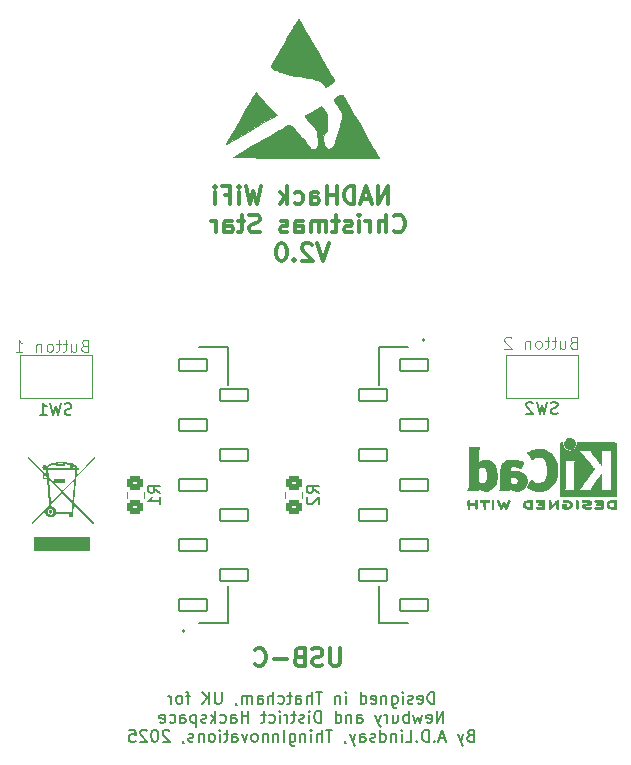
<source format=gbo>
G04 #@! TF.GenerationSoftware,KiCad,Pcbnew,9.0.5*
G04 #@! TF.CreationDate,2025-10-14T20:34:03+01:00*
G04 #@! TF.ProjectId,ESP32_Xmas_Star_Module,45535033-325f-4586-9d61-735f53746172,rev?*
G04 #@! TF.SameCoordinates,Original*
G04 #@! TF.FileFunction,Legend,Bot*
G04 #@! TF.FilePolarity,Positive*
%FSLAX46Y46*%
G04 Gerber Fmt 4.6, Leading zero omitted, Abs format (unit mm)*
G04 Created by KiCad (PCBNEW 9.0.5) date 2025-10-14 20:34:03*
%MOMM*%
%LPD*%
G01*
G04 APERTURE LIST*
G04 Aperture macros list*
%AMRoundRect*
0 Rectangle with rounded corners*
0 $1 Rounding radius*
0 $2 $3 $4 $5 $6 $7 $8 $9 X,Y pos of 4 corners*
0 Add a 4 corners polygon primitive as box body*
4,1,4,$2,$3,$4,$5,$6,$7,$8,$9,$2,$3,0*
0 Add four circle primitives for the rounded corners*
1,1,$1+$1,$2,$3*
1,1,$1+$1,$4,$5*
1,1,$1+$1,$6,$7*
1,1,$1+$1,$8,$9*
0 Add four rect primitives between the rounded corners*
20,1,$1+$1,$2,$3,$4,$5,0*
20,1,$1+$1,$4,$5,$6,$7,0*
20,1,$1+$1,$6,$7,$8,$9,0*
20,1,$1+$1,$8,$9,$2,$3,0*%
G04 Aperture macros list end*
%ADD10C,0.100000*%
%ADD11C,0.200000*%
%ADD12C,0.300000*%
%ADD13C,0.150000*%
%ADD14C,0.010000*%
%ADD15C,0.000000*%
%ADD16C,0.120000*%
%ADD17C,4.400000*%
%ADD18R,2.180000X1.600000*%
%ADD19RoundRect,0.250000X0.450000X-0.350000X0.450000X0.350000X-0.450000X0.350000X-0.450000X-0.350000X0*%
%ADD20RoundRect,0.102000X-1.205000X0.510000X-1.205000X-0.510000X1.205000X-0.510000X1.205000X0.510000X0*%
%ADD21RoundRect,0.102000X1.205000X-0.510000X1.205000X0.510000X-1.205000X0.510000X-1.205000X-0.510000X0*%
G04 APERTURE END LIST*
D10*
X131442782Y-79358609D02*
X131299925Y-79406228D01*
X131299925Y-79406228D02*
X131252306Y-79453847D01*
X131252306Y-79453847D02*
X131204687Y-79549085D01*
X131204687Y-79549085D02*
X131204687Y-79691942D01*
X131204687Y-79691942D02*
X131252306Y-79787180D01*
X131252306Y-79787180D02*
X131299925Y-79834800D01*
X131299925Y-79834800D02*
X131395163Y-79882419D01*
X131395163Y-79882419D02*
X131776115Y-79882419D01*
X131776115Y-79882419D02*
X131776115Y-78882419D01*
X131776115Y-78882419D02*
X131442782Y-78882419D01*
X131442782Y-78882419D02*
X131347544Y-78930038D01*
X131347544Y-78930038D02*
X131299925Y-78977657D01*
X131299925Y-78977657D02*
X131252306Y-79072895D01*
X131252306Y-79072895D02*
X131252306Y-79168133D01*
X131252306Y-79168133D02*
X131299925Y-79263371D01*
X131299925Y-79263371D02*
X131347544Y-79310990D01*
X131347544Y-79310990D02*
X131442782Y-79358609D01*
X131442782Y-79358609D02*
X131776115Y-79358609D01*
X130347544Y-79215752D02*
X130347544Y-79882419D01*
X130776115Y-79215752D02*
X130776115Y-79739561D01*
X130776115Y-79739561D02*
X130728496Y-79834800D01*
X130728496Y-79834800D02*
X130633258Y-79882419D01*
X130633258Y-79882419D02*
X130490401Y-79882419D01*
X130490401Y-79882419D02*
X130395163Y-79834800D01*
X130395163Y-79834800D02*
X130347544Y-79787180D01*
X130014210Y-79215752D02*
X129633258Y-79215752D01*
X129871353Y-78882419D02*
X129871353Y-79739561D01*
X129871353Y-79739561D02*
X129823734Y-79834800D01*
X129823734Y-79834800D02*
X129728496Y-79882419D01*
X129728496Y-79882419D02*
X129633258Y-79882419D01*
X129442781Y-79215752D02*
X129061829Y-79215752D01*
X129299924Y-78882419D02*
X129299924Y-79739561D01*
X129299924Y-79739561D02*
X129252305Y-79834800D01*
X129252305Y-79834800D02*
X129157067Y-79882419D01*
X129157067Y-79882419D02*
X129061829Y-79882419D01*
X128585638Y-79882419D02*
X128680876Y-79834800D01*
X128680876Y-79834800D02*
X128728495Y-79787180D01*
X128728495Y-79787180D02*
X128776114Y-79691942D01*
X128776114Y-79691942D02*
X128776114Y-79406228D01*
X128776114Y-79406228D02*
X128728495Y-79310990D01*
X128728495Y-79310990D02*
X128680876Y-79263371D01*
X128680876Y-79263371D02*
X128585638Y-79215752D01*
X128585638Y-79215752D02*
X128442781Y-79215752D01*
X128442781Y-79215752D02*
X128347543Y-79263371D01*
X128347543Y-79263371D02*
X128299924Y-79310990D01*
X128299924Y-79310990D02*
X128252305Y-79406228D01*
X128252305Y-79406228D02*
X128252305Y-79691942D01*
X128252305Y-79691942D02*
X128299924Y-79787180D01*
X128299924Y-79787180D02*
X128347543Y-79834800D01*
X128347543Y-79834800D02*
X128442781Y-79882419D01*
X128442781Y-79882419D02*
X128585638Y-79882419D01*
X127823733Y-79215752D02*
X127823733Y-79882419D01*
X127823733Y-79310990D02*
X127776114Y-79263371D01*
X127776114Y-79263371D02*
X127680876Y-79215752D01*
X127680876Y-79215752D02*
X127538019Y-79215752D01*
X127538019Y-79215752D02*
X127442781Y-79263371D01*
X127442781Y-79263371D02*
X127395162Y-79358609D01*
X127395162Y-79358609D02*
X127395162Y-79882419D01*
X125633257Y-79882419D02*
X126204685Y-79882419D01*
X125918971Y-79882419D02*
X125918971Y-78882419D01*
X125918971Y-78882419D02*
X126014209Y-79025276D01*
X126014209Y-79025276D02*
X126109447Y-79120514D01*
X126109447Y-79120514D02*
X126204685Y-79168133D01*
D11*
X161074286Y-109677331D02*
X161074286Y-108677331D01*
X161074286Y-108677331D02*
X160836191Y-108677331D01*
X160836191Y-108677331D02*
X160693334Y-108724950D01*
X160693334Y-108724950D02*
X160598096Y-108820188D01*
X160598096Y-108820188D02*
X160550477Y-108915426D01*
X160550477Y-108915426D02*
X160502858Y-109105902D01*
X160502858Y-109105902D02*
X160502858Y-109248759D01*
X160502858Y-109248759D02*
X160550477Y-109439235D01*
X160550477Y-109439235D02*
X160598096Y-109534473D01*
X160598096Y-109534473D02*
X160693334Y-109629712D01*
X160693334Y-109629712D02*
X160836191Y-109677331D01*
X160836191Y-109677331D02*
X161074286Y-109677331D01*
X159693334Y-109629712D02*
X159788572Y-109677331D01*
X159788572Y-109677331D02*
X159979048Y-109677331D01*
X159979048Y-109677331D02*
X160074286Y-109629712D01*
X160074286Y-109629712D02*
X160121905Y-109534473D01*
X160121905Y-109534473D02*
X160121905Y-109153521D01*
X160121905Y-109153521D02*
X160074286Y-109058283D01*
X160074286Y-109058283D02*
X159979048Y-109010664D01*
X159979048Y-109010664D02*
X159788572Y-109010664D01*
X159788572Y-109010664D02*
X159693334Y-109058283D01*
X159693334Y-109058283D02*
X159645715Y-109153521D01*
X159645715Y-109153521D02*
X159645715Y-109248759D01*
X159645715Y-109248759D02*
X160121905Y-109343997D01*
X159264762Y-109629712D02*
X159169524Y-109677331D01*
X159169524Y-109677331D02*
X158979048Y-109677331D01*
X158979048Y-109677331D02*
X158883810Y-109629712D01*
X158883810Y-109629712D02*
X158836191Y-109534473D01*
X158836191Y-109534473D02*
X158836191Y-109486854D01*
X158836191Y-109486854D02*
X158883810Y-109391616D01*
X158883810Y-109391616D02*
X158979048Y-109343997D01*
X158979048Y-109343997D02*
X159121905Y-109343997D01*
X159121905Y-109343997D02*
X159217143Y-109296378D01*
X159217143Y-109296378D02*
X159264762Y-109201140D01*
X159264762Y-109201140D02*
X159264762Y-109153521D01*
X159264762Y-109153521D02*
X159217143Y-109058283D01*
X159217143Y-109058283D02*
X159121905Y-109010664D01*
X159121905Y-109010664D02*
X158979048Y-109010664D01*
X158979048Y-109010664D02*
X158883810Y-109058283D01*
X158407619Y-109677331D02*
X158407619Y-109010664D01*
X158407619Y-108677331D02*
X158455238Y-108724950D01*
X158455238Y-108724950D02*
X158407619Y-108772569D01*
X158407619Y-108772569D02*
X158360000Y-108724950D01*
X158360000Y-108724950D02*
X158407619Y-108677331D01*
X158407619Y-108677331D02*
X158407619Y-108772569D01*
X157502858Y-109010664D02*
X157502858Y-109820188D01*
X157502858Y-109820188D02*
X157550477Y-109915426D01*
X157550477Y-109915426D02*
X157598096Y-109963045D01*
X157598096Y-109963045D02*
X157693334Y-110010664D01*
X157693334Y-110010664D02*
X157836191Y-110010664D01*
X157836191Y-110010664D02*
X157931429Y-109963045D01*
X157502858Y-109629712D02*
X157598096Y-109677331D01*
X157598096Y-109677331D02*
X157788572Y-109677331D01*
X157788572Y-109677331D02*
X157883810Y-109629712D01*
X157883810Y-109629712D02*
X157931429Y-109582092D01*
X157931429Y-109582092D02*
X157979048Y-109486854D01*
X157979048Y-109486854D02*
X157979048Y-109201140D01*
X157979048Y-109201140D02*
X157931429Y-109105902D01*
X157931429Y-109105902D02*
X157883810Y-109058283D01*
X157883810Y-109058283D02*
X157788572Y-109010664D01*
X157788572Y-109010664D02*
X157598096Y-109010664D01*
X157598096Y-109010664D02*
X157502858Y-109058283D01*
X157026667Y-109010664D02*
X157026667Y-109677331D01*
X157026667Y-109105902D02*
X156979048Y-109058283D01*
X156979048Y-109058283D02*
X156883810Y-109010664D01*
X156883810Y-109010664D02*
X156740953Y-109010664D01*
X156740953Y-109010664D02*
X156645715Y-109058283D01*
X156645715Y-109058283D02*
X156598096Y-109153521D01*
X156598096Y-109153521D02*
X156598096Y-109677331D01*
X155740953Y-109629712D02*
X155836191Y-109677331D01*
X155836191Y-109677331D02*
X156026667Y-109677331D01*
X156026667Y-109677331D02*
X156121905Y-109629712D01*
X156121905Y-109629712D02*
X156169524Y-109534473D01*
X156169524Y-109534473D02*
X156169524Y-109153521D01*
X156169524Y-109153521D02*
X156121905Y-109058283D01*
X156121905Y-109058283D02*
X156026667Y-109010664D01*
X156026667Y-109010664D02*
X155836191Y-109010664D01*
X155836191Y-109010664D02*
X155740953Y-109058283D01*
X155740953Y-109058283D02*
X155693334Y-109153521D01*
X155693334Y-109153521D02*
X155693334Y-109248759D01*
X155693334Y-109248759D02*
X156169524Y-109343997D01*
X154836191Y-109677331D02*
X154836191Y-108677331D01*
X154836191Y-109629712D02*
X154931429Y-109677331D01*
X154931429Y-109677331D02*
X155121905Y-109677331D01*
X155121905Y-109677331D02*
X155217143Y-109629712D01*
X155217143Y-109629712D02*
X155264762Y-109582092D01*
X155264762Y-109582092D02*
X155312381Y-109486854D01*
X155312381Y-109486854D02*
X155312381Y-109201140D01*
X155312381Y-109201140D02*
X155264762Y-109105902D01*
X155264762Y-109105902D02*
X155217143Y-109058283D01*
X155217143Y-109058283D02*
X155121905Y-109010664D01*
X155121905Y-109010664D02*
X154931429Y-109010664D01*
X154931429Y-109010664D02*
X154836191Y-109058283D01*
X153598095Y-109677331D02*
X153598095Y-109010664D01*
X153598095Y-108677331D02*
X153645714Y-108724950D01*
X153645714Y-108724950D02*
X153598095Y-108772569D01*
X153598095Y-108772569D02*
X153550476Y-108724950D01*
X153550476Y-108724950D02*
X153598095Y-108677331D01*
X153598095Y-108677331D02*
X153598095Y-108772569D01*
X153121905Y-109010664D02*
X153121905Y-109677331D01*
X153121905Y-109105902D02*
X153074286Y-109058283D01*
X153074286Y-109058283D02*
X152979048Y-109010664D01*
X152979048Y-109010664D02*
X152836191Y-109010664D01*
X152836191Y-109010664D02*
X152740953Y-109058283D01*
X152740953Y-109058283D02*
X152693334Y-109153521D01*
X152693334Y-109153521D02*
X152693334Y-109677331D01*
X151598095Y-108677331D02*
X151026667Y-108677331D01*
X151312381Y-109677331D02*
X151312381Y-108677331D01*
X150693333Y-109677331D02*
X150693333Y-108677331D01*
X150264762Y-109677331D02*
X150264762Y-109153521D01*
X150264762Y-109153521D02*
X150312381Y-109058283D01*
X150312381Y-109058283D02*
X150407619Y-109010664D01*
X150407619Y-109010664D02*
X150550476Y-109010664D01*
X150550476Y-109010664D02*
X150645714Y-109058283D01*
X150645714Y-109058283D02*
X150693333Y-109105902D01*
X149360000Y-109677331D02*
X149360000Y-109153521D01*
X149360000Y-109153521D02*
X149407619Y-109058283D01*
X149407619Y-109058283D02*
X149502857Y-109010664D01*
X149502857Y-109010664D02*
X149693333Y-109010664D01*
X149693333Y-109010664D02*
X149788571Y-109058283D01*
X149360000Y-109629712D02*
X149455238Y-109677331D01*
X149455238Y-109677331D02*
X149693333Y-109677331D01*
X149693333Y-109677331D02*
X149788571Y-109629712D01*
X149788571Y-109629712D02*
X149836190Y-109534473D01*
X149836190Y-109534473D02*
X149836190Y-109439235D01*
X149836190Y-109439235D02*
X149788571Y-109343997D01*
X149788571Y-109343997D02*
X149693333Y-109296378D01*
X149693333Y-109296378D02*
X149455238Y-109296378D01*
X149455238Y-109296378D02*
X149360000Y-109248759D01*
X149026666Y-109010664D02*
X148645714Y-109010664D01*
X148883809Y-108677331D02*
X148883809Y-109534473D01*
X148883809Y-109534473D02*
X148836190Y-109629712D01*
X148836190Y-109629712D02*
X148740952Y-109677331D01*
X148740952Y-109677331D02*
X148645714Y-109677331D01*
X147883809Y-109629712D02*
X147979047Y-109677331D01*
X147979047Y-109677331D02*
X148169523Y-109677331D01*
X148169523Y-109677331D02*
X148264761Y-109629712D01*
X148264761Y-109629712D02*
X148312380Y-109582092D01*
X148312380Y-109582092D02*
X148359999Y-109486854D01*
X148359999Y-109486854D02*
X148359999Y-109201140D01*
X148359999Y-109201140D02*
X148312380Y-109105902D01*
X148312380Y-109105902D02*
X148264761Y-109058283D01*
X148264761Y-109058283D02*
X148169523Y-109010664D01*
X148169523Y-109010664D02*
X147979047Y-109010664D01*
X147979047Y-109010664D02*
X147883809Y-109058283D01*
X147455237Y-109677331D02*
X147455237Y-108677331D01*
X147026666Y-109677331D02*
X147026666Y-109153521D01*
X147026666Y-109153521D02*
X147074285Y-109058283D01*
X147074285Y-109058283D02*
X147169523Y-109010664D01*
X147169523Y-109010664D02*
X147312380Y-109010664D01*
X147312380Y-109010664D02*
X147407618Y-109058283D01*
X147407618Y-109058283D02*
X147455237Y-109105902D01*
X146121904Y-109677331D02*
X146121904Y-109153521D01*
X146121904Y-109153521D02*
X146169523Y-109058283D01*
X146169523Y-109058283D02*
X146264761Y-109010664D01*
X146264761Y-109010664D02*
X146455237Y-109010664D01*
X146455237Y-109010664D02*
X146550475Y-109058283D01*
X146121904Y-109629712D02*
X146217142Y-109677331D01*
X146217142Y-109677331D02*
X146455237Y-109677331D01*
X146455237Y-109677331D02*
X146550475Y-109629712D01*
X146550475Y-109629712D02*
X146598094Y-109534473D01*
X146598094Y-109534473D02*
X146598094Y-109439235D01*
X146598094Y-109439235D02*
X146550475Y-109343997D01*
X146550475Y-109343997D02*
X146455237Y-109296378D01*
X146455237Y-109296378D02*
X146217142Y-109296378D01*
X146217142Y-109296378D02*
X146121904Y-109248759D01*
X145645713Y-109677331D02*
X145645713Y-109010664D01*
X145645713Y-109105902D02*
X145598094Y-109058283D01*
X145598094Y-109058283D02*
X145502856Y-109010664D01*
X145502856Y-109010664D02*
X145359999Y-109010664D01*
X145359999Y-109010664D02*
X145264761Y-109058283D01*
X145264761Y-109058283D02*
X145217142Y-109153521D01*
X145217142Y-109153521D02*
X145217142Y-109677331D01*
X145217142Y-109153521D02*
X145169523Y-109058283D01*
X145169523Y-109058283D02*
X145074285Y-109010664D01*
X145074285Y-109010664D02*
X144931428Y-109010664D01*
X144931428Y-109010664D02*
X144836189Y-109058283D01*
X144836189Y-109058283D02*
X144788570Y-109153521D01*
X144788570Y-109153521D02*
X144788570Y-109677331D01*
X144264761Y-109629712D02*
X144264761Y-109677331D01*
X144264761Y-109677331D02*
X144312380Y-109772569D01*
X144312380Y-109772569D02*
X144359999Y-109820188D01*
X143074285Y-108677331D02*
X143074285Y-109486854D01*
X143074285Y-109486854D02*
X143026666Y-109582092D01*
X143026666Y-109582092D02*
X142979047Y-109629712D01*
X142979047Y-109629712D02*
X142883809Y-109677331D01*
X142883809Y-109677331D02*
X142693333Y-109677331D01*
X142693333Y-109677331D02*
X142598095Y-109629712D01*
X142598095Y-109629712D02*
X142550476Y-109582092D01*
X142550476Y-109582092D02*
X142502857Y-109486854D01*
X142502857Y-109486854D02*
X142502857Y-108677331D01*
X142026666Y-109677331D02*
X142026666Y-108677331D01*
X141455238Y-109677331D02*
X141883809Y-109105902D01*
X141455238Y-108677331D02*
X142026666Y-109248759D01*
X140407618Y-109010664D02*
X140026666Y-109010664D01*
X140264761Y-109677331D02*
X140264761Y-108820188D01*
X140264761Y-108820188D02*
X140217142Y-108724950D01*
X140217142Y-108724950D02*
X140121904Y-108677331D01*
X140121904Y-108677331D02*
X140026666Y-108677331D01*
X139550475Y-109677331D02*
X139645713Y-109629712D01*
X139645713Y-109629712D02*
X139693332Y-109582092D01*
X139693332Y-109582092D02*
X139740951Y-109486854D01*
X139740951Y-109486854D02*
X139740951Y-109201140D01*
X139740951Y-109201140D02*
X139693332Y-109105902D01*
X139693332Y-109105902D02*
X139645713Y-109058283D01*
X139645713Y-109058283D02*
X139550475Y-109010664D01*
X139550475Y-109010664D02*
X139407618Y-109010664D01*
X139407618Y-109010664D02*
X139312380Y-109058283D01*
X139312380Y-109058283D02*
X139264761Y-109105902D01*
X139264761Y-109105902D02*
X139217142Y-109201140D01*
X139217142Y-109201140D02*
X139217142Y-109486854D01*
X139217142Y-109486854D02*
X139264761Y-109582092D01*
X139264761Y-109582092D02*
X139312380Y-109629712D01*
X139312380Y-109629712D02*
X139407618Y-109677331D01*
X139407618Y-109677331D02*
X139550475Y-109677331D01*
X138788570Y-109677331D02*
X138788570Y-109010664D01*
X138788570Y-109201140D02*
X138740951Y-109105902D01*
X138740951Y-109105902D02*
X138693332Y-109058283D01*
X138693332Y-109058283D02*
X138598094Y-109010664D01*
X138598094Y-109010664D02*
X138502856Y-109010664D01*
X161860001Y-111287275D02*
X161860001Y-110287275D01*
X161860001Y-110287275D02*
X161288573Y-111287275D01*
X161288573Y-111287275D02*
X161288573Y-110287275D01*
X160431430Y-111239656D02*
X160526668Y-111287275D01*
X160526668Y-111287275D02*
X160717144Y-111287275D01*
X160717144Y-111287275D02*
X160812382Y-111239656D01*
X160812382Y-111239656D02*
X160860001Y-111144417D01*
X160860001Y-111144417D02*
X160860001Y-110763465D01*
X160860001Y-110763465D02*
X160812382Y-110668227D01*
X160812382Y-110668227D02*
X160717144Y-110620608D01*
X160717144Y-110620608D02*
X160526668Y-110620608D01*
X160526668Y-110620608D02*
X160431430Y-110668227D01*
X160431430Y-110668227D02*
X160383811Y-110763465D01*
X160383811Y-110763465D02*
X160383811Y-110858703D01*
X160383811Y-110858703D02*
X160860001Y-110953941D01*
X160050477Y-110620608D02*
X159860001Y-111287275D01*
X159860001Y-111287275D02*
X159669525Y-110811084D01*
X159669525Y-110811084D02*
X159479049Y-111287275D01*
X159479049Y-111287275D02*
X159288573Y-110620608D01*
X158907620Y-111287275D02*
X158907620Y-110287275D01*
X158907620Y-110668227D02*
X158812382Y-110620608D01*
X158812382Y-110620608D02*
X158621906Y-110620608D01*
X158621906Y-110620608D02*
X158526668Y-110668227D01*
X158526668Y-110668227D02*
X158479049Y-110715846D01*
X158479049Y-110715846D02*
X158431430Y-110811084D01*
X158431430Y-110811084D02*
X158431430Y-111096798D01*
X158431430Y-111096798D02*
X158479049Y-111192036D01*
X158479049Y-111192036D02*
X158526668Y-111239656D01*
X158526668Y-111239656D02*
X158621906Y-111287275D01*
X158621906Y-111287275D02*
X158812382Y-111287275D01*
X158812382Y-111287275D02*
X158907620Y-111239656D01*
X157574287Y-110620608D02*
X157574287Y-111287275D01*
X158002858Y-110620608D02*
X158002858Y-111144417D01*
X158002858Y-111144417D02*
X157955239Y-111239656D01*
X157955239Y-111239656D02*
X157860001Y-111287275D01*
X157860001Y-111287275D02*
X157717144Y-111287275D01*
X157717144Y-111287275D02*
X157621906Y-111239656D01*
X157621906Y-111239656D02*
X157574287Y-111192036D01*
X157098096Y-111287275D02*
X157098096Y-110620608D01*
X157098096Y-110811084D02*
X157050477Y-110715846D01*
X157050477Y-110715846D02*
X157002858Y-110668227D01*
X157002858Y-110668227D02*
X156907620Y-110620608D01*
X156907620Y-110620608D02*
X156812382Y-110620608D01*
X156574286Y-110620608D02*
X156336191Y-111287275D01*
X156098096Y-110620608D02*
X156336191Y-111287275D01*
X156336191Y-111287275D02*
X156431429Y-111525370D01*
X156431429Y-111525370D02*
X156479048Y-111572989D01*
X156479048Y-111572989D02*
X156574286Y-111620608D01*
X154526667Y-111287275D02*
X154526667Y-110763465D01*
X154526667Y-110763465D02*
X154574286Y-110668227D01*
X154574286Y-110668227D02*
X154669524Y-110620608D01*
X154669524Y-110620608D02*
X154860000Y-110620608D01*
X154860000Y-110620608D02*
X154955238Y-110668227D01*
X154526667Y-111239656D02*
X154621905Y-111287275D01*
X154621905Y-111287275D02*
X154860000Y-111287275D01*
X154860000Y-111287275D02*
X154955238Y-111239656D01*
X154955238Y-111239656D02*
X155002857Y-111144417D01*
X155002857Y-111144417D02*
X155002857Y-111049179D01*
X155002857Y-111049179D02*
X154955238Y-110953941D01*
X154955238Y-110953941D02*
X154860000Y-110906322D01*
X154860000Y-110906322D02*
X154621905Y-110906322D01*
X154621905Y-110906322D02*
X154526667Y-110858703D01*
X154050476Y-110620608D02*
X154050476Y-111287275D01*
X154050476Y-110715846D02*
X154002857Y-110668227D01*
X154002857Y-110668227D02*
X153907619Y-110620608D01*
X153907619Y-110620608D02*
X153764762Y-110620608D01*
X153764762Y-110620608D02*
X153669524Y-110668227D01*
X153669524Y-110668227D02*
X153621905Y-110763465D01*
X153621905Y-110763465D02*
X153621905Y-111287275D01*
X152717143Y-111287275D02*
X152717143Y-110287275D01*
X152717143Y-111239656D02*
X152812381Y-111287275D01*
X152812381Y-111287275D02*
X153002857Y-111287275D01*
X153002857Y-111287275D02*
X153098095Y-111239656D01*
X153098095Y-111239656D02*
X153145714Y-111192036D01*
X153145714Y-111192036D02*
X153193333Y-111096798D01*
X153193333Y-111096798D02*
X153193333Y-110811084D01*
X153193333Y-110811084D02*
X153145714Y-110715846D01*
X153145714Y-110715846D02*
X153098095Y-110668227D01*
X153098095Y-110668227D02*
X153002857Y-110620608D01*
X153002857Y-110620608D02*
X152812381Y-110620608D01*
X152812381Y-110620608D02*
X152717143Y-110668227D01*
X151479047Y-111287275D02*
X151479047Y-110287275D01*
X151479047Y-110287275D02*
X151240952Y-110287275D01*
X151240952Y-110287275D02*
X151098095Y-110334894D01*
X151098095Y-110334894D02*
X151002857Y-110430132D01*
X151002857Y-110430132D02*
X150955238Y-110525370D01*
X150955238Y-110525370D02*
X150907619Y-110715846D01*
X150907619Y-110715846D02*
X150907619Y-110858703D01*
X150907619Y-110858703D02*
X150955238Y-111049179D01*
X150955238Y-111049179D02*
X151002857Y-111144417D01*
X151002857Y-111144417D02*
X151098095Y-111239656D01*
X151098095Y-111239656D02*
X151240952Y-111287275D01*
X151240952Y-111287275D02*
X151479047Y-111287275D01*
X150479047Y-111287275D02*
X150479047Y-110620608D01*
X150479047Y-110287275D02*
X150526666Y-110334894D01*
X150526666Y-110334894D02*
X150479047Y-110382513D01*
X150479047Y-110382513D02*
X150431428Y-110334894D01*
X150431428Y-110334894D02*
X150479047Y-110287275D01*
X150479047Y-110287275D02*
X150479047Y-110382513D01*
X150050476Y-111239656D02*
X149955238Y-111287275D01*
X149955238Y-111287275D02*
X149764762Y-111287275D01*
X149764762Y-111287275D02*
X149669524Y-111239656D01*
X149669524Y-111239656D02*
X149621905Y-111144417D01*
X149621905Y-111144417D02*
X149621905Y-111096798D01*
X149621905Y-111096798D02*
X149669524Y-111001560D01*
X149669524Y-111001560D02*
X149764762Y-110953941D01*
X149764762Y-110953941D02*
X149907619Y-110953941D01*
X149907619Y-110953941D02*
X150002857Y-110906322D01*
X150002857Y-110906322D02*
X150050476Y-110811084D01*
X150050476Y-110811084D02*
X150050476Y-110763465D01*
X150050476Y-110763465D02*
X150002857Y-110668227D01*
X150002857Y-110668227D02*
X149907619Y-110620608D01*
X149907619Y-110620608D02*
X149764762Y-110620608D01*
X149764762Y-110620608D02*
X149669524Y-110668227D01*
X149336190Y-110620608D02*
X148955238Y-110620608D01*
X149193333Y-110287275D02*
X149193333Y-111144417D01*
X149193333Y-111144417D02*
X149145714Y-111239656D01*
X149145714Y-111239656D02*
X149050476Y-111287275D01*
X149050476Y-111287275D02*
X148955238Y-111287275D01*
X148621904Y-111287275D02*
X148621904Y-110620608D01*
X148621904Y-110811084D02*
X148574285Y-110715846D01*
X148574285Y-110715846D02*
X148526666Y-110668227D01*
X148526666Y-110668227D02*
X148431428Y-110620608D01*
X148431428Y-110620608D02*
X148336190Y-110620608D01*
X148002856Y-111287275D02*
X148002856Y-110620608D01*
X148002856Y-110287275D02*
X148050475Y-110334894D01*
X148050475Y-110334894D02*
X148002856Y-110382513D01*
X148002856Y-110382513D02*
X147955237Y-110334894D01*
X147955237Y-110334894D02*
X148002856Y-110287275D01*
X148002856Y-110287275D02*
X148002856Y-110382513D01*
X147098095Y-111239656D02*
X147193333Y-111287275D01*
X147193333Y-111287275D02*
X147383809Y-111287275D01*
X147383809Y-111287275D02*
X147479047Y-111239656D01*
X147479047Y-111239656D02*
X147526666Y-111192036D01*
X147526666Y-111192036D02*
X147574285Y-111096798D01*
X147574285Y-111096798D02*
X147574285Y-110811084D01*
X147574285Y-110811084D02*
X147526666Y-110715846D01*
X147526666Y-110715846D02*
X147479047Y-110668227D01*
X147479047Y-110668227D02*
X147383809Y-110620608D01*
X147383809Y-110620608D02*
X147193333Y-110620608D01*
X147193333Y-110620608D02*
X147098095Y-110668227D01*
X146812380Y-110620608D02*
X146431428Y-110620608D01*
X146669523Y-110287275D02*
X146669523Y-111144417D01*
X146669523Y-111144417D02*
X146621904Y-111239656D01*
X146621904Y-111239656D02*
X146526666Y-111287275D01*
X146526666Y-111287275D02*
X146431428Y-111287275D01*
X145336189Y-111287275D02*
X145336189Y-110287275D01*
X145336189Y-110763465D02*
X144764761Y-110763465D01*
X144764761Y-111287275D02*
X144764761Y-110287275D01*
X143859999Y-111287275D02*
X143859999Y-110763465D01*
X143859999Y-110763465D02*
X143907618Y-110668227D01*
X143907618Y-110668227D02*
X144002856Y-110620608D01*
X144002856Y-110620608D02*
X144193332Y-110620608D01*
X144193332Y-110620608D02*
X144288570Y-110668227D01*
X143859999Y-111239656D02*
X143955237Y-111287275D01*
X143955237Y-111287275D02*
X144193332Y-111287275D01*
X144193332Y-111287275D02*
X144288570Y-111239656D01*
X144288570Y-111239656D02*
X144336189Y-111144417D01*
X144336189Y-111144417D02*
X144336189Y-111049179D01*
X144336189Y-111049179D02*
X144288570Y-110953941D01*
X144288570Y-110953941D02*
X144193332Y-110906322D01*
X144193332Y-110906322D02*
X143955237Y-110906322D01*
X143955237Y-110906322D02*
X143859999Y-110858703D01*
X142955237Y-111239656D02*
X143050475Y-111287275D01*
X143050475Y-111287275D02*
X143240951Y-111287275D01*
X143240951Y-111287275D02*
X143336189Y-111239656D01*
X143336189Y-111239656D02*
X143383808Y-111192036D01*
X143383808Y-111192036D02*
X143431427Y-111096798D01*
X143431427Y-111096798D02*
X143431427Y-110811084D01*
X143431427Y-110811084D02*
X143383808Y-110715846D01*
X143383808Y-110715846D02*
X143336189Y-110668227D01*
X143336189Y-110668227D02*
X143240951Y-110620608D01*
X143240951Y-110620608D02*
X143050475Y-110620608D01*
X143050475Y-110620608D02*
X142955237Y-110668227D01*
X142526665Y-111287275D02*
X142526665Y-110287275D01*
X142431427Y-110906322D02*
X142145713Y-111287275D01*
X142145713Y-110620608D02*
X142526665Y-111001560D01*
X141764760Y-111239656D02*
X141669522Y-111287275D01*
X141669522Y-111287275D02*
X141479046Y-111287275D01*
X141479046Y-111287275D02*
X141383808Y-111239656D01*
X141383808Y-111239656D02*
X141336189Y-111144417D01*
X141336189Y-111144417D02*
X141336189Y-111096798D01*
X141336189Y-111096798D02*
X141383808Y-111001560D01*
X141383808Y-111001560D02*
X141479046Y-110953941D01*
X141479046Y-110953941D02*
X141621903Y-110953941D01*
X141621903Y-110953941D02*
X141717141Y-110906322D01*
X141717141Y-110906322D02*
X141764760Y-110811084D01*
X141764760Y-110811084D02*
X141764760Y-110763465D01*
X141764760Y-110763465D02*
X141717141Y-110668227D01*
X141717141Y-110668227D02*
X141621903Y-110620608D01*
X141621903Y-110620608D02*
X141479046Y-110620608D01*
X141479046Y-110620608D02*
X141383808Y-110668227D01*
X140907617Y-110620608D02*
X140907617Y-111620608D01*
X140907617Y-110668227D02*
X140812379Y-110620608D01*
X140812379Y-110620608D02*
X140621903Y-110620608D01*
X140621903Y-110620608D02*
X140526665Y-110668227D01*
X140526665Y-110668227D02*
X140479046Y-110715846D01*
X140479046Y-110715846D02*
X140431427Y-110811084D01*
X140431427Y-110811084D02*
X140431427Y-111096798D01*
X140431427Y-111096798D02*
X140479046Y-111192036D01*
X140479046Y-111192036D02*
X140526665Y-111239656D01*
X140526665Y-111239656D02*
X140621903Y-111287275D01*
X140621903Y-111287275D02*
X140812379Y-111287275D01*
X140812379Y-111287275D02*
X140907617Y-111239656D01*
X139574284Y-111287275D02*
X139574284Y-110763465D01*
X139574284Y-110763465D02*
X139621903Y-110668227D01*
X139621903Y-110668227D02*
X139717141Y-110620608D01*
X139717141Y-110620608D02*
X139907617Y-110620608D01*
X139907617Y-110620608D02*
X140002855Y-110668227D01*
X139574284Y-111239656D02*
X139669522Y-111287275D01*
X139669522Y-111287275D02*
X139907617Y-111287275D01*
X139907617Y-111287275D02*
X140002855Y-111239656D01*
X140002855Y-111239656D02*
X140050474Y-111144417D01*
X140050474Y-111144417D02*
X140050474Y-111049179D01*
X140050474Y-111049179D02*
X140002855Y-110953941D01*
X140002855Y-110953941D02*
X139907617Y-110906322D01*
X139907617Y-110906322D02*
X139669522Y-110906322D01*
X139669522Y-110906322D02*
X139574284Y-110858703D01*
X138669522Y-111239656D02*
X138764760Y-111287275D01*
X138764760Y-111287275D02*
X138955236Y-111287275D01*
X138955236Y-111287275D02*
X139050474Y-111239656D01*
X139050474Y-111239656D02*
X139098093Y-111192036D01*
X139098093Y-111192036D02*
X139145712Y-111096798D01*
X139145712Y-111096798D02*
X139145712Y-110811084D01*
X139145712Y-110811084D02*
X139098093Y-110715846D01*
X139098093Y-110715846D02*
X139050474Y-110668227D01*
X139050474Y-110668227D02*
X138955236Y-110620608D01*
X138955236Y-110620608D02*
X138764760Y-110620608D01*
X138764760Y-110620608D02*
X138669522Y-110668227D01*
X137859998Y-111239656D02*
X137955236Y-111287275D01*
X137955236Y-111287275D02*
X138145712Y-111287275D01*
X138145712Y-111287275D02*
X138240950Y-111239656D01*
X138240950Y-111239656D02*
X138288569Y-111144417D01*
X138288569Y-111144417D02*
X138288569Y-110763465D01*
X138288569Y-110763465D02*
X138240950Y-110668227D01*
X138240950Y-110668227D02*
X138145712Y-110620608D01*
X138145712Y-110620608D02*
X137955236Y-110620608D01*
X137955236Y-110620608D02*
X137859998Y-110668227D01*
X137859998Y-110668227D02*
X137812379Y-110763465D01*
X137812379Y-110763465D02*
X137812379Y-110858703D01*
X137812379Y-110858703D02*
X138288569Y-110953941D01*
X164121904Y-112373409D02*
X163979047Y-112421028D01*
X163979047Y-112421028D02*
X163931428Y-112468647D01*
X163931428Y-112468647D02*
X163883809Y-112563885D01*
X163883809Y-112563885D02*
X163883809Y-112706742D01*
X163883809Y-112706742D02*
X163931428Y-112801980D01*
X163931428Y-112801980D02*
X163979047Y-112849600D01*
X163979047Y-112849600D02*
X164074285Y-112897219D01*
X164074285Y-112897219D02*
X164455237Y-112897219D01*
X164455237Y-112897219D02*
X164455237Y-111897219D01*
X164455237Y-111897219D02*
X164121904Y-111897219D01*
X164121904Y-111897219D02*
X164026666Y-111944838D01*
X164026666Y-111944838D02*
X163979047Y-111992457D01*
X163979047Y-111992457D02*
X163931428Y-112087695D01*
X163931428Y-112087695D02*
X163931428Y-112182933D01*
X163931428Y-112182933D02*
X163979047Y-112278171D01*
X163979047Y-112278171D02*
X164026666Y-112325790D01*
X164026666Y-112325790D02*
X164121904Y-112373409D01*
X164121904Y-112373409D02*
X164455237Y-112373409D01*
X163550475Y-112230552D02*
X163312380Y-112897219D01*
X163074285Y-112230552D02*
X163312380Y-112897219D01*
X163312380Y-112897219D02*
X163407618Y-113135314D01*
X163407618Y-113135314D02*
X163455237Y-113182933D01*
X163455237Y-113182933D02*
X163550475Y-113230552D01*
X161979046Y-112611504D02*
X161502856Y-112611504D01*
X162074284Y-112897219D02*
X161740951Y-111897219D01*
X161740951Y-111897219D02*
X161407618Y-112897219D01*
X161074284Y-112801980D02*
X161026665Y-112849600D01*
X161026665Y-112849600D02*
X161074284Y-112897219D01*
X161074284Y-112897219D02*
X161121903Y-112849600D01*
X161121903Y-112849600D02*
X161074284Y-112801980D01*
X161074284Y-112801980D02*
X161074284Y-112897219D01*
X160598094Y-112897219D02*
X160598094Y-111897219D01*
X160598094Y-111897219D02*
X160359999Y-111897219D01*
X160359999Y-111897219D02*
X160217142Y-111944838D01*
X160217142Y-111944838D02*
X160121904Y-112040076D01*
X160121904Y-112040076D02*
X160074285Y-112135314D01*
X160074285Y-112135314D02*
X160026666Y-112325790D01*
X160026666Y-112325790D02*
X160026666Y-112468647D01*
X160026666Y-112468647D02*
X160074285Y-112659123D01*
X160074285Y-112659123D02*
X160121904Y-112754361D01*
X160121904Y-112754361D02*
X160217142Y-112849600D01*
X160217142Y-112849600D02*
X160359999Y-112897219D01*
X160359999Y-112897219D02*
X160598094Y-112897219D01*
X159598094Y-112801980D02*
X159550475Y-112849600D01*
X159550475Y-112849600D02*
X159598094Y-112897219D01*
X159598094Y-112897219D02*
X159645713Y-112849600D01*
X159645713Y-112849600D02*
X159598094Y-112801980D01*
X159598094Y-112801980D02*
X159598094Y-112897219D01*
X158645714Y-112897219D02*
X159121904Y-112897219D01*
X159121904Y-112897219D02*
X159121904Y-111897219D01*
X158312380Y-112897219D02*
X158312380Y-112230552D01*
X158312380Y-111897219D02*
X158359999Y-111944838D01*
X158359999Y-111944838D02*
X158312380Y-111992457D01*
X158312380Y-111992457D02*
X158264761Y-111944838D01*
X158264761Y-111944838D02*
X158312380Y-111897219D01*
X158312380Y-111897219D02*
X158312380Y-111992457D01*
X157836190Y-112230552D02*
X157836190Y-112897219D01*
X157836190Y-112325790D02*
X157788571Y-112278171D01*
X157788571Y-112278171D02*
X157693333Y-112230552D01*
X157693333Y-112230552D02*
X157550476Y-112230552D01*
X157550476Y-112230552D02*
X157455238Y-112278171D01*
X157455238Y-112278171D02*
X157407619Y-112373409D01*
X157407619Y-112373409D02*
X157407619Y-112897219D01*
X156502857Y-112897219D02*
X156502857Y-111897219D01*
X156502857Y-112849600D02*
X156598095Y-112897219D01*
X156598095Y-112897219D02*
X156788571Y-112897219D01*
X156788571Y-112897219D02*
X156883809Y-112849600D01*
X156883809Y-112849600D02*
X156931428Y-112801980D01*
X156931428Y-112801980D02*
X156979047Y-112706742D01*
X156979047Y-112706742D02*
X156979047Y-112421028D01*
X156979047Y-112421028D02*
X156931428Y-112325790D01*
X156931428Y-112325790D02*
X156883809Y-112278171D01*
X156883809Y-112278171D02*
X156788571Y-112230552D01*
X156788571Y-112230552D02*
X156598095Y-112230552D01*
X156598095Y-112230552D02*
X156502857Y-112278171D01*
X156074285Y-112849600D02*
X155979047Y-112897219D01*
X155979047Y-112897219D02*
X155788571Y-112897219D01*
X155788571Y-112897219D02*
X155693333Y-112849600D01*
X155693333Y-112849600D02*
X155645714Y-112754361D01*
X155645714Y-112754361D02*
X155645714Y-112706742D01*
X155645714Y-112706742D02*
X155693333Y-112611504D01*
X155693333Y-112611504D02*
X155788571Y-112563885D01*
X155788571Y-112563885D02*
X155931428Y-112563885D01*
X155931428Y-112563885D02*
X156026666Y-112516266D01*
X156026666Y-112516266D02*
X156074285Y-112421028D01*
X156074285Y-112421028D02*
X156074285Y-112373409D01*
X156074285Y-112373409D02*
X156026666Y-112278171D01*
X156026666Y-112278171D02*
X155931428Y-112230552D01*
X155931428Y-112230552D02*
X155788571Y-112230552D01*
X155788571Y-112230552D02*
X155693333Y-112278171D01*
X154788571Y-112897219D02*
X154788571Y-112373409D01*
X154788571Y-112373409D02*
X154836190Y-112278171D01*
X154836190Y-112278171D02*
X154931428Y-112230552D01*
X154931428Y-112230552D02*
X155121904Y-112230552D01*
X155121904Y-112230552D02*
X155217142Y-112278171D01*
X154788571Y-112849600D02*
X154883809Y-112897219D01*
X154883809Y-112897219D02*
X155121904Y-112897219D01*
X155121904Y-112897219D02*
X155217142Y-112849600D01*
X155217142Y-112849600D02*
X155264761Y-112754361D01*
X155264761Y-112754361D02*
X155264761Y-112659123D01*
X155264761Y-112659123D02*
X155217142Y-112563885D01*
X155217142Y-112563885D02*
X155121904Y-112516266D01*
X155121904Y-112516266D02*
X154883809Y-112516266D01*
X154883809Y-112516266D02*
X154788571Y-112468647D01*
X154407618Y-112230552D02*
X154169523Y-112897219D01*
X153931428Y-112230552D02*
X154169523Y-112897219D01*
X154169523Y-112897219D02*
X154264761Y-113135314D01*
X154264761Y-113135314D02*
X154312380Y-113182933D01*
X154312380Y-113182933D02*
X154407618Y-113230552D01*
X153502856Y-112849600D02*
X153502856Y-112897219D01*
X153502856Y-112897219D02*
X153550475Y-112992457D01*
X153550475Y-112992457D02*
X153598094Y-113040076D01*
X152455237Y-111897219D02*
X151883809Y-111897219D01*
X152169523Y-112897219D02*
X152169523Y-111897219D01*
X151550475Y-112897219D02*
X151550475Y-111897219D01*
X151121904Y-112897219D02*
X151121904Y-112373409D01*
X151121904Y-112373409D02*
X151169523Y-112278171D01*
X151169523Y-112278171D02*
X151264761Y-112230552D01*
X151264761Y-112230552D02*
X151407618Y-112230552D01*
X151407618Y-112230552D02*
X151502856Y-112278171D01*
X151502856Y-112278171D02*
X151550475Y-112325790D01*
X150645713Y-112897219D02*
X150645713Y-112230552D01*
X150645713Y-111897219D02*
X150693332Y-111944838D01*
X150693332Y-111944838D02*
X150645713Y-111992457D01*
X150645713Y-111992457D02*
X150598094Y-111944838D01*
X150598094Y-111944838D02*
X150645713Y-111897219D01*
X150645713Y-111897219D02*
X150645713Y-111992457D01*
X150169523Y-112230552D02*
X150169523Y-112897219D01*
X150169523Y-112325790D02*
X150121904Y-112278171D01*
X150121904Y-112278171D02*
X150026666Y-112230552D01*
X150026666Y-112230552D02*
X149883809Y-112230552D01*
X149883809Y-112230552D02*
X149788571Y-112278171D01*
X149788571Y-112278171D02*
X149740952Y-112373409D01*
X149740952Y-112373409D02*
X149740952Y-112897219D01*
X148836190Y-112230552D02*
X148836190Y-113040076D01*
X148836190Y-113040076D02*
X148883809Y-113135314D01*
X148883809Y-113135314D02*
X148931428Y-113182933D01*
X148931428Y-113182933D02*
X149026666Y-113230552D01*
X149026666Y-113230552D02*
X149169523Y-113230552D01*
X149169523Y-113230552D02*
X149264761Y-113182933D01*
X148836190Y-112849600D02*
X148931428Y-112897219D01*
X148931428Y-112897219D02*
X149121904Y-112897219D01*
X149121904Y-112897219D02*
X149217142Y-112849600D01*
X149217142Y-112849600D02*
X149264761Y-112801980D01*
X149264761Y-112801980D02*
X149312380Y-112706742D01*
X149312380Y-112706742D02*
X149312380Y-112421028D01*
X149312380Y-112421028D02*
X149264761Y-112325790D01*
X149264761Y-112325790D02*
X149217142Y-112278171D01*
X149217142Y-112278171D02*
X149121904Y-112230552D01*
X149121904Y-112230552D02*
X148931428Y-112230552D01*
X148931428Y-112230552D02*
X148836190Y-112278171D01*
X148359999Y-112897219D02*
X148359999Y-111897219D01*
X147883809Y-112230552D02*
X147883809Y-112897219D01*
X147883809Y-112325790D02*
X147836190Y-112278171D01*
X147836190Y-112278171D02*
X147740952Y-112230552D01*
X147740952Y-112230552D02*
X147598095Y-112230552D01*
X147598095Y-112230552D02*
X147502857Y-112278171D01*
X147502857Y-112278171D02*
X147455238Y-112373409D01*
X147455238Y-112373409D02*
X147455238Y-112897219D01*
X146979047Y-112230552D02*
X146979047Y-112897219D01*
X146979047Y-112325790D02*
X146931428Y-112278171D01*
X146931428Y-112278171D02*
X146836190Y-112230552D01*
X146836190Y-112230552D02*
X146693333Y-112230552D01*
X146693333Y-112230552D02*
X146598095Y-112278171D01*
X146598095Y-112278171D02*
X146550476Y-112373409D01*
X146550476Y-112373409D02*
X146550476Y-112897219D01*
X145931428Y-112897219D02*
X146026666Y-112849600D01*
X146026666Y-112849600D02*
X146074285Y-112801980D01*
X146074285Y-112801980D02*
X146121904Y-112706742D01*
X146121904Y-112706742D02*
X146121904Y-112421028D01*
X146121904Y-112421028D02*
X146074285Y-112325790D01*
X146074285Y-112325790D02*
X146026666Y-112278171D01*
X146026666Y-112278171D02*
X145931428Y-112230552D01*
X145931428Y-112230552D02*
X145788571Y-112230552D01*
X145788571Y-112230552D02*
X145693333Y-112278171D01*
X145693333Y-112278171D02*
X145645714Y-112325790D01*
X145645714Y-112325790D02*
X145598095Y-112421028D01*
X145598095Y-112421028D02*
X145598095Y-112706742D01*
X145598095Y-112706742D02*
X145645714Y-112801980D01*
X145645714Y-112801980D02*
X145693333Y-112849600D01*
X145693333Y-112849600D02*
X145788571Y-112897219D01*
X145788571Y-112897219D02*
X145931428Y-112897219D01*
X145264761Y-112230552D02*
X145026666Y-112897219D01*
X145026666Y-112897219D02*
X144788571Y-112230552D01*
X143979047Y-112897219D02*
X143979047Y-112373409D01*
X143979047Y-112373409D02*
X144026666Y-112278171D01*
X144026666Y-112278171D02*
X144121904Y-112230552D01*
X144121904Y-112230552D02*
X144312380Y-112230552D01*
X144312380Y-112230552D02*
X144407618Y-112278171D01*
X143979047Y-112849600D02*
X144074285Y-112897219D01*
X144074285Y-112897219D02*
X144312380Y-112897219D01*
X144312380Y-112897219D02*
X144407618Y-112849600D01*
X144407618Y-112849600D02*
X144455237Y-112754361D01*
X144455237Y-112754361D02*
X144455237Y-112659123D01*
X144455237Y-112659123D02*
X144407618Y-112563885D01*
X144407618Y-112563885D02*
X144312380Y-112516266D01*
X144312380Y-112516266D02*
X144074285Y-112516266D01*
X144074285Y-112516266D02*
X143979047Y-112468647D01*
X143645713Y-112230552D02*
X143264761Y-112230552D01*
X143502856Y-111897219D02*
X143502856Y-112754361D01*
X143502856Y-112754361D02*
X143455237Y-112849600D01*
X143455237Y-112849600D02*
X143359999Y-112897219D01*
X143359999Y-112897219D02*
X143264761Y-112897219D01*
X142931427Y-112897219D02*
X142931427Y-112230552D01*
X142931427Y-111897219D02*
X142979046Y-111944838D01*
X142979046Y-111944838D02*
X142931427Y-111992457D01*
X142931427Y-111992457D02*
X142883808Y-111944838D01*
X142883808Y-111944838D02*
X142931427Y-111897219D01*
X142931427Y-111897219D02*
X142931427Y-111992457D01*
X142312380Y-112897219D02*
X142407618Y-112849600D01*
X142407618Y-112849600D02*
X142455237Y-112801980D01*
X142455237Y-112801980D02*
X142502856Y-112706742D01*
X142502856Y-112706742D02*
X142502856Y-112421028D01*
X142502856Y-112421028D02*
X142455237Y-112325790D01*
X142455237Y-112325790D02*
X142407618Y-112278171D01*
X142407618Y-112278171D02*
X142312380Y-112230552D01*
X142312380Y-112230552D02*
X142169523Y-112230552D01*
X142169523Y-112230552D02*
X142074285Y-112278171D01*
X142074285Y-112278171D02*
X142026666Y-112325790D01*
X142026666Y-112325790D02*
X141979047Y-112421028D01*
X141979047Y-112421028D02*
X141979047Y-112706742D01*
X141979047Y-112706742D02*
X142026666Y-112801980D01*
X142026666Y-112801980D02*
X142074285Y-112849600D01*
X142074285Y-112849600D02*
X142169523Y-112897219D01*
X142169523Y-112897219D02*
X142312380Y-112897219D01*
X141550475Y-112230552D02*
X141550475Y-112897219D01*
X141550475Y-112325790D02*
X141502856Y-112278171D01*
X141502856Y-112278171D02*
X141407618Y-112230552D01*
X141407618Y-112230552D02*
X141264761Y-112230552D01*
X141264761Y-112230552D02*
X141169523Y-112278171D01*
X141169523Y-112278171D02*
X141121904Y-112373409D01*
X141121904Y-112373409D02*
X141121904Y-112897219D01*
X140693332Y-112849600D02*
X140598094Y-112897219D01*
X140598094Y-112897219D02*
X140407618Y-112897219D01*
X140407618Y-112897219D02*
X140312380Y-112849600D01*
X140312380Y-112849600D02*
X140264761Y-112754361D01*
X140264761Y-112754361D02*
X140264761Y-112706742D01*
X140264761Y-112706742D02*
X140312380Y-112611504D01*
X140312380Y-112611504D02*
X140407618Y-112563885D01*
X140407618Y-112563885D02*
X140550475Y-112563885D01*
X140550475Y-112563885D02*
X140645713Y-112516266D01*
X140645713Y-112516266D02*
X140693332Y-112421028D01*
X140693332Y-112421028D02*
X140693332Y-112373409D01*
X140693332Y-112373409D02*
X140645713Y-112278171D01*
X140645713Y-112278171D02*
X140550475Y-112230552D01*
X140550475Y-112230552D02*
X140407618Y-112230552D01*
X140407618Y-112230552D02*
X140312380Y-112278171D01*
X139788570Y-112849600D02*
X139788570Y-112897219D01*
X139788570Y-112897219D02*
X139836189Y-112992457D01*
X139836189Y-112992457D02*
X139883808Y-113040076D01*
X138645713Y-111992457D02*
X138598094Y-111944838D01*
X138598094Y-111944838D02*
X138502856Y-111897219D01*
X138502856Y-111897219D02*
X138264761Y-111897219D01*
X138264761Y-111897219D02*
X138169523Y-111944838D01*
X138169523Y-111944838D02*
X138121904Y-111992457D01*
X138121904Y-111992457D02*
X138074285Y-112087695D01*
X138074285Y-112087695D02*
X138074285Y-112182933D01*
X138074285Y-112182933D02*
X138121904Y-112325790D01*
X138121904Y-112325790D02*
X138693332Y-112897219D01*
X138693332Y-112897219D02*
X138074285Y-112897219D01*
X137455237Y-111897219D02*
X137359999Y-111897219D01*
X137359999Y-111897219D02*
X137264761Y-111944838D01*
X137264761Y-111944838D02*
X137217142Y-111992457D01*
X137217142Y-111992457D02*
X137169523Y-112087695D01*
X137169523Y-112087695D02*
X137121904Y-112278171D01*
X137121904Y-112278171D02*
X137121904Y-112516266D01*
X137121904Y-112516266D02*
X137169523Y-112706742D01*
X137169523Y-112706742D02*
X137217142Y-112801980D01*
X137217142Y-112801980D02*
X137264761Y-112849600D01*
X137264761Y-112849600D02*
X137359999Y-112897219D01*
X137359999Y-112897219D02*
X137455237Y-112897219D01*
X137455237Y-112897219D02*
X137550475Y-112849600D01*
X137550475Y-112849600D02*
X137598094Y-112801980D01*
X137598094Y-112801980D02*
X137645713Y-112706742D01*
X137645713Y-112706742D02*
X137693332Y-112516266D01*
X137693332Y-112516266D02*
X137693332Y-112278171D01*
X137693332Y-112278171D02*
X137645713Y-112087695D01*
X137645713Y-112087695D02*
X137598094Y-111992457D01*
X137598094Y-111992457D02*
X137550475Y-111944838D01*
X137550475Y-111944838D02*
X137455237Y-111897219D01*
X136740951Y-111992457D02*
X136693332Y-111944838D01*
X136693332Y-111944838D02*
X136598094Y-111897219D01*
X136598094Y-111897219D02*
X136359999Y-111897219D01*
X136359999Y-111897219D02*
X136264761Y-111944838D01*
X136264761Y-111944838D02*
X136217142Y-111992457D01*
X136217142Y-111992457D02*
X136169523Y-112087695D01*
X136169523Y-112087695D02*
X136169523Y-112182933D01*
X136169523Y-112182933D02*
X136217142Y-112325790D01*
X136217142Y-112325790D02*
X136788570Y-112897219D01*
X136788570Y-112897219D02*
X136169523Y-112897219D01*
X135264761Y-111897219D02*
X135740951Y-111897219D01*
X135740951Y-111897219D02*
X135788570Y-112373409D01*
X135788570Y-112373409D02*
X135740951Y-112325790D01*
X135740951Y-112325790D02*
X135645713Y-112278171D01*
X135645713Y-112278171D02*
X135407618Y-112278171D01*
X135407618Y-112278171D02*
X135312380Y-112325790D01*
X135312380Y-112325790D02*
X135264761Y-112373409D01*
X135264761Y-112373409D02*
X135217142Y-112468647D01*
X135217142Y-112468647D02*
X135217142Y-112706742D01*
X135217142Y-112706742D02*
X135264761Y-112801980D01*
X135264761Y-112801980D02*
X135312380Y-112849600D01*
X135312380Y-112849600D02*
X135407618Y-112897219D01*
X135407618Y-112897219D02*
X135645713Y-112897219D01*
X135645713Y-112897219D02*
X135740951Y-112849600D01*
X135740951Y-112849600D02*
X135788570Y-112801980D01*
D12*
X153115489Y-104980828D02*
X153115489Y-106195114D01*
X153115489Y-106195114D02*
X153044060Y-106337971D01*
X153044060Y-106337971D02*
X152972632Y-106409400D01*
X152972632Y-106409400D02*
X152829774Y-106480828D01*
X152829774Y-106480828D02*
X152544060Y-106480828D01*
X152544060Y-106480828D02*
X152401203Y-106409400D01*
X152401203Y-106409400D02*
X152329774Y-106337971D01*
X152329774Y-106337971D02*
X152258346Y-106195114D01*
X152258346Y-106195114D02*
X152258346Y-104980828D01*
X151615488Y-106409400D02*
X151401203Y-106480828D01*
X151401203Y-106480828D02*
X151044060Y-106480828D01*
X151044060Y-106480828D02*
X150901203Y-106409400D01*
X150901203Y-106409400D02*
X150829774Y-106337971D01*
X150829774Y-106337971D02*
X150758345Y-106195114D01*
X150758345Y-106195114D02*
X150758345Y-106052257D01*
X150758345Y-106052257D02*
X150829774Y-105909400D01*
X150829774Y-105909400D02*
X150901203Y-105837971D01*
X150901203Y-105837971D02*
X151044060Y-105766542D01*
X151044060Y-105766542D02*
X151329774Y-105695114D01*
X151329774Y-105695114D02*
X151472631Y-105623685D01*
X151472631Y-105623685D02*
X151544060Y-105552257D01*
X151544060Y-105552257D02*
X151615488Y-105409400D01*
X151615488Y-105409400D02*
X151615488Y-105266542D01*
X151615488Y-105266542D02*
X151544060Y-105123685D01*
X151544060Y-105123685D02*
X151472631Y-105052257D01*
X151472631Y-105052257D02*
X151329774Y-104980828D01*
X151329774Y-104980828D02*
X150972631Y-104980828D01*
X150972631Y-104980828D02*
X150758345Y-105052257D01*
X149615489Y-105695114D02*
X149401203Y-105766542D01*
X149401203Y-105766542D02*
X149329774Y-105837971D01*
X149329774Y-105837971D02*
X149258346Y-105980828D01*
X149258346Y-105980828D02*
X149258346Y-106195114D01*
X149258346Y-106195114D02*
X149329774Y-106337971D01*
X149329774Y-106337971D02*
X149401203Y-106409400D01*
X149401203Y-106409400D02*
X149544060Y-106480828D01*
X149544060Y-106480828D02*
X150115489Y-106480828D01*
X150115489Y-106480828D02*
X150115489Y-104980828D01*
X150115489Y-104980828D02*
X149615489Y-104980828D01*
X149615489Y-104980828D02*
X149472632Y-105052257D01*
X149472632Y-105052257D02*
X149401203Y-105123685D01*
X149401203Y-105123685D02*
X149329774Y-105266542D01*
X149329774Y-105266542D02*
X149329774Y-105409400D01*
X149329774Y-105409400D02*
X149401203Y-105552257D01*
X149401203Y-105552257D02*
X149472632Y-105623685D01*
X149472632Y-105623685D02*
X149615489Y-105695114D01*
X149615489Y-105695114D02*
X150115489Y-105695114D01*
X148615489Y-105909400D02*
X147472632Y-105909400D01*
X145901203Y-106337971D02*
X145972631Y-106409400D01*
X145972631Y-106409400D02*
X146186917Y-106480828D01*
X146186917Y-106480828D02*
X146329774Y-106480828D01*
X146329774Y-106480828D02*
X146544060Y-106409400D01*
X146544060Y-106409400D02*
X146686917Y-106266542D01*
X146686917Y-106266542D02*
X146758346Y-106123685D01*
X146758346Y-106123685D02*
X146829774Y-105837971D01*
X146829774Y-105837971D02*
X146829774Y-105623685D01*
X146829774Y-105623685D02*
X146758346Y-105337971D01*
X146758346Y-105337971D02*
X146686917Y-105195114D01*
X146686917Y-105195114D02*
X146544060Y-105052257D01*
X146544060Y-105052257D02*
X146329774Y-104980828D01*
X146329774Y-104980828D02*
X146186917Y-104980828D01*
X146186917Y-104980828D02*
X145972631Y-105052257D01*
X145972631Y-105052257D02*
X145901203Y-105123685D01*
X157181429Y-67360996D02*
X157181429Y-65860996D01*
X157181429Y-65860996D02*
X156324286Y-67360996D01*
X156324286Y-67360996D02*
X156324286Y-65860996D01*
X155681428Y-66932425D02*
X154967143Y-66932425D01*
X155824285Y-67360996D02*
X155324285Y-65860996D01*
X155324285Y-65860996D02*
X154824285Y-67360996D01*
X154324286Y-67360996D02*
X154324286Y-65860996D01*
X154324286Y-65860996D02*
X153967143Y-65860996D01*
X153967143Y-65860996D02*
X153752857Y-65932425D01*
X153752857Y-65932425D02*
X153610000Y-66075282D01*
X153610000Y-66075282D02*
X153538571Y-66218139D01*
X153538571Y-66218139D02*
X153467143Y-66503853D01*
X153467143Y-66503853D02*
X153467143Y-66718139D01*
X153467143Y-66718139D02*
X153538571Y-67003853D01*
X153538571Y-67003853D02*
X153610000Y-67146710D01*
X153610000Y-67146710D02*
X153752857Y-67289568D01*
X153752857Y-67289568D02*
X153967143Y-67360996D01*
X153967143Y-67360996D02*
X154324286Y-67360996D01*
X152824286Y-67360996D02*
X152824286Y-65860996D01*
X152824286Y-66575282D02*
X151967143Y-66575282D01*
X151967143Y-67360996D02*
X151967143Y-65860996D01*
X150610000Y-67360996D02*
X150610000Y-66575282D01*
X150610000Y-66575282D02*
X150681428Y-66432425D01*
X150681428Y-66432425D02*
X150824285Y-66360996D01*
X150824285Y-66360996D02*
X151110000Y-66360996D01*
X151110000Y-66360996D02*
X151252857Y-66432425D01*
X150610000Y-67289568D02*
X150752857Y-67360996D01*
X150752857Y-67360996D02*
X151110000Y-67360996D01*
X151110000Y-67360996D02*
X151252857Y-67289568D01*
X151252857Y-67289568D02*
X151324285Y-67146710D01*
X151324285Y-67146710D02*
X151324285Y-67003853D01*
X151324285Y-67003853D02*
X151252857Y-66860996D01*
X151252857Y-66860996D02*
X151110000Y-66789568D01*
X151110000Y-66789568D02*
X150752857Y-66789568D01*
X150752857Y-66789568D02*
X150610000Y-66718139D01*
X149252857Y-67289568D02*
X149395714Y-67360996D01*
X149395714Y-67360996D02*
X149681428Y-67360996D01*
X149681428Y-67360996D02*
X149824285Y-67289568D01*
X149824285Y-67289568D02*
X149895714Y-67218139D01*
X149895714Y-67218139D02*
X149967142Y-67075282D01*
X149967142Y-67075282D02*
X149967142Y-66646710D01*
X149967142Y-66646710D02*
X149895714Y-66503853D01*
X149895714Y-66503853D02*
X149824285Y-66432425D01*
X149824285Y-66432425D02*
X149681428Y-66360996D01*
X149681428Y-66360996D02*
X149395714Y-66360996D01*
X149395714Y-66360996D02*
X149252857Y-66432425D01*
X148610000Y-67360996D02*
X148610000Y-65860996D01*
X148467143Y-66789568D02*
X148038571Y-67360996D01*
X148038571Y-66360996D02*
X148610000Y-66932425D01*
X146395714Y-65860996D02*
X146038571Y-67360996D01*
X146038571Y-67360996D02*
X145752857Y-66289568D01*
X145752857Y-66289568D02*
X145467142Y-67360996D01*
X145467142Y-67360996D02*
X145110000Y-65860996D01*
X144538571Y-67360996D02*
X144538571Y-66360996D01*
X144538571Y-65860996D02*
X144609999Y-65932425D01*
X144609999Y-65932425D02*
X144538571Y-66003853D01*
X144538571Y-66003853D02*
X144467142Y-65932425D01*
X144467142Y-65932425D02*
X144538571Y-65860996D01*
X144538571Y-65860996D02*
X144538571Y-66003853D01*
X143324285Y-66575282D02*
X143824285Y-66575282D01*
X143824285Y-67360996D02*
X143824285Y-65860996D01*
X143824285Y-65860996D02*
X143109999Y-65860996D01*
X142538571Y-67360996D02*
X142538571Y-66360996D01*
X142538571Y-65860996D02*
X142609999Y-65932425D01*
X142609999Y-65932425D02*
X142538571Y-66003853D01*
X142538571Y-66003853D02*
X142467142Y-65932425D01*
X142467142Y-65932425D02*
X142538571Y-65860996D01*
X142538571Y-65860996D02*
X142538571Y-66003853D01*
X157645714Y-69633055D02*
X157717142Y-69704484D01*
X157717142Y-69704484D02*
X157931428Y-69775912D01*
X157931428Y-69775912D02*
X158074285Y-69775912D01*
X158074285Y-69775912D02*
X158288571Y-69704484D01*
X158288571Y-69704484D02*
X158431428Y-69561626D01*
X158431428Y-69561626D02*
X158502857Y-69418769D01*
X158502857Y-69418769D02*
X158574285Y-69133055D01*
X158574285Y-69133055D02*
X158574285Y-68918769D01*
X158574285Y-68918769D02*
X158502857Y-68633055D01*
X158502857Y-68633055D02*
X158431428Y-68490198D01*
X158431428Y-68490198D02*
X158288571Y-68347341D01*
X158288571Y-68347341D02*
X158074285Y-68275912D01*
X158074285Y-68275912D02*
X157931428Y-68275912D01*
X157931428Y-68275912D02*
X157717142Y-68347341D01*
X157717142Y-68347341D02*
X157645714Y-68418769D01*
X157002857Y-69775912D02*
X157002857Y-68275912D01*
X156360000Y-69775912D02*
X156360000Y-68990198D01*
X156360000Y-68990198D02*
X156431428Y-68847341D01*
X156431428Y-68847341D02*
X156574285Y-68775912D01*
X156574285Y-68775912D02*
X156788571Y-68775912D01*
X156788571Y-68775912D02*
X156931428Y-68847341D01*
X156931428Y-68847341D02*
X157002857Y-68918769D01*
X155645714Y-69775912D02*
X155645714Y-68775912D01*
X155645714Y-69061626D02*
X155574285Y-68918769D01*
X155574285Y-68918769D02*
X155502857Y-68847341D01*
X155502857Y-68847341D02*
X155359999Y-68775912D01*
X155359999Y-68775912D02*
X155217142Y-68775912D01*
X154717143Y-69775912D02*
X154717143Y-68775912D01*
X154717143Y-68275912D02*
X154788571Y-68347341D01*
X154788571Y-68347341D02*
X154717143Y-68418769D01*
X154717143Y-68418769D02*
X154645714Y-68347341D01*
X154645714Y-68347341D02*
X154717143Y-68275912D01*
X154717143Y-68275912D02*
X154717143Y-68418769D01*
X154074285Y-69704484D02*
X153931428Y-69775912D01*
X153931428Y-69775912D02*
X153645714Y-69775912D01*
X153645714Y-69775912D02*
X153502857Y-69704484D01*
X153502857Y-69704484D02*
X153431428Y-69561626D01*
X153431428Y-69561626D02*
X153431428Y-69490198D01*
X153431428Y-69490198D02*
X153502857Y-69347341D01*
X153502857Y-69347341D02*
X153645714Y-69275912D01*
X153645714Y-69275912D02*
X153860000Y-69275912D01*
X153860000Y-69275912D02*
X154002857Y-69204484D01*
X154002857Y-69204484D02*
X154074285Y-69061626D01*
X154074285Y-69061626D02*
X154074285Y-68990198D01*
X154074285Y-68990198D02*
X154002857Y-68847341D01*
X154002857Y-68847341D02*
X153860000Y-68775912D01*
X153860000Y-68775912D02*
X153645714Y-68775912D01*
X153645714Y-68775912D02*
X153502857Y-68847341D01*
X153002856Y-68775912D02*
X152431428Y-68775912D01*
X152788571Y-68275912D02*
X152788571Y-69561626D01*
X152788571Y-69561626D02*
X152717142Y-69704484D01*
X152717142Y-69704484D02*
X152574285Y-69775912D01*
X152574285Y-69775912D02*
X152431428Y-69775912D01*
X151931428Y-69775912D02*
X151931428Y-68775912D01*
X151931428Y-68918769D02*
X151859999Y-68847341D01*
X151859999Y-68847341D02*
X151717142Y-68775912D01*
X151717142Y-68775912D02*
X151502856Y-68775912D01*
X151502856Y-68775912D02*
X151359999Y-68847341D01*
X151359999Y-68847341D02*
X151288571Y-68990198D01*
X151288571Y-68990198D02*
X151288571Y-69775912D01*
X151288571Y-68990198D02*
X151217142Y-68847341D01*
X151217142Y-68847341D02*
X151074285Y-68775912D01*
X151074285Y-68775912D02*
X150859999Y-68775912D01*
X150859999Y-68775912D02*
X150717142Y-68847341D01*
X150717142Y-68847341D02*
X150645713Y-68990198D01*
X150645713Y-68990198D02*
X150645713Y-69775912D01*
X149288571Y-69775912D02*
X149288571Y-68990198D01*
X149288571Y-68990198D02*
X149359999Y-68847341D01*
X149359999Y-68847341D02*
X149502856Y-68775912D01*
X149502856Y-68775912D02*
X149788571Y-68775912D01*
X149788571Y-68775912D02*
X149931428Y-68847341D01*
X149288571Y-69704484D02*
X149431428Y-69775912D01*
X149431428Y-69775912D02*
X149788571Y-69775912D01*
X149788571Y-69775912D02*
X149931428Y-69704484D01*
X149931428Y-69704484D02*
X150002856Y-69561626D01*
X150002856Y-69561626D02*
X150002856Y-69418769D01*
X150002856Y-69418769D02*
X149931428Y-69275912D01*
X149931428Y-69275912D02*
X149788571Y-69204484D01*
X149788571Y-69204484D02*
X149431428Y-69204484D01*
X149431428Y-69204484D02*
X149288571Y-69133055D01*
X148645713Y-69704484D02*
X148502856Y-69775912D01*
X148502856Y-69775912D02*
X148217142Y-69775912D01*
X148217142Y-69775912D02*
X148074285Y-69704484D01*
X148074285Y-69704484D02*
X148002856Y-69561626D01*
X148002856Y-69561626D02*
X148002856Y-69490198D01*
X148002856Y-69490198D02*
X148074285Y-69347341D01*
X148074285Y-69347341D02*
X148217142Y-69275912D01*
X148217142Y-69275912D02*
X148431428Y-69275912D01*
X148431428Y-69275912D02*
X148574285Y-69204484D01*
X148574285Y-69204484D02*
X148645713Y-69061626D01*
X148645713Y-69061626D02*
X148645713Y-68990198D01*
X148645713Y-68990198D02*
X148574285Y-68847341D01*
X148574285Y-68847341D02*
X148431428Y-68775912D01*
X148431428Y-68775912D02*
X148217142Y-68775912D01*
X148217142Y-68775912D02*
X148074285Y-68847341D01*
X146288570Y-69704484D02*
X146074285Y-69775912D01*
X146074285Y-69775912D02*
X145717142Y-69775912D01*
X145717142Y-69775912D02*
X145574285Y-69704484D01*
X145574285Y-69704484D02*
X145502856Y-69633055D01*
X145502856Y-69633055D02*
X145431427Y-69490198D01*
X145431427Y-69490198D02*
X145431427Y-69347341D01*
X145431427Y-69347341D02*
X145502856Y-69204484D01*
X145502856Y-69204484D02*
X145574285Y-69133055D01*
X145574285Y-69133055D02*
X145717142Y-69061626D01*
X145717142Y-69061626D02*
X146002856Y-68990198D01*
X146002856Y-68990198D02*
X146145713Y-68918769D01*
X146145713Y-68918769D02*
X146217142Y-68847341D01*
X146217142Y-68847341D02*
X146288570Y-68704484D01*
X146288570Y-68704484D02*
X146288570Y-68561626D01*
X146288570Y-68561626D02*
X146217142Y-68418769D01*
X146217142Y-68418769D02*
X146145713Y-68347341D01*
X146145713Y-68347341D02*
X146002856Y-68275912D01*
X146002856Y-68275912D02*
X145645713Y-68275912D01*
X145645713Y-68275912D02*
X145431427Y-68347341D01*
X145002856Y-68775912D02*
X144431428Y-68775912D01*
X144788571Y-68275912D02*
X144788571Y-69561626D01*
X144788571Y-69561626D02*
X144717142Y-69704484D01*
X144717142Y-69704484D02*
X144574285Y-69775912D01*
X144574285Y-69775912D02*
X144431428Y-69775912D01*
X143288571Y-69775912D02*
X143288571Y-68990198D01*
X143288571Y-68990198D02*
X143359999Y-68847341D01*
X143359999Y-68847341D02*
X143502856Y-68775912D01*
X143502856Y-68775912D02*
X143788571Y-68775912D01*
X143788571Y-68775912D02*
X143931428Y-68847341D01*
X143288571Y-69704484D02*
X143431428Y-69775912D01*
X143431428Y-69775912D02*
X143788571Y-69775912D01*
X143788571Y-69775912D02*
X143931428Y-69704484D01*
X143931428Y-69704484D02*
X144002856Y-69561626D01*
X144002856Y-69561626D02*
X144002856Y-69418769D01*
X144002856Y-69418769D02*
X143931428Y-69275912D01*
X143931428Y-69275912D02*
X143788571Y-69204484D01*
X143788571Y-69204484D02*
X143431428Y-69204484D01*
X143431428Y-69204484D02*
X143288571Y-69133055D01*
X142574285Y-69775912D02*
X142574285Y-68775912D01*
X142574285Y-69061626D02*
X142502856Y-68918769D01*
X142502856Y-68918769D02*
X142431428Y-68847341D01*
X142431428Y-68847341D02*
X142288570Y-68775912D01*
X142288570Y-68775912D02*
X142145713Y-68775912D01*
X152145713Y-70690828D02*
X151645713Y-72190828D01*
X151645713Y-72190828D02*
X151145713Y-70690828D01*
X150717142Y-70833685D02*
X150645714Y-70762257D01*
X150645714Y-70762257D02*
X150502857Y-70690828D01*
X150502857Y-70690828D02*
X150145714Y-70690828D01*
X150145714Y-70690828D02*
X150002857Y-70762257D01*
X150002857Y-70762257D02*
X149931428Y-70833685D01*
X149931428Y-70833685D02*
X149859999Y-70976542D01*
X149859999Y-70976542D02*
X149859999Y-71119400D01*
X149859999Y-71119400D02*
X149931428Y-71333685D01*
X149931428Y-71333685D02*
X150788571Y-72190828D01*
X150788571Y-72190828D02*
X149859999Y-72190828D01*
X149217143Y-72047971D02*
X149145714Y-72119400D01*
X149145714Y-72119400D02*
X149217143Y-72190828D01*
X149217143Y-72190828D02*
X149288571Y-72119400D01*
X149288571Y-72119400D02*
X149217143Y-72047971D01*
X149217143Y-72047971D02*
X149217143Y-72190828D01*
X148217142Y-70690828D02*
X148074285Y-70690828D01*
X148074285Y-70690828D02*
X147931428Y-70762257D01*
X147931428Y-70762257D02*
X147860000Y-70833685D01*
X147860000Y-70833685D02*
X147788571Y-70976542D01*
X147788571Y-70976542D02*
X147717142Y-71262257D01*
X147717142Y-71262257D02*
X147717142Y-71619400D01*
X147717142Y-71619400D02*
X147788571Y-71905114D01*
X147788571Y-71905114D02*
X147860000Y-72047971D01*
X147860000Y-72047971D02*
X147931428Y-72119400D01*
X147931428Y-72119400D02*
X148074285Y-72190828D01*
X148074285Y-72190828D02*
X148217142Y-72190828D01*
X148217142Y-72190828D02*
X148360000Y-72119400D01*
X148360000Y-72119400D02*
X148431428Y-72047971D01*
X148431428Y-72047971D02*
X148502857Y-71905114D01*
X148502857Y-71905114D02*
X148574285Y-71619400D01*
X148574285Y-71619400D02*
X148574285Y-71262257D01*
X148574285Y-71262257D02*
X148502857Y-70976542D01*
X148502857Y-70976542D02*
X148431428Y-70833685D01*
X148431428Y-70833685D02*
X148360000Y-70762257D01*
X148360000Y-70762257D02*
X148217142Y-70690828D01*
D10*
X172831905Y-79092319D02*
X172689048Y-79139938D01*
X172689048Y-79139938D02*
X172641429Y-79187557D01*
X172641429Y-79187557D02*
X172593810Y-79282795D01*
X172593810Y-79282795D02*
X172593810Y-79425652D01*
X172593810Y-79425652D02*
X172641429Y-79520890D01*
X172641429Y-79520890D02*
X172689048Y-79568510D01*
X172689048Y-79568510D02*
X172784286Y-79616129D01*
X172784286Y-79616129D02*
X173165238Y-79616129D01*
X173165238Y-79616129D02*
X173165238Y-78616129D01*
X173165238Y-78616129D02*
X172831905Y-78616129D01*
X172831905Y-78616129D02*
X172736667Y-78663748D01*
X172736667Y-78663748D02*
X172689048Y-78711367D01*
X172689048Y-78711367D02*
X172641429Y-78806605D01*
X172641429Y-78806605D02*
X172641429Y-78901843D01*
X172641429Y-78901843D02*
X172689048Y-78997081D01*
X172689048Y-78997081D02*
X172736667Y-79044700D01*
X172736667Y-79044700D02*
X172831905Y-79092319D01*
X172831905Y-79092319D02*
X173165238Y-79092319D01*
X171736667Y-78949462D02*
X171736667Y-79616129D01*
X172165238Y-78949462D02*
X172165238Y-79473271D01*
X172165238Y-79473271D02*
X172117619Y-79568510D01*
X172117619Y-79568510D02*
X172022381Y-79616129D01*
X172022381Y-79616129D02*
X171879524Y-79616129D01*
X171879524Y-79616129D02*
X171784286Y-79568510D01*
X171784286Y-79568510D02*
X171736667Y-79520890D01*
X171403333Y-78949462D02*
X171022381Y-78949462D01*
X171260476Y-78616129D02*
X171260476Y-79473271D01*
X171260476Y-79473271D02*
X171212857Y-79568510D01*
X171212857Y-79568510D02*
X171117619Y-79616129D01*
X171117619Y-79616129D02*
X171022381Y-79616129D01*
X170831904Y-78949462D02*
X170450952Y-78949462D01*
X170689047Y-78616129D02*
X170689047Y-79473271D01*
X170689047Y-79473271D02*
X170641428Y-79568510D01*
X170641428Y-79568510D02*
X170546190Y-79616129D01*
X170546190Y-79616129D02*
X170450952Y-79616129D01*
X169974761Y-79616129D02*
X170069999Y-79568510D01*
X170069999Y-79568510D02*
X170117618Y-79520890D01*
X170117618Y-79520890D02*
X170165237Y-79425652D01*
X170165237Y-79425652D02*
X170165237Y-79139938D01*
X170165237Y-79139938D02*
X170117618Y-79044700D01*
X170117618Y-79044700D02*
X170069999Y-78997081D01*
X170069999Y-78997081D02*
X169974761Y-78949462D01*
X169974761Y-78949462D02*
X169831904Y-78949462D01*
X169831904Y-78949462D02*
X169736666Y-78997081D01*
X169736666Y-78997081D02*
X169689047Y-79044700D01*
X169689047Y-79044700D02*
X169641428Y-79139938D01*
X169641428Y-79139938D02*
X169641428Y-79425652D01*
X169641428Y-79425652D02*
X169689047Y-79520890D01*
X169689047Y-79520890D02*
X169736666Y-79568510D01*
X169736666Y-79568510D02*
X169831904Y-79616129D01*
X169831904Y-79616129D02*
X169974761Y-79616129D01*
X169212856Y-78949462D02*
X169212856Y-79616129D01*
X169212856Y-79044700D02*
X169165237Y-78997081D01*
X169165237Y-78997081D02*
X169069999Y-78949462D01*
X169069999Y-78949462D02*
X168927142Y-78949462D01*
X168927142Y-78949462D02*
X168831904Y-78997081D01*
X168831904Y-78997081D02*
X168784285Y-79092319D01*
X168784285Y-79092319D02*
X168784285Y-79616129D01*
X167593808Y-78711367D02*
X167546189Y-78663748D01*
X167546189Y-78663748D02*
X167450951Y-78616129D01*
X167450951Y-78616129D02*
X167212856Y-78616129D01*
X167212856Y-78616129D02*
X167117618Y-78663748D01*
X167117618Y-78663748D02*
X167069999Y-78711367D01*
X167069999Y-78711367D02*
X167022380Y-78806605D01*
X167022380Y-78806605D02*
X167022380Y-78901843D01*
X167022380Y-78901843D02*
X167069999Y-79044700D01*
X167069999Y-79044700D02*
X167641427Y-79616129D01*
X167641427Y-79616129D02*
X167022380Y-79616129D01*
D13*
X171513332Y-85088983D02*
X171370475Y-85136602D01*
X171370475Y-85136602D02*
X171132380Y-85136602D01*
X171132380Y-85136602D02*
X171037142Y-85088983D01*
X171037142Y-85088983D02*
X170989523Y-85041363D01*
X170989523Y-85041363D02*
X170941904Y-84946125D01*
X170941904Y-84946125D02*
X170941904Y-84850887D01*
X170941904Y-84850887D02*
X170989523Y-84755649D01*
X170989523Y-84755649D02*
X171037142Y-84708030D01*
X171037142Y-84708030D02*
X171132380Y-84660411D01*
X171132380Y-84660411D02*
X171322856Y-84612792D01*
X171322856Y-84612792D02*
X171418094Y-84565173D01*
X171418094Y-84565173D02*
X171465713Y-84517554D01*
X171465713Y-84517554D02*
X171513332Y-84422316D01*
X171513332Y-84422316D02*
X171513332Y-84327078D01*
X171513332Y-84327078D02*
X171465713Y-84231840D01*
X171465713Y-84231840D02*
X171418094Y-84184221D01*
X171418094Y-84184221D02*
X171322856Y-84136602D01*
X171322856Y-84136602D02*
X171084761Y-84136602D01*
X171084761Y-84136602D02*
X170941904Y-84184221D01*
X170608570Y-84136602D02*
X170370475Y-85136602D01*
X170370475Y-85136602D02*
X170179999Y-84422316D01*
X170179999Y-84422316D02*
X169989523Y-85136602D01*
X169989523Y-85136602D02*
X169751428Y-84136602D01*
X169418094Y-84231840D02*
X169370475Y-84184221D01*
X169370475Y-84184221D02*
X169275237Y-84136602D01*
X169275237Y-84136602D02*
X169037142Y-84136602D01*
X169037142Y-84136602D02*
X168941904Y-84184221D01*
X168941904Y-84184221D02*
X168894285Y-84231840D01*
X168894285Y-84231840D02*
X168846666Y-84327078D01*
X168846666Y-84327078D02*
X168846666Y-84422316D01*
X168846666Y-84422316D02*
X168894285Y-84565173D01*
X168894285Y-84565173D02*
X169465713Y-85136602D01*
X169465713Y-85136602D02*
X168846666Y-85136602D01*
X130344421Y-85180533D02*
X130201564Y-85228152D01*
X130201564Y-85228152D02*
X129963469Y-85228152D01*
X129963469Y-85228152D02*
X129868231Y-85180533D01*
X129868231Y-85180533D02*
X129820612Y-85132913D01*
X129820612Y-85132913D02*
X129772993Y-85037675D01*
X129772993Y-85037675D02*
X129772993Y-84942437D01*
X129772993Y-84942437D02*
X129820612Y-84847199D01*
X129820612Y-84847199D02*
X129868231Y-84799580D01*
X129868231Y-84799580D02*
X129963469Y-84751961D01*
X129963469Y-84751961D02*
X130153945Y-84704342D01*
X130153945Y-84704342D02*
X130249183Y-84656723D01*
X130249183Y-84656723D02*
X130296802Y-84609104D01*
X130296802Y-84609104D02*
X130344421Y-84513866D01*
X130344421Y-84513866D02*
X130344421Y-84418628D01*
X130344421Y-84418628D02*
X130296802Y-84323390D01*
X130296802Y-84323390D02*
X130249183Y-84275771D01*
X130249183Y-84275771D02*
X130153945Y-84228152D01*
X130153945Y-84228152D02*
X129915850Y-84228152D01*
X129915850Y-84228152D02*
X129772993Y-84275771D01*
X129439659Y-84228152D02*
X129201564Y-85228152D01*
X129201564Y-85228152D02*
X129011088Y-84513866D01*
X129011088Y-84513866D02*
X128820612Y-85228152D01*
X128820612Y-85228152D02*
X128582517Y-84228152D01*
X127677755Y-85228152D02*
X128249183Y-85228152D01*
X127963469Y-85228152D02*
X127963469Y-84228152D01*
X127963469Y-84228152D02*
X128058707Y-84371009D01*
X128058707Y-84371009D02*
X128153945Y-84466247D01*
X128153945Y-84466247D02*
X128249183Y-84513866D01*
X137864560Y-91833333D02*
X137388369Y-91500000D01*
X137864560Y-91261905D02*
X136864560Y-91261905D01*
X136864560Y-91261905D02*
X136864560Y-91642857D01*
X136864560Y-91642857D02*
X136912179Y-91738095D01*
X136912179Y-91738095D02*
X136959798Y-91785714D01*
X136959798Y-91785714D02*
X137055036Y-91833333D01*
X137055036Y-91833333D02*
X137197893Y-91833333D01*
X137197893Y-91833333D02*
X137293131Y-91785714D01*
X137293131Y-91785714D02*
X137340750Y-91738095D01*
X137340750Y-91738095D02*
X137388369Y-91642857D01*
X137388369Y-91642857D02*
X137388369Y-91261905D01*
X137864560Y-92785714D02*
X137864560Y-92214286D01*
X137864560Y-92500000D02*
X136864560Y-92500000D01*
X136864560Y-92500000D02*
X137007417Y-92404762D01*
X137007417Y-92404762D02*
X137102655Y-92309524D01*
X137102655Y-92309524D02*
X137150274Y-92214286D01*
X151282094Y-91833333D02*
X150805903Y-91500000D01*
X151282094Y-91261905D02*
X150282094Y-91261905D01*
X150282094Y-91261905D02*
X150282094Y-91642857D01*
X150282094Y-91642857D02*
X150329713Y-91738095D01*
X150329713Y-91738095D02*
X150377332Y-91785714D01*
X150377332Y-91785714D02*
X150472570Y-91833333D01*
X150472570Y-91833333D02*
X150615427Y-91833333D01*
X150615427Y-91833333D02*
X150710665Y-91785714D01*
X150710665Y-91785714D02*
X150758284Y-91738095D01*
X150758284Y-91738095D02*
X150805903Y-91642857D01*
X150805903Y-91642857D02*
X150805903Y-91261905D01*
X150377332Y-92214286D02*
X150329713Y-92261905D01*
X150329713Y-92261905D02*
X150282094Y-92357143D01*
X150282094Y-92357143D02*
X150282094Y-92595238D01*
X150282094Y-92595238D02*
X150329713Y-92690476D01*
X150329713Y-92690476D02*
X150377332Y-92738095D01*
X150377332Y-92738095D02*
X150472570Y-92785714D01*
X150472570Y-92785714D02*
X150567808Y-92785714D01*
X150567808Y-92785714D02*
X150710665Y-92738095D01*
X150710665Y-92738095D02*
X151282094Y-92166667D01*
X151282094Y-92166667D02*
X151282094Y-92785714D01*
D14*
X146046460Y-58012771D02*
X146074835Y-58040110D01*
X146157572Y-58123484D01*
X146267002Y-58236990D01*
X146397809Y-58374840D01*
X146544674Y-58531243D01*
X146702280Y-58700410D01*
X146865309Y-58876551D01*
X147028443Y-59053877D01*
X147186364Y-59226598D01*
X147333754Y-59388924D01*
X147465296Y-59535065D01*
X147575671Y-59659233D01*
X147659561Y-59755636D01*
X147711650Y-59818486D01*
X147726618Y-59841993D01*
X147721481Y-59844589D01*
X147672358Y-59872002D01*
X147575197Y-59927272D01*
X147434092Y-60008041D01*
X147253135Y-60111955D01*
X147036418Y-60236655D01*
X146788036Y-60379788D01*
X146512079Y-60538995D01*
X146212641Y-60711922D01*
X145893814Y-60896212D01*
X145559691Y-61089509D01*
X145434804Y-61161780D01*
X145106555Y-61351658D01*
X144795504Y-61531473D01*
X144505697Y-61698893D01*
X144241179Y-61851587D01*
X144005996Y-61987223D01*
X143804193Y-62103467D01*
X143639815Y-62197987D01*
X143516907Y-62268452D01*
X143439516Y-62312529D01*
X143411686Y-62327886D01*
X143412938Y-62319708D01*
X143435774Y-62272706D01*
X143477775Y-62197618D01*
X143503540Y-62153173D01*
X143558333Y-62058392D01*
X143638962Y-61918800D01*
X143742807Y-61738934D01*
X143867250Y-61523329D01*
X144009674Y-61276525D01*
X144167458Y-61003057D01*
X144337985Y-60707463D01*
X144518636Y-60394280D01*
X144706793Y-60068045D01*
X144891031Y-59748691D01*
X145070148Y-59438419D01*
X145238575Y-59146869D01*
X145393782Y-58878412D01*
X145533239Y-58637415D01*
X145654416Y-58428249D01*
X145754784Y-58255283D01*
X145831813Y-58122888D01*
X145882972Y-58035431D01*
X145905732Y-57997283D01*
X145952429Y-57924448D01*
X146046460Y-58012771D01*
G36*
X146046460Y-58012771D02*
G01*
X146074835Y-58040110D01*
X146157572Y-58123484D01*
X146267002Y-58236990D01*
X146397809Y-58374840D01*
X146544674Y-58531243D01*
X146702280Y-58700410D01*
X146865309Y-58876551D01*
X147028443Y-59053877D01*
X147186364Y-59226598D01*
X147333754Y-59388924D01*
X147465296Y-59535065D01*
X147575671Y-59659233D01*
X147659561Y-59755636D01*
X147711650Y-59818486D01*
X147726618Y-59841993D01*
X147721481Y-59844589D01*
X147672358Y-59872002D01*
X147575197Y-59927272D01*
X147434092Y-60008041D01*
X147253135Y-60111955D01*
X147036418Y-60236655D01*
X146788036Y-60379788D01*
X146512079Y-60538995D01*
X146212641Y-60711922D01*
X145893814Y-60896212D01*
X145559691Y-61089509D01*
X145434804Y-61161780D01*
X145106555Y-61351658D01*
X144795504Y-61531473D01*
X144505697Y-61698893D01*
X144241179Y-61851587D01*
X144005996Y-61987223D01*
X143804193Y-62103467D01*
X143639815Y-62197987D01*
X143516907Y-62268452D01*
X143439516Y-62312529D01*
X143411686Y-62327886D01*
X143412938Y-62319708D01*
X143435774Y-62272706D01*
X143477775Y-62197618D01*
X143503540Y-62153173D01*
X143558333Y-62058392D01*
X143638962Y-61918800D01*
X143742807Y-61738934D01*
X143867250Y-61523329D01*
X144009674Y-61276525D01*
X144167458Y-61003057D01*
X144337985Y-60707463D01*
X144518636Y-60394280D01*
X144706793Y-60068045D01*
X144891031Y-59748691D01*
X145070148Y-59438419D01*
X145238575Y-59146869D01*
X145393782Y-58878412D01*
X145533239Y-58637415D01*
X145654416Y-58428249D01*
X145754784Y-58255283D01*
X145831813Y-58122888D01*
X145882972Y-58035431D01*
X145905732Y-57997283D01*
X145952429Y-57924448D01*
X146046460Y-58012771D01*
G37*
X149571909Y-51674395D02*
X149594974Y-51709068D01*
X149645789Y-51792369D01*
X149721803Y-51919868D01*
X149820462Y-52087136D01*
X149939214Y-52289744D01*
X150075507Y-52523263D01*
X150226789Y-52783261D01*
X150390507Y-53065311D01*
X150564108Y-53364982D01*
X150745041Y-53677846D01*
X150930752Y-53999472D01*
X151118690Y-54325431D01*
X151306303Y-54651293D01*
X151491037Y-54972629D01*
X151670340Y-55285010D01*
X151841660Y-55584006D01*
X152002445Y-55865188D01*
X152150142Y-56124125D01*
X152282199Y-56356389D01*
X152396063Y-56557550D01*
X152489183Y-56723179D01*
X152559005Y-56848845D01*
X152602977Y-56930120D01*
X152618547Y-56962574D01*
X152618562Y-56962821D01*
X152593454Y-56996877D01*
X152521305Y-57054604D01*
X152409622Y-57130539D01*
X152265910Y-57219220D01*
X152169534Y-57275950D01*
X152030853Y-57354838D01*
X151934257Y-57404554D01*
X151873273Y-57427894D01*
X151841428Y-57427657D01*
X151832252Y-57406639D01*
X151831553Y-57403212D01*
X151805325Y-57361409D01*
X151748788Y-57290324D01*
X151672360Y-57203212D01*
X151637099Y-57165795D01*
X151527752Y-57065069D01*
X151406832Y-56978976D01*
X151267153Y-56904992D01*
X151101529Y-56840591D01*
X150902773Y-56783249D01*
X150663698Y-56730442D01*
X150377120Y-56679645D01*
X150035851Y-56628335D01*
X149643057Y-56570499D01*
X149263337Y-56508391D01*
X148931309Y-56446133D01*
X148639552Y-56381929D01*
X148380642Y-56313983D01*
X148147155Y-56240498D01*
X147931669Y-56159680D01*
X147726759Y-56069732D01*
X147576165Y-55995554D01*
X147432318Y-55917495D01*
X147318561Y-55847809D01*
X147243786Y-55791975D01*
X147216886Y-55755474D01*
X147217680Y-55752785D01*
X147239349Y-55709769D01*
X147288478Y-55619690D01*
X147362159Y-55487589D01*
X147457483Y-55318511D01*
X147571541Y-55117500D01*
X147701425Y-54889597D01*
X147844226Y-54639847D01*
X147997036Y-54373293D01*
X148156946Y-54094979D01*
X148321048Y-53809947D01*
X148486432Y-53523242D01*
X148650191Y-53239905D01*
X148809415Y-52964982D01*
X148961196Y-52703514D01*
X149102626Y-52460546D01*
X149230796Y-52241121D01*
X149342797Y-52050282D01*
X149435721Y-51893073D01*
X149506659Y-51774536D01*
X149552703Y-51699716D01*
X149570943Y-51673655D01*
X149571909Y-51674395D01*
G36*
X149571909Y-51674395D02*
G01*
X149594974Y-51709068D01*
X149645789Y-51792369D01*
X149721803Y-51919868D01*
X149820462Y-52087136D01*
X149939214Y-52289744D01*
X150075507Y-52523263D01*
X150226789Y-52783261D01*
X150390507Y-53065311D01*
X150564108Y-53364982D01*
X150745041Y-53677846D01*
X150930752Y-53999472D01*
X151118690Y-54325431D01*
X151306303Y-54651293D01*
X151491037Y-54972629D01*
X151670340Y-55285010D01*
X151841660Y-55584006D01*
X152002445Y-55865188D01*
X152150142Y-56124125D01*
X152282199Y-56356389D01*
X152396063Y-56557550D01*
X152489183Y-56723179D01*
X152559005Y-56848845D01*
X152602977Y-56930120D01*
X152618547Y-56962574D01*
X152618562Y-56962821D01*
X152593454Y-56996877D01*
X152521305Y-57054604D01*
X152409622Y-57130539D01*
X152265910Y-57219220D01*
X152169534Y-57275950D01*
X152030853Y-57354838D01*
X151934257Y-57404554D01*
X151873273Y-57427894D01*
X151841428Y-57427657D01*
X151832252Y-57406639D01*
X151831553Y-57403212D01*
X151805325Y-57361409D01*
X151748788Y-57290324D01*
X151672360Y-57203212D01*
X151637099Y-57165795D01*
X151527752Y-57065069D01*
X151406832Y-56978976D01*
X151267153Y-56904992D01*
X151101529Y-56840591D01*
X150902773Y-56783249D01*
X150663698Y-56730442D01*
X150377120Y-56679645D01*
X150035851Y-56628335D01*
X149643057Y-56570499D01*
X149263337Y-56508391D01*
X148931309Y-56446133D01*
X148639552Y-56381929D01*
X148380642Y-56313983D01*
X148147155Y-56240498D01*
X147931669Y-56159680D01*
X147726759Y-56069732D01*
X147576165Y-55995554D01*
X147432318Y-55917495D01*
X147318561Y-55847809D01*
X147243786Y-55791975D01*
X147216886Y-55755474D01*
X147217680Y-55752785D01*
X147239349Y-55709769D01*
X147288478Y-55619690D01*
X147362159Y-55487589D01*
X147457483Y-55318511D01*
X147571541Y-55117500D01*
X147701425Y-54889597D01*
X147844226Y-54639847D01*
X147997036Y-54373293D01*
X148156946Y-54094979D01*
X148321048Y-53809947D01*
X148486432Y-53523242D01*
X148650191Y-53239905D01*
X148809415Y-52964982D01*
X148961196Y-52703514D01*
X149102626Y-52460546D01*
X149230796Y-52241121D01*
X149342797Y-52050282D01*
X149435721Y-51893073D01*
X149506659Y-51774536D01*
X149552703Y-51699716D01*
X149570943Y-51673655D01*
X149571909Y-51674395D01*
G37*
X153300883Y-58120125D02*
X153312392Y-58137295D01*
X153353518Y-58204737D01*
X153421147Y-58318446D01*
X153512689Y-58473982D01*
X153625555Y-58666909D01*
X153757156Y-58892788D01*
X153904904Y-59147181D01*
X154066210Y-59425651D01*
X154238484Y-59723760D01*
X154419139Y-60037070D01*
X154468683Y-60123088D01*
X154664588Y-60463196D01*
X154861806Y-60805554D01*
X155056308Y-61143170D01*
X155244065Y-61469052D01*
X155421050Y-61776209D01*
X155583232Y-62057648D01*
X155726584Y-62306377D01*
X155847077Y-62515405D01*
X155940682Y-62677740D01*
X156382849Y-63444387D01*
X150182940Y-63444387D01*
X149926631Y-63444364D01*
X149315788Y-63444130D01*
X148723652Y-63443649D01*
X148153107Y-63442934D01*
X147607035Y-63441997D01*
X147088319Y-63440852D01*
X146599842Y-63439509D01*
X146144487Y-63437982D01*
X145725136Y-63436283D01*
X145344674Y-63434424D01*
X145005982Y-63432418D01*
X144711944Y-63430276D01*
X144465442Y-63428011D01*
X144269360Y-63425637D01*
X144126580Y-63423163D01*
X144039985Y-63420605D01*
X144012459Y-63417972D01*
X144032897Y-63404653D01*
X144103410Y-63362212D01*
X144219231Y-63293886D01*
X144375649Y-63202387D01*
X144567954Y-63090425D01*
X144791434Y-62960711D01*
X145041380Y-62815953D01*
X145313080Y-62658864D01*
X145601824Y-62492154D01*
X145902900Y-62318532D01*
X146211599Y-62140710D01*
X146523209Y-61961397D01*
X146833020Y-61783304D01*
X147136321Y-61609142D01*
X147428401Y-61441621D01*
X147704550Y-61283451D01*
X147960056Y-61137343D01*
X148190210Y-61006007D01*
X148390300Y-60892154D01*
X148555616Y-60798494D01*
X148681447Y-60727737D01*
X148763082Y-60682593D01*
X148795810Y-60665774D01*
X148817167Y-60669943D01*
X148881504Y-60707862D01*
X148973231Y-60778110D01*
X149082268Y-60873384D01*
X149180478Y-60968758D01*
X149305566Y-61098678D01*
X149445525Y-61250356D01*
X149593181Y-61415441D01*
X149741359Y-61585581D01*
X149882885Y-61752426D01*
X150010585Y-61907623D01*
X150117283Y-62042823D01*
X150195806Y-62149673D01*
X150238979Y-62219823D01*
X150267800Y-62271055D01*
X150346075Y-62377077D01*
X150446705Y-62489870D01*
X150555341Y-62594969D01*
X150657636Y-62677906D01*
X150739243Y-62724217D01*
X150829372Y-62734921D01*
X150949641Y-62705336D01*
X151063946Y-62637498D01*
X151152654Y-62540151D01*
X151168015Y-62514895D01*
X151187572Y-62473532D01*
X151200319Y-62423753D01*
X151207073Y-62354864D01*
X151208651Y-62256169D01*
X151205870Y-62116974D01*
X151199550Y-61926582D01*
X151195021Y-61816449D01*
X151185397Y-61642279D01*
X151174039Y-61489844D01*
X151162005Y-61372543D01*
X151150354Y-61303777D01*
X151122146Y-61225221D01*
X151038521Y-61070525D01*
X150908578Y-60887228D01*
X150730729Y-60673179D01*
X150503388Y-60426225D01*
X150404732Y-60322177D01*
X150290664Y-60199438D01*
X150196517Y-60095375D01*
X150130036Y-60018578D01*
X150098966Y-59977638D01*
X150095772Y-59971137D01*
X150091942Y-59943152D01*
X150111078Y-59912123D01*
X150161018Y-59871364D01*
X150249601Y-59814188D01*
X150384664Y-59733909D01*
X150499483Y-59666889D01*
X150710772Y-59544292D01*
X150877130Y-59449063D01*
X151004144Y-59378111D01*
X151097401Y-59328344D01*
X151162489Y-59296671D01*
X151204996Y-59279999D01*
X151248982Y-59261501D01*
X151274691Y-59236660D01*
X151277096Y-59230801D01*
X151314711Y-59198213D01*
X151383458Y-59156241D01*
X151492226Y-59097666D01*
X151572536Y-59172429D01*
X151600903Y-59202718D01*
X151666899Y-59285032D01*
X151747481Y-59394936D01*
X151831153Y-59517107D01*
X152009460Y-59787023D01*
X151995466Y-61186515D01*
X151893575Y-61285512D01*
X151859337Y-61320804D01*
X151749541Y-61479365D01*
X151685449Y-61667915D01*
X151663612Y-61895606D01*
X151669035Y-62017604D01*
X151707310Y-62232801D01*
X151777070Y-62429211D01*
X151872272Y-62586809D01*
X151938378Y-62644273D01*
X152055887Y-62687920D01*
X152188910Y-62692954D01*
X152320420Y-62661701D01*
X152433391Y-62596485D01*
X152510795Y-62499631D01*
X152513328Y-62494382D01*
X152560115Y-62398496D01*
X152609667Y-62298289D01*
X152651733Y-62204219D01*
X152712076Y-62045666D01*
X152778652Y-61850190D01*
X152849147Y-61626502D01*
X152921246Y-61383314D01*
X152992638Y-61129335D01*
X153061008Y-60873277D01*
X153124042Y-60623849D01*
X153179428Y-60389764D01*
X153224852Y-60179732D01*
X153258000Y-60002463D01*
X153276559Y-59866669D01*
X153278216Y-59781059D01*
X153274483Y-59761610D01*
X153238105Y-59663157D01*
X153170602Y-59531443D01*
X153077898Y-59378376D01*
X153042317Y-59323215D01*
X152899353Y-59098290D01*
X152777828Y-58901589D01*
X152680422Y-58737710D01*
X152609817Y-58611255D01*
X152568692Y-58526825D01*
X152559727Y-58489019D01*
X152560765Y-58487686D01*
X152597878Y-58460455D01*
X152677192Y-58410683D01*
X152787841Y-58344997D01*
X152918956Y-58270022D01*
X152930041Y-58263797D01*
X153072403Y-58185470D01*
X153171551Y-58135518D01*
X153236601Y-58110362D01*
X153276673Y-58106424D01*
X153300883Y-58120125D01*
G36*
X153300883Y-58120125D02*
G01*
X153312392Y-58137295D01*
X153353518Y-58204737D01*
X153421147Y-58318446D01*
X153512689Y-58473982D01*
X153625555Y-58666909D01*
X153757156Y-58892788D01*
X153904904Y-59147181D01*
X154066210Y-59425651D01*
X154238484Y-59723760D01*
X154419139Y-60037070D01*
X154468683Y-60123088D01*
X154664588Y-60463196D01*
X154861806Y-60805554D01*
X155056308Y-61143170D01*
X155244065Y-61469052D01*
X155421050Y-61776209D01*
X155583232Y-62057648D01*
X155726584Y-62306377D01*
X155847077Y-62515405D01*
X155940682Y-62677740D01*
X156382849Y-63444387D01*
X150182940Y-63444387D01*
X149926631Y-63444364D01*
X149315788Y-63444130D01*
X148723652Y-63443649D01*
X148153107Y-63442934D01*
X147607035Y-63441997D01*
X147088319Y-63440852D01*
X146599842Y-63439509D01*
X146144487Y-63437982D01*
X145725136Y-63436283D01*
X145344674Y-63434424D01*
X145005982Y-63432418D01*
X144711944Y-63430276D01*
X144465442Y-63428011D01*
X144269360Y-63425637D01*
X144126580Y-63423163D01*
X144039985Y-63420605D01*
X144012459Y-63417972D01*
X144032897Y-63404653D01*
X144103410Y-63362212D01*
X144219231Y-63293886D01*
X144375649Y-63202387D01*
X144567954Y-63090425D01*
X144791434Y-62960711D01*
X145041380Y-62815953D01*
X145313080Y-62658864D01*
X145601824Y-62492154D01*
X145902900Y-62318532D01*
X146211599Y-62140710D01*
X146523209Y-61961397D01*
X146833020Y-61783304D01*
X147136321Y-61609142D01*
X147428401Y-61441621D01*
X147704550Y-61283451D01*
X147960056Y-61137343D01*
X148190210Y-61006007D01*
X148390300Y-60892154D01*
X148555616Y-60798494D01*
X148681447Y-60727737D01*
X148763082Y-60682593D01*
X148795810Y-60665774D01*
X148817167Y-60669943D01*
X148881504Y-60707862D01*
X148973231Y-60778110D01*
X149082268Y-60873384D01*
X149180478Y-60968758D01*
X149305566Y-61098678D01*
X149445525Y-61250356D01*
X149593181Y-61415441D01*
X149741359Y-61585581D01*
X149882885Y-61752426D01*
X150010585Y-61907623D01*
X150117283Y-62042823D01*
X150195806Y-62149673D01*
X150238979Y-62219823D01*
X150267800Y-62271055D01*
X150346075Y-62377077D01*
X150446705Y-62489870D01*
X150555341Y-62594969D01*
X150657636Y-62677906D01*
X150739243Y-62724217D01*
X150829372Y-62734921D01*
X150949641Y-62705336D01*
X151063946Y-62637498D01*
X151152654Y-62540151D01*
X151168015Y-62514895D01*
X151187572Y-62473532D01*
X151200319Y-62423753D01*
X151207073Y-62354864D01*
X151208651Y-62256169D01*
X151205870Y-62116974D01*
X151199550Y-61926582D01*
X151195021Y-61816449D01*
X151185397Y-61642279D01*
X151174039Y-61489844D01*
X151162005Y-61372543D01*
X151150354Y-61303777D01*
X151122146Y-61225221D01*
X151038521Y-61070525D01*
X150908578Y-60887228D01*
X150730729Y-60673179D01*
X150503388Y-60426225D01*
X150404732Y-60322177D01*
X150290664Y-60199438D01*
X150196517Y-60095375D01*
X150130036Y-60018578D01*
X150098966Y-59977638D01*
X150095772Y-59971137D01*
X150091942Y-59943152D01*
X150111078Y-59912123D01*
X150161018Y-59871364D01*
X150249601Y-59814188D01*
X150384664Y-59733909D01*
X150499483Y-59666889D01*
X150710772Y-59544292D01*
X150877130Y-59449063D01*
X151004144Y-59378111D01*
X151097401Y-59328344D01*
X151162489Y-59296671D01*
X151204996Y-59279999D01*
X151248982Y-59261501D01*
X151274691Y-59236660D01*
X151277096Y-59230801D01*
X151314711Y-59198213D01*
X151383458Y-59156241D01*
X151492226Y-59097666D01*
X151572536Y-59172429D01*
X151600903Y-59202718D01*
X151666899Y-59285032D01*
X151747481Y-59394936D01*
X151831153Y-59517107D01*
X152009460Y-59787023D01*
X151995466Y-61186515D01*
X151893575Y-61285512D01*
X151859337Y-61320804D01*
X151749541Y-61479365D01*
X151685449Y-61667915D01*
X151663612Y-61895606D01*
X151669035Y-62017604D01*
X151707310Y-62232801D01*
X151777070Y-62429211D01*
X151872272Y-62586809D01*
X151938378Y-62644273D01*
X152055887Y-62687920D01*
X152188910Y-62692954D01*
X152320420Y-62661701D01*
X152433391Y-62596485D01*
X152510795Y-62499631D01*
X152513328Y-62494382D01*
X152560115Y-62398496D01*
X152609667Y-62298289D01*
X152651733Y-62204219D01*
X152712076Y-62045666D01*
X152778652Y-61850190D01*
X152849147Y-61626502D01*
X152921246Y-61383314D01*
X152992638Y-61129335D01*
X153061008Y-60873277D01*
X153124042Y-60623849D01*
X153179428Y-60389764D01*
X153224852Y-60179732D01*
X153258000Y-60002463D01*
X153276559Y-59866669D01*
X153278216Y-59781059D01*
X153274483Y-59761610D01*
X153238105Y-59663157D01*
X153170602Y-59531443D01*
X153077898Y-59378376D01*
X153042317Y-59323215D01*
X152899353Y-59098290D01*
X152777828Y-58901589D01*
X152680422Y-58737710D01*
X152609817Y-58611255D01*
X152568692Y-58526825D01*
X152559727Y-58489019D01*
X152560765Y-58487686D01*
X152597878Y-58460455D01*
X152677192Y-58410683D01*
X152787841Y-58344997D01*
X152918956Y-58270022D01*
X152930041Y-58263797D01*
X153072403Y-58185470D01*
X153171551Y-58135518D01*
X153236601Y-58110362D01*
X153276673Y-58106424D01*
X153300883Y-58120125D01*
G37*
D15*
G36*
X131914583Y-96744898D02*
G01*
X127223171Y-96744898D01*
X127223171Y-95602503D01*
X131914583Y-95602503D01*
X131914583Y-96744898D01*
G37*
G36*
X128607584Y-93279691D02*
G01*
X128615584Y-93280300D01*
X128623467Y-93281301D01*
X128631224Y-93282687D01*
X128638845Y-93284446D01*
X128646320Y-93286569D01*
X128653639Y-93289045D01*
X128660793Y-93291866D01*
X128667771Y-93295021D01*
X128674563Y-93298500D01*
X128681160Y-93302293D01*
X128687551Y-93306391D01*
X128693727Y-93310783D01*
X128699678Y-93315459D01*
X128705394Y-93320411D01*
X128710865Y-93325627D01*
X128716081Y-93331097D01*
X128721032Y-93336813D01*
X128725709Y-93342764D01*
X128730101Y-93348940D01*
X128734198Y-93355332D01*
X128737991Y-93361928D01*
X128741470Y-93368721D01*
X128744625Y-93375698D01*
X128747446Y-93382852D01*
X128749922Y-93390171D01*
X128752045Y-93397646D01*
X128753804Y-93405267D01*
X128755190Y-93413024D01*
X128756191Y-93420907D01*
X128756800Y-93428907D01*
X128757005Y-93437013D01*
X128756800Y-93445118D01*
X128756191Y-93453118D01*
X128755190Y-93461001D01*
X128753804Y-93468758D01*
X128752045Y-93476378D01*
X128749922Y-93483853D01*
X128747446Y-93491172D01*
X128744625Y-93498325D01*
X128741470Y-93505302D01*
X128737991Y-93512093D01*
X128734198Y-93518690D01*
X128730101Y-93525080D01*
X128725709Y-93531256D01*
X128721032Y-93537206D01*
X128716081Y-93542921D01*
X128710865Y-93548392D01*
X128705394Y-93553607D01*
X128699678Y-93558558D01*
X128693727Y-93563234D01*
X128687551Y-93567625D01*
X128681160Y-93571722D01*
X128674563Y-93575515D01*
X128667771Y-93578993D01*
X128660793Y-93582147D01*
X128653639Y-93584967D01*
X128646320Y-93587444D01*
X128638845Y-93589566D01*
X128631224Y-93591325D01*
X128623467Y-93592710D01*
X128615584Y-93593712D01*
X128607584Y-93594320D01*
X128599478Y-93594525D01*
X128591373Y-93594320D01*
X128583373Y-93593712D01*
X128575490Y-93592710D01*
X128567733Y-93591325D01*
X128560112Y-93589566D01*
X128552637Y-93587444D01*
X128545318Y-93584968D01*
X128538164Y-93582147D01*
X128531187Y-93578993D01*
X128524394Y-93575515D01*
X128517798Y-93571722D01*
X128511406Y-93567625D01*
X128505230Y-93563234D01*
X128499279Y-93558558D01*
X128493563Y-93553607D01*
X128488093Y-93548392D01*
X128482877Y-93542921D01*
X128477925Y-93537206D01*
X128473249Y-93531256D01*
X128468857Y-93525081D01*
X128464759Y-93518690D01*
X128460966Y-93512094D01*
X128457487Y-93505302D01*
X128454332Y-93498325D01*
X128451512Y-93491172D01*
X128449035Y-93483853D01*
X128446912Y-93476378D01*
X128445153Y-93468758D01*
X128443768Y-93461001D01*
X128442766Y-93453118D01*
X128442157Y-93445118D01*
X128441952Y-93437013D01*
X128442157Y-93428907D01*
X128442766Y-93420907D01*
X128443768Y-93413024D01*
X128445153Y-93405267D01*
X128446912Y-93397646D01*
X128449035Y-93390171D01*
X128451512Y-93382852D01*
X128454332Y-93375698D01*
X128457487Y-93368720D01*
X128460966Y-93361928D01*
X128464759Y-93355332D01*
X128468857Y-93348940D01*
X128473249Y-93342764D01*
X128477925Y-93336813D01*
X128482877Y-93331097D01*
X128488093Y-93325626D01*
X128493563Y-93320410D01*
X128499279Y-93315459D01*
X128505230Y-93310783D01*
X128511406Y-93306391D01*
X128517798Y-93302293D01*
X128524394Y-93298500D01*
X128531187Y-93295021D01*
X128538164Y-93291866D01*
X128545318Y-93289045D01*
X128552637Y-93286569D01*
X128560112Y-93284446D01*
X128567733Y-93282687D01*
X128575490Y-93281301D01*
X128583373Y-93280300D01*
X128591373Y-93279691D01*
X128599478Y-93279486D01*
X128607584Y-93279691D01*
G37*
G36*
X130683205Y-89484139D02*
G01*
X130705375Y-89501184D01*
X130726532Y-89518974D01*
X130746631Y-89537524D01*
X130765624Y-89556848D01*
X130783468Y-89576963D01*
X130800115Y-89597883D01*
X130815520Y-89619623D01*
X130829637Y-89642199D01*
X130842421Y-89665626D01*
X130853826Y-89689920D01*
X130855697Y-89694314D01*
X130857455Y-89698588D01*
X130859106Y-89702739D01*
X130860650Y-89706763D01*
X130862092Y-89710657D01*
X130863435Y-89714417D01*
X130864681Y-89718040D01*
X130865831Y-89721508D01*
X130865835Y-89721522D01*
X131037462Y-89721522D01*
X131037462Y-89883447D01*
X130842396Y-89883447D01*
X130841820Y-89890154D01*
X130801011Y-90364553D01*
X132371724Y-88710327D01*
X132371724Y-88894854D01*
X130783294Y-90570441D01*
X130767075Y-90758989D01*
X130603301Y-92662903D01*
X130624053Y-92684021D01*
X132272990Y-94362009D01*
X132177967Y-94455386D01*
X130588390Y-92836230D01*
X130524322Y-93580910D01*
X130523951Y-93584190D01*
X130523405Y-93587455D01*
X130522690Y-93590701D01*
X130521811Y-93593922D01*
X130520774Y-93597115D01*
X130519584Y-93600273D01*
X130518246Y-93603392D01*
X130516766Y-93606467D01*
X130515149Y-93609493D01*
X130513400Y-93612466D01*
X130509529Y-93618229D01*
X130505196Y-93623719D01*
X130500443Y-93628895D01*
X130495314Y-93633719D01*
X130489851Y-93638150D01*
X130484097Y-93642150D01*
X130478095Y-93645679D01*
X130475015Y-93647255D01*
X130471889Y-93648698D01*
X130468722Y-93650004D01*
X130465520Y-93651168D01*
X130462288Y-93652185D01*
X130459032Y-93653049D01*
X130455757Y-93653757D01*
X130452467Y-93654302D01*
X130452467Y-93898553D01*
X130152407Y-93898553D01*
X130152407Y-93654923D01*
X129011915Y-93654923D01*
X128996355Y-93682068D01*
X128979066Y-93708029D01*
X128960127Y-93732730D01*
X128939616Y-93756091D01*
X128917612Y-93778035D01*
X128894193Y-93798482D01*
X128869437Y-93817354D01*
X128843424Y-93834572D01*
X128816232Y-93850059D01*
X128787939Y-93863736D01*
X128758624Y-93875523D01*
X128728365Y-93885344D01*
X128697242Y-93893119D01*
X128665331Y-93898769D01*
X128632713Y-93902217D01*
X128599466Y-93903384D01*
X128575466Y-93902777D01*
X128551782Y-93900976D01*
X128528442Y-93898010D01*
X128505476Y-93893909D01*
X128482912Y-93888702D01*
X128460781Y-93882418D01*
X128439112Y-93875086D01*
X128417933Y-93866736D01*
X128397275Y-93857397D01*
X128377166Y-93847098D01*
X128357635Y-93835869D01*
X128338713Y-93823738D01*
X128320428Y-93810736D01*
X128302810Y-93796891D01*
X128285888Y-93782233D01*
X128269691Y-93766791D01*
X128254249Y-93750595D01*
X128239591Y-93733673D01*
X128225746Y-93716055D01*
X128212743Y-93697771D01*
X128200612Y-93678849D01*
X128189383Y-93659318D01*
X128179084Y-93639209D01*
X128169744Y-93618551D01*
X128161393Y-93597372D01*
X128154061Y-93575702D01*
X128147777Y-93553570D01*
X128142569Y-93531006D01*
X128138468Y-93508039D01*
X128135502Y-93484698D01*
X128133701Y-93461013D01*
X128133094Y-93437013D01*
X128356929Y-93437013D01*
X128357244Y-93449494D01*
X128358181Y-93461811D01*
X128359724Y-93473950D01*
X128361857Y-93485894D01*
X128364565Y-93497628D01*
X128367834Y-93509138D01*
X128371647Y-93520408D01*
X128375990Y-93531422D01*
X128380848Y-93542166D01*
X128386204Y-93552625D01*
X128392045Y-93562782D01*
X128398354Y-93572623D01*
X128405116Y-93582132D01*
X128412317Y-93591295D01*
X128419940Y-93600096D01*
X128427972Y-93608520D01*
X128436395Y-93616551D01*
X128445196Y-93624175D01*
X128454359Y-93631375D01*
X128463869Y-93638138D01*
X128473710Y-93644447D01*
X128483867Y-93650287D01*
X128494325Y-93655644D01*
X128505069Y-93660501D01*
X128516084Y-93664844D01*
X128527353Y-93668658D01*
X128538863Y-93671926D01*
X128550598Y-93674635D01*
X128562542Y-93676768D01*
X128574680Y-93678310D01*
X128586998Y-93679247D01*
X128599479Y-93679563D01*
X128611961Y-93679247D01*
X128624280Y-93678310D01*
X128636419Y-93676768D01*
X128648364Y-93674635D01*
X128660099Y-93671926D01*
X128671609Y-93668658D01*
X128682879Y-93664844D01*
X128693894Y-93660501D01*
X128704638Y-93655644D01*
X128715097Y-93650287D01*
X128725254Y-93644447D01*
X128735095Y-93638138D01*
X128744605Y-93631375D01*
X128753767Y-93624175D01*
X128762568Y-93616551D01*
X128770991Y-93608520D01*
X128779022Y-93600096D01*
X128786645Y-93591295D01*
X128793846Y-93582132D01*
X128800608Y-93572623D01*
X128806917Y-93562782D01*
X128812757Y-93552625D01*
X128818113Y-93542166D01*
X128822970Y-93531422D01*
X128827312Y-93520408D01*
X128831125Y-93509138D01*
X128834394Y-93497628D01*
X128837102Y-93485894D01*
X128839235Y-93473950D01*
X128840777Y-93461811D01*
X128841714Y-93449494D01*
X128842029Y-93437013D01*
X128841714Y-93424530D01*
X128840777Y-93412212D01*
X128839235Y-93400073D01*
X128837102Y-93388128D01*
X128834394Y-93376392D01*
X128831125Y-93364882D01*
X128827312Y-93353612D01*
X128822970Y-93342597D01*
X128818113Y-93331853D01*
X128812756Y-93321395D01*
X128806916Y-93311237D01*
X128800608Y-93301396D01*
X128793846Y-93291887D01*
X128786645Y-93282724D01*
X128779022Y-93273924D01*
X128770991Y-93265500D01*
X128762568Y-93257469D01*
X128753767Y-93249846D01*
X128744604Y-93242646D01*
X128735095Y-93235884D01*
X128725254Y-93229575D01*
X128715097Y-93223735D01*
X128704638Y-93218379D01*
X128693894Y-93213522D01*
X128682879Y-93209179D01*
X128671609Y-93205366D01*
X128660099Y-93202098D01*
X128648364Y-93199390D01*
X128636419Y-93197257D01*
X128624280Y-93195714D01*
X128611961Y-93194778D01*
X128599479Y-93194462D01*
X128586998Y-93194778D01*
X128574680Y-93195714D01*
X128562542Y-93197257D01*
X128550598Y-93199390D01*
X128538863Y-93202098D01*
X128527353Y-93205366D01*
X128516084Y-93209179D01*
X128505069Y-93213522D01*
X128494325Y-93218379D01*
X128483867Y-93223735D01*
X128473710Y-93229575D01*
X128463869Y-93235884D01*
X128454359Y-93242646D01*
X128445196Y-93249846D01*
X128436395Y-93257469D01*
X128427972Y-93265500D01*
X128419940Y-93273924D01*
X128412317Y-93282724D01*
X128405116Y-93291887D01*
X128398354Y-93301396D01*
X128392045Y-93311237D01*
X128386204Y-93321395D01*
X128380848Y-93331853D01*
X128375990Y-93342597D01*
X128371647Y-93353612D01*
X128367834Y-93364882D01*
X128364565Y-93376392D01*
X128361857Y-93388128D01*
X128359724Y-93400073D01*
X128358181Y-93412212D01*
X128357244Y-93424530D01*
X128356929Y-93437013D01*
X128133094Y-93437013D01*
X128133198Y-93427100D01*
X128133506Y-93417238D01*
X128134018Y-93407429D01*
X128134730Y-93397675D01*
X128135641Y-93387978D01*
X128136749Y-93378340D01*
X128138051Y-93368763D01*
X128139544Y-93359248D01*
X127116435Y-94438505D01*
X127019793Y-94346788D01*
X128459546Y-92830482D01*
X128640810Y-92830482D01*
X128654169Y-92973799D01*
X128675745Y-92976831D01*
X128696994Y-92980835D01*
X128717891Y-92985789D01*
X128738414Y-92991668D01*
X128758538Y-92998450D01*
X128778242Y-93006111D01*
X128797500Y-93014627D01*
X128816291Y-93023975D01*
X128834589Y-93034131D01*
X128852373Y-93045073D01*
X128869618Y-93056777D01*
X128886301Y-93069219D01*
X128902399Y-93082376D01*
X128917887Y-93096224D01*
X128932744Y-93110740D01*
X128946945Y-93125901D01*
X128960466Y-93141683D01*
X128973285Y-93158062D01*
X128985378Y-93175016D01*
X128996722Y-93192521D01*
X129007293Y-93210553D01*
X129017068Y-93229089D01*
X129026022Y-93248105D01*
X129034134Y-93267579D01*
X129041379Y-93287487D01*
X129047734Y-93307804D01*
X129053176Y-93328509D01*
X129057681Y-93349576D01*
X129061226Y-93370984D01*
X129063786Y-93392708D01*
X129065340Y-93414726D01*
X129065863Y-93437013D01*
X129065810Y-93444105D01*
X129065652Y-93451172D01*
X129065389Y-93458214D01*
X129065023Y-93465230D01*
X129064555Y-93472218D01*
X129063985Y-93479178D01*
X129063314Y-93486110D01*
X129062544Y-93493011D01*
X130369386Y-93493011D01*
X130438974Y-92684021D01*
X129594805Y-91824145D01*
X128640810Y-92830482D01*
X128459546Y-92830482D01*
X128476510Y-92812616D01*
X128279582Y-90699657D01*
X128442236Y-90699657D01*
X128624617Y-92656656D01*
X129503452Y-91731092D01*
X129501108Y-91728704D01*
X129685281Y-91728704D01*
X129687628Y-91731092D01*
X130453857Y-92510829D01*
X130604555Y-90758989D01*
X129685281Y-91728704D01*
X129501108Y-91728704D01*
X128460223Y-90668433D01*
X128460223Y-90699657D01*
X128442236Y-90699657D01*
X128279582Y-90699657D01*
X127910785Y-90699657D01*
X127910785Y-90280676D01*
X128052496Y-90280676D01*
X128052496Y-90554059D01*
X128266035Y-90554059D01*
X128257439Y-90461897D01*
X128079524Y-90280676D01*
X128052496Y-90280676D01*
X127910785Y-90280676D01*
X127910785Y-90135051D01*
X127936571Y-90135051D01*
X126697778Y-88873210D01*
X126697778Y-88688589D01*
X128119210Y-90135065D01*
X128226971Y-90135065D01*
X128204133Y-89890154D01*
X128366806Y-89890154D01*
X128389624Y-90135079D01*
X128460223Y-90135079D01*
X128460223Y-90482070D01*
X128530968Y-90554059D01*
X128851461Y-90880190D01*
X128851461Y-90692964D01*
X129843265Y-90692964D01*
X129843265Y-91016814D01*
X128985710Y-91016814D01*
X129593968Y-91635772D01*
X130622300Y-90552764D01*
X130679297Y-89890154D01*
X128366806Y-89890154D01*
X128204133Y-89890154D01*
X128203693Y-89885431D01*
X128198836Y-89887408D01*
X128193921Y-89889269D01*
X128188950Y-89891013D01*
X128183924Y-89892639D01*
X128178845Y-89894144D01*
X128173715Y-89895527D01*
X128168535Y-89896786D01*
X128163307Y-89897919D01*
X128158033Y-89898925D01*
X128152715Y-89899803D01*
X128147353Y-89900550D01*
X128141951Y-89901165D01*
X128136509Y-89901646D01*
X128131030Y-89901992D01*
X128125515Y-89902201D01*
X128119965Y-89902271D01*
X128108854Y-89901990D01*
X128097890Y-89901156D01*
X128087084Y-89899783D01*
X128076452Y-89897884D01*
X128066006Y-89895473D01*
X128055761Y-89892564D01*
X128045729Y-89889169D01*
X128035924Y-89885303D01*
X128026361Y-89880979D01*
X128017052Y-89876211D01*
X128008010Y-89871012D01*
X127999251Y-89865396D01*
X127990786Y-89859377D01*
X127982630Y-89852967D01*
X127974796Y-89846181D01*
X127967298Y-89839032D01*
X127960150Y-89831534D01*
X127953364Y-89823700D01*
X127946955Y-89815544D01*
X127940936Y-89807079D01*
X127935320Y-89798319D01*
X127930122Y-89789278D01*
X127925354Y-89779969D01*
X127921031Y-89770406D01*
X127917165Y-89760601D01*
X127913771Y-89750570D01*
X127910862Y-89740325D01*
X127908451Y-89729880D01*
X127906958Y-89721522D01*
X128373162Y-89721522D01*
X130254784Y-89721522D01*
X130254784Y-89574170D01*
X130531487Y-89574170D01*
X130531487Y-89721508D01*
X130692710Y-89721508D01*
X130686535Y-89710541D01*
X130679776Y-89699821D01*
X130672448Y-89689346D01*
X130664565Y-89679113D01*
X130656139Y-89669119D01*
X130647183Y-89659361D01*
X130637713Y-89649836D01*
X130627740Y-89640543D01*
X130617278Y-89631477D01*
X130606341Y-89622637D01*
X130594942Y-89614019D01*
X130583094Y-89605621D01*
X130570811Y-89597440D01*
X130558107Y-89589473D01*
X130544994Y-89581717D01*
X130531487Y-89574170D01*
X130254784Y-89574170D01*
X130254784Y-89475234D01*
X130201000Y-89463247D01*
X130146253Y-89452550D01*
X130090879Y-89443077D01*
X130035209Y-89434760D01*
X129979578Y-89427530D01*
X129924319Y-89421321D01*
X129869765Y-89416064D01*
X129816251Y-89411692D01*
X129816251Y-89417926D01*
X129816251Y-89579851D01*
X129020133Y-89579851D01*
X129020133Y-89428723D01*
X128966554Y-89436191D01*
X128913250Y-89444775D01*
X128860549Y-89454546D01*
X128808765Y-89465574D01*
X128758212Y-89477928D01*
X128709204Y-89491679D01*
X128662055Y-89506898D01*
X128617078Y-89523655D01*
X128574588Y-89542020D01*
X128534899Y-89562064D01*
X128516203Y-89572737D01*
X128498325Y-89583857D01*
X128481304Y-89595431D01*
X128465179Y-89607469D01*
X128449990Y-89619980D01*
X128435776Y-89632972D01*
X128422576Y-89646454D01*
X128410429Y-89660434D01*
X128399375Y-89674923D01*
X128389453Y-89689928D01*
X128380702Y-89705458D01*
X128373162Y-89721522D01*
X127906958Y-89721522D01*
X127906552Y-89719248D01*
X127905180Y-89708444D01*
X127904346Y-89697480D01*
X127904065Y-89686371D01*
X127904346Y-89675260D01*
X127905180Y-89664295D01*
X127906552Y-89653490D01*
X127908451Y-89642858D01*
X127910862Y-89632412D01*
X127913771Y-89622167D01*
X127917165Y-89612135D01*
X127921031Y-89602330D01*
X127925354Y-89592767D01*
X127930122Y-89583457D01*
X127935320Y-89574416D01*
X127940936Y-89565656D01*
X127946955Y-89557192D01*
X127953364Y-89549036D01*
X127960150Y-89541202D01*
X127967298Y-89533704D01*
X127974796Y-89526556D01*
X127982630Y-89519770D01*
X127990786Y-89513361D01*
X127999251Y-89507342D01*
X128008010Y-89501726D01*
X128017052Y-89496528D01*
X128026361Y-89491760D01*
X128035924Y-89487436D01*
X128045729Y-89483571D01*
X128055761Y-89480177D01*
X128066006Y-89477268D01*
X128076452Y-89474857D01*
X128087084Y-89472958D01*
X128097890Y-89471585D01*
X128108854Y-89470752D01*
X128119965Y-89470471D01*
X128132802Y-89470846D01*
X128145441Y-89471958D01*
X128157861Y-89473786D01*
X128170041Y-89476309D01*
X128181961Y-89479505D01*
X128193598Y-89483354D01*
X128204933Y-89487835D01*
X128215944Y-89492926D01*
X128226610Y-89498607D01*
X128236911Y-89504857D01*
X128246824Y-89511654D01*
X128256329Y-89518978D01*
X128265406Y-89526808D01*
X128274032Y-89535122D01*
X128282188Y-89543900D01*
X128289851Y-89553120D01*
X128319311Y-89521683D01*
X128351987Y-89492359D01*
X128387654Y-89465075D01*
X128426084Y-89439762D01*
X128467049Y-89416348D01*
X128510325Y-89394762D01*
X128555682Y-89374933D01*
X128602894Y-89356791D01*
X128641628Y-89343684D01*
X129182085Y-89343684D01*
X129182085Y-89417926D01*
X129654353Y-89417926D01*
X129654353Y-89343684D01*
X129182085Y-89343684D01*
X128641628Y-89343684D01*
X128651735Y-89340264D01*
X128701977Y-89325281D01*
X128753394Y-89311772D01*
X128805758Y-89299665D01*
X128858842Y-89288889D01*
X128912419Y-89279374D01*
X129020133Y-89263843D01*
X129020133Y-89181772D01*
X129816251Y-89181772D01*
X129816251Y-89245894D01*
X129869942Y-89249753D01*
X129924393Y-89254516D01*
X129979384Y-89260256D01*
X130034698Y-89267048D01*
X130090114Y-89274963D01*
X130145413Y-89284075D01*
X130200376Y-89294458D01*
X130254784Y-89306184D01*
X130254784Y-89289628D01*
X130531474Y-89289628D01*
X130531474Y-89396646D01*
X130558761Y-89409545D01*
X130585310Y-89423097D01*
X130611074Y-89437317D01*
X130636009Y-89452220D01*
X130660068Y-89467822D01*
X130670578Y-89475234D01*
X130683205Y-89484139D01*
G37*
D14*
X166035406Y-92444948D02*
X166061127Y-92460647D01*
X166087778Y-92482226D01*
X166087778Y-93129685D01*
X166061127Y-93151264D01*
X166029767Y-93168739D01*
X165993966Y-93169575D01*
X165962528Y-93149082D01*
X165958652Y-93144416D01*
X165953186Y-93134949D01*
X165948978Y-93121267D01*
X165945867Y-93100748D01*
X165943687Y-93070768D01*
X165942277Y-93028704D01*
X165941471Y-92971933D01*
X165941107Y-92897830D01*
X165941022Y-92803773D01*
X165941022Y-92482226D01*
X165967673Y-92460647D01*
X165991387Y-92445877D01*
X166014400Y-92439067D01*
X166035406Y-92444948D01*
G36*
X166035406Y-92444948D02*
G01*
X166061127Y-92460647D01*
X166087778Y-92482226D01*
X166087778Y-93129685D01*
X166061127Y-93151264D01*
X166029767Y-93168739D01*
X165993966Y-93169575D01*
X165962528Y-93149082D01*
X165958652Y-93144416D01*
X165953186Y-93134949D01*
X165948978Y-93121267D01*
X165945867Y-93100748D01*
X165943687Y-93070768D01*
X165942277Y-93028704D01*
X165941471Y-92971933D01*
X165941107Y-92897830D01*
X165941022Y-92803773D01*
X165941022Y-92482226D01*
X165967673Y-92460647D01*
X165991387Y-92445877D01*
X166014400Y-92439067D01*
X166035406Y-92444948D01*
G37*
X173166137Y-92443463D02*
X173200291Y-92466776D01*
X173228000Y-92494486D01*
X173228000Y-92807537D01*
X173227959Y-92891567D01*
X173227701Y-92965788D01*
X173227030Y-93022542D01*
X173225752Y-93064512D01*
X173223673Y-93094389D01*
X173220599Y-93114861D01*
X173216333Y-93128614D01*
X173210684Y-93138337D01*
X173203455Y-93146717D01*
X173171991Y-93168181D01*
X173136826Y-93169947D01*
X173103821Y-93150267D01*
X173098515Y-93144398D01*
X173093066Y-93135314D01*
X173088900Y-93121973D01*
X173085846Y-93101757D01*
X173083732Y-93072049D01*
X173082386Y-93030232D01*
X173081637Y-92973689D01*
X173081314Y-92899802D01*
X173081245Y-92805955D01*
X173081284Y-92730294D01*
X173081539Y-92652385D01*
X173082183Y-92592375D01*
X173083388Y-92547648D01*
X173085324Y-92515585D01*
X173088164Y-92493571D01*
X173092079Y-92478987D01*
X173097242Y-92469218D01*
X173103822Y-92461645D01*
X173133006Y-92442624D01*
X173166137Y-92443463D01*
G36*
X173166137Y-92443463D02*
G01*
X173200291Y-92466776D01*
X173228000Y-92494486D01*
X173228000Y-92807537D01*
X173227959Y-92891567D01*
X173227701Y-92965788D01*
X173227030Y-93022542D01*
X173225752Y-93064512D01*
X173223673Y-93094389D01*
X173220599Y-93114861D01*
X173216333Y-93128614D01*
X173210684Y-93138337D01*
X173203455Y-93146717D01*
X173171991Y-93168181D01*
X173136826Y-93169947D01*
X173103821Y-93150267D01*
X173098515Y-93144398D01*
X173093066Y-93135314D01*
X173088900Y-93121973D01*
X173085846Y-93101757D01*
X173083732Y-93072049D01*
X173082386Y-93030232D01*
X173081637Y-92973689D01*
X173081314Y-92899802D01*
X173081245Y-92805955D01*
X173081284Y-92730294D01*
X173081539Y-92652385D01*
X173082183Y-92592375D01*
X173083388Y-92547648D01*
X173085324Y-92515585D01*
X173088164Y-92493571D01*
X173092079Y-92478987D01*
X173097242Y-92469218D01*
X173103822Y-92461645D01*
X173133006Y-92442624D01*
X173166137Y-92443463D01*
G37*
X172634562Y-87202851D02*
X172717313Y-87230053D01*
X172792406Y-87275484D01*
X172864298Y-87341302D01*
X172902845Y-87385567D01*
X172942256Y-87443961D01*
X172967446Y-87504586D01*
X172980861Y-87573865D01*
X172984948Y-87658222D01*
X172984669Y-87704307D01*
X172982460Y-87745450D01*
X172976894Y-87777582D01*
X172966586Y-87808122D01*
X172950148Y-87844489D01*
X172936200Y-87871728D01*
X172877665Y-87957429D01*
X172805619Y-88026617D01*
X172721946Y-88077741D01*
X172628531Y-88109250D01*
X172595434Y-88116225D01*
X172554960Y-88123094D01*
X172521999Y-88124919D01*
X172487698Y-88121947D01*
X172443200Y-88114426D01*
X172391934Y-88102002D01*
X172301434Y-88064112D01*
X172222345Y-88009835D01*
X172156528Y-87941770D01*
X172105840Y-87862510D01*
X172072140Y-87774655D01*
X172057286Y-87680795D01*
X172063136Y-87583530D01*
X172089399Y-87487220D01*
X172134418Y-87398494D01*
X172195373Y-87323419D01*
X172270184Y-87263641D01*
X172356767Y-87220809D01*
X172453043Y-87196571D01*
X172556928Y-87192576D01*
X172634562Y-87202851D01*
G36*
X172634562Y-87202851D02*
G01*
X172717313Y-87230053D01*
X172792406Y-87275484D01*
X172864298Y-87341302D01*
X172902845Y-87385567D01*
X172942256Y-87443961D01*
X172967446Y-87504586D01*
X172980861Y-87573865D01*
X172984948Y-87658222D01*
X172984669Y-87704307D01*
X172982460Y-87745450D01*
X172976894Y-87777582D01*
X172966586Y-87808122D01*
X172950148Y-87844489D01*
X172936200Y-87871728D01*
X172877665Y-87957429D01*
X172805619Y-88026617D01*
X172721946Y-88077741D01*
X172628531Y-88109250D01*
X172595434Y-88116225D01*
X172554960Y-88123094D01*
X172521999Y-88124919D01*
X172487698Y-88121947D01*
X172443200Y-88114426D01*
X172391934Y-88102002D01*
X172301434Y-88064112D01*
X172222345Y-88009835D01*
X172156528Y-87941770D01*
X172105840Y-87862510D01*
X172072140Y-87774655D01*
X172057286Y-87680795D01*
X172063136Y-87583530D01*
X172089399Y-87487220D01*
X172134418Y-87398494D01*
X172195373Y-87323419D01*
X172270184Y-87263641D01*
X172356767Y-87220809D01*
X172453043Y-87196571D01*
X172556928Y-87192576D01*
X172634562Y-87202851D01*
G37*
X165429890Y-92439158D02*
X165504405Y-92439497D01*
X165561811Y-92440239D01*
X165604611Y-92441535D01*
X165635304Y-92443537D01*
X165656390Y-92446396D01*
X165670373Y-92450266D01*
X165679750Y-92455298D01*
X165687022Y-92461645D01*
X165705829Y-92494362D01*
X165707275Y-92531939D01*
X165690917Y-92565179D01*
X165689557Y-92566631D01*
X165678354Y-92574992D01*
X165661252Y-92580547D01*
X165634082Y-92583840D01*
X165592678Y-92585418D01*
X165532873Y-92585822D01*
X165393511Y-92585822D01*
X165393511Y-92849589D01*
X165393436Y-92925417D01*
X165393029Y-92992083D01*
X165392046Y-93041867D01*
X165390250Y-93077784D01*
X165387399Y-93102850D01*
X165383253Y-93120081D01*
X165377571Y-93132492D01*
X165370114Y-93143100D01*
X165367824Y-93145906D01*
X165336646Y-93168548D01*
X165302266Y-93170112D01*
X165269334Y-93150267D01*
X165262354Y-93142191D01*
X165256883Y-93131593D01*
X165252863Y-93115749D01*
X165250072Y-93091773D01*
X165248288Y-93056773D01*
X165247289Y-93007863D01*
X165246852Y-92942153D01*
X165246756Y-92856756D01*
X165246756Y-92585822D01*
X165100819Y-92585822D01*
X165089720Y-92585821D01*
X165033202Y-92585596D01*
X164994357Y-92584457D01*
X164968965Y-92581657D01*
X164952804Y-92576450D01*
X164941653Y-92568089D01*
X164931289Y-92555826D01*
X164915442Y-92525138D01*
X164918543Y-92491358D01*
X164944188Y-92458822D01*
X164949129Y-92455105D01*
X164959338Y-92450269D01*
X164974764Y-92446506D01*
X164997886Y-92443683D01*
X165031183Y-92441670D01*
X165077137Y-92440333D01*
X165138228Y-92439542D01*
X165216936Y-92439163D01*
X165315740Y-92439067D01*
X165335767Y-92439067D01*
X165429890Y-92439158D01*
G36*
X165429890Y-92439158D02*
G01*
X165504405Y-92439497D01*
X165561811Y-92440239D01*
X165604611Y-92441535D01*
X165635304Y-92443537D01*
X165656390Y-92446396D01*
X165670373Y-92450266D01*
X165679750Y-92455298D01*
X165687022Y-92461645D01*
X165705829Y-92494362D01*
X165707275Y-92531939D01*
X165690917Y-92565179D01*
X165689557Y-92566631D01*
X165678354Y-92574992D01*
X165661252Y-92580547D01*
X165634082Y-92583840D01*
X165592678Y-92585418D01*
X165532873Y-92585822D01*
X165393511Y-92585822D01*
X165393511Y-92849589D01*
X165393436Y-92925417D01*
X165393029Y-92992083D01*
X165392046Y-93041867D01*
X165390250Y-93077784D01*
X165387399Y-93102850D01*
X165383253Y-93120081D01*
X165377571Y-93132492D01*
X165370114Y-93143100D01*
X165367824Y-93145906D01*
X165336646Y-93168548D01*
X165302266Y-93170112D01*
X165269334Y-93150267D01*
X165262354Y-93142191D01*
X165256883Y-93131593D01*
X165252863Y-93115749D01*
X165250072Y-93091773D01*
X165248288Y-93056773D01*
X165247289Y-93007863D01*
X165246852Y-92942153D01*
X165246756Y-92856756D01*
X165246756Y-92585822D01*
X165100819Y-92585822D01*
X165089720Y-92585821D01*
X165033202Y-92585596D01*
X164994357Y-92584457D01*
X164968965Y-92581657D01*
X164952804Y-92576450D01*
X164941653Y-92568089D01*
X164931289Y-92555826D01*
X164915442Y-92525138D01*
X164918543Y-92491358D01*
X164944188Y-92458822D01*
X164949129Y-92455105D01*
X164959338Y-92450269D01*
X164974764Y-92446506D01*
X164997886Y-92443683D01*
X165031183Y-92441670D01*
X165077137Y-92440333D01*
X165138228Y-92439542D01*
X165216936Y-92439163D01*
X165315740Y-92439067D01*
X165335767Y-92439067D01*
X165429890Y-92439158D01*
G37*
X164659734Y-92461645D02*
X164665366Y-92467835D01*
X164670456Y-92476041D01*
X164674543Y-92487817D01*
X164677721Y-92505276D01*
X164680087Y-92530530D01*
X164681738Y-92565690D01*
X164682769Y-92612869D01*
X164683276Y-92674177D01*
X164683359Y-92751727D01*
X164683109Y-92847631D01*
X164682625Y-92964000D01*
X164682557Y-92978175D01*
X164681970Y-93039937D01*
X164680647Y-93083620D01*
X164678103Y-93113001D01*
X164673848Y-93131855D01*
X164667396Y-93143959D01*
X164658262Y-93153089D01*
X164624804Y-93170506D01*
X164589856Y-93167604D01*
X164558953Y-93143100D01*
X164549944Y-93129897D01*
X164542492Y-93111361D01*
X164538124Y-93085333D01*
X164536070Y-93046787D01*
X164535555Y-92990700D01*
X164535555Y-92868045D01*
X164038845Y-92868045D01*
X164038845Y-93002871D01*
X164038772Y-93038662D01*
X164038009Y-93084992D01*
X164035833Y-93115526D01*
X164031536Y-93134557D01*
X164024412Y-93146374D01*
X164013755Y-93155271D01*
X163981504Y-93170341D01*
X163946217Y-93167673D01*
X163915486Y-93143100D01*
X163910831Y-93136845D01*
X163904895Y-93126321D01*
X163900364Y-93112391D01*
X163897048Y-93092317D01*
X163894759Y-93063360D01*
X163893308Y-93022781D01*
X163892505Y-92967840D01*
X163892162Y-92895799D01*
X163892089Y-92803920D01*
X163892089Y-92494486D01*
X163919798Y-92466776D01*
X163951177Y-92444533D01*
X163984406Y-92441844D01*
X164016267Y-92461645D01*
X164024553Y-92471415D01*
X164031965Y-92487307D01*
X164036302Y-92511275D01*
X164038338Y-92548148D01*
X164038845Y-92602756D01*
X164038845Y-92721289D01*
X164535556Y-92721289D01*
X164535556Y-92605776D01*
X164535994Y-92554078D01*
X164537958Y-92519554D01*
X164542474Y-92496978D01*
X164550567Y-92481126D01*
X164563265Y-92466775D01*
X164594643Y-92444533D01*
X164627872Y-92441844D01*
X164659734Y-92461645D01*
G36*
X164659734Y-92461645D02*
G01*
X164665366Y-92467835D01*
X164670456Y-92476041D01*
X164674543Y-92487817D01*
X164677721Y-92505276D01*
X164680087Y-92530530D01*
X164681738Y-92565690D01*
X164682769Y-92612869D01*
X164683276Y-92674177D01*
X164683359Y-92751727D01*
X164683109Y-92847631D01*
X164682625Y-92964000D01*
X164682557Y-92978175D01*
X164681970Y-93039937D01*
X164680647Y-93083620D01*
X164678103Y-93113001D01*
X164673848Y-93131855D01*
X164667396Y-93143959D01*
X164658262Y-93153089D01*
X164624804Y-93170506D01*
X164589856Y-93167604D01*
X164558953Y-93143100D01*
X164549944Y-93129897D01*
X164542492Y-93111361D01*
X164538124Y-93085333D01*
X164536070Y-93046787D01*
X164535555Y-92990700D01*
X164535555Y-92868045D01*
X164038845Y-92868045D01*
X164038845Y-93002871D01*
X164038772Y-93038662D01*
X164038009Y-93084992D01*
X164035833Y-93115526D01*
X164031536Y-93134557D01*
X164024412Y-93146374D01*
X164013755Y-93155271D01*
X163981504Y-93170341D01*
X163946217Y-93167673D01*
X163915486Y-93143100D01*
X163910831Y-93136845D01*
X163904895Y-93126321D01*
X163900364Y-93112391D01*
X163897048Y-93092317D01*
X163894759Y-93063360D01*
X163893308Y-93022781D01*
X163892505Y-92967840D01*
X163892162Y-92895799D01*
X163892089Y-92803920D01*
X163892089Y-92494486D01*
X163919798Y-92466776D01*
X163951177Y-92444533D01*
X163984406Y-92441844D01*
X164016267Y-92461645D01*
X164024553Y-92471415D01*
X164031965Y-92487307D01*
X164036302Y-92511275D01*
X164038338Y-92548148D01*
X164038845Y-92602756D01*
X164038845Y-92721289D01*
X164535556Y-92721289D01*
X164535556Y-92605776D01*
X164535994Y-92554078D01*
X164537958Y-92519554D01*
X164542474Y-92496978D01*
X164550567Y-92481126D01*
X164563265Y-92466775D01*
X164594643Y-92444533D01*
X164627872Y-92441844D01*
X164659734Y-92461645D01*
G37*
X169365133Y-93050397D02*
X169363163Y-93083175D01*
X169360235Y-93106095D01*
X169356158Y-93121897D01*
X169350743Y-93133319D01*
X169343803Y-93143100D01*
X169320406Y-93172845D01*
X169154714Y-93172251D01*
X169119918Y-93171953D01*
X169021435Y-93168522D01*
X168940474Y-93160839D01*
X168873379Y-93148282D01*
X168816496Y-93130228D01*
X168766169Y-93106052D01*
X168762810Y-93104135D01*
X168704998Y-93067417D01*
X168662644Y-93030451D01*
X168629828Y-92986966D01*
X168600628Y-92930689D01*
X168596346Y-92921073D01*
X168573769Y-92857887D01*
X168568034Y-92812334D01*
X168717279Y-92812334D01*
X168722892Y-92837061D01*
X168728618Y-92852938D01*
X168761548Y-92912847D01*
X168808886Y-92958600D01*
X168872652Y-92991736D01*
X168954861Y-93013790D01*
X168957655Y-93014292D01*
X169003940Y-93020256D01*
X169060336Y-93024483D01*
X169115274Y-93026089D01*
X169209157Y-93026089D01*
X169209157Y-92585822D01*
X169121667Y-92586269D01*
X169054747Y-92588746D01*
X168962349Y-92599998D01*
X168883034Y-92619537D01*
X168821060Y-92646511D01*
X168790120Y-92667240D01*
X168762001Y-92697006D01*
X168738660Y-92739434D01*
X168731533Y-92755400D01*
X168719709Y-92787902D01*
X168717279Y-92812334D01*
X168568034Y-92812334D01*
X168566797Y-92802509D01*
X168575399Y-92747483D01*
X168599541Y-92685351D01*
X168600337Y-92683658D01*
X168640788Y-92614236D01*
X168691472Y-92557638D01*
X168754198Y-92513070D01*
X168830775Y-92479741D01*
X168923009Y-92456861D01*
X169032711Y-92443636D01*
X169161691Y-92439275D01*
X169165263Y-92439270D01*
X169225283Y-92439410D01*
X169267214Y-92440446D01*
X169295327Y-92443040D01*
X169313897Y-92447853D01*
X169327194Y-92455544D01*
X169339491Y-92466775D01*
X169367201Y-92494485D01*
X169367200Y-92803920D01*
X169367175Y-92865526D01*
X169366950Y-92944311D01*
X169366332Y-93005021D01*
X169365775Y-93026089D01*
X169365133Y-93050397D01*
G36*
X169365133Y-93050397D02*
G01*
X169363163Y-93083175D01*
X169360235Y-93106095D01*
X169356158Y-93121897D01*
X169350743Y-93133319D01*
X169343803Y-93143100D01*
X169320406Y-93172845D01*
X169154714Y-93172251D01*
X169119918Y-93171953D01*
X169021435Y-93168522D01*
X168940474Y-93160839D01*
X168873379Y-93148282D01*
X168816496Y-93130228D01*
X168766169Y-93106052D01*
X168762810Y-93104135D01*
X168704998Y-93067417D01*
X168662644Y-93030451D01*
X168629828Y-92986966D01*
X168600628Y-92930689D01*
X168596346Y-92921073D01*
X168573769Y-92857887D01*
X168568034Y-92812334D01*
X168717279Y-92812334D01*
X168722892Y-92837061D01*
X168728618Y-92852938D01*
X168761548Y-92912847D01*
X168808886Y-92958600D01*
X168872652Y-92991736D01*
X168954861Y-93013790D01*
X168957655Y-93014292D01*
X169003940Y-93020256D01*
X169060336Y-93024483D01*
X169115274Y-93026089D01*
X169209157Y-93026089D01*
X169209157Y-92585822D01*
X169121667Y-92586269D01*
X169054747Y-92588746D01*
X168962349Y-92599998D01*
X168883034Y-92619537D01*
X168821060Y-92646511D01*
X168790120Y-92667240D01*
X168762001Y-92697006D01*
X168738660Y-92739434D01*
X168731533Y-92755400D01*
X168719709Y-92787902D01*
X168717279Y-92812334D01*
X168568034Y-92812334D01*
X168566797Y-92802509D01*
X168575399Y-92747483D01*
X168599541Y-92685351D01*
X168600337Y-92683658D01*
X168640788Y-92614236D01*
X168691472Y-92557638D01*
X168754198Y-92513070D01*
X168830775Y-92479741D01*
X168923009Y-92456861D01*
X169032711Y-92443636D01*
X169161691Y-92439275D01*
X169165263Y-92439270D01*
X169225283Y-92439410D01*
X169267214Y-92440446D01*
X169295327Y-92443040D01*
X169313897Y-92447853D01*
X169327194Y-92455544D01*
X169339491Y-92466775D01*
X169367201Y-92494485D01*
X169367200Y-92803920D01*
X169367175Y-92865526D01*
X169366950Y-92944311D01*
X169366332Y-93005021D01*
X169365775Y-93026089D01*
X169365133Y-93050397D01*
G37*
X176382883Y-92440457D02*
X176409973Y-92446739D01*
X176429556Y-92459760D01*
X176442830Y-92481777D01*
X176450998Y-92515055D01*
X176455260Y-92561851D01*
X176455857Y-92585822D01*
X176456817Y-92624427D01*
X176456870Y-92705041D01*
X176456622Y-92805955D01*
X176456583Y-92881617D01*
X176456328Y-92959526D01*
X176455684Y-93019536D01*
X176454480Y-93064264D01*
X176452543Y-93096326D01*
X176449703Y-93118340D01*
X176445788Y-93132924D01*
X176440626Y-93142694D01*
X176434046Y-93150267D01*
X176427077Y-93156502D01*
X176414080Y-93163801D01*
X176394931Y-93168554D01*
X176365528Y-93171292D01*
X176321762Y-93172544D01*
X176259528Y-93172846D01*
X176210582Y-93172469D01*
X176103722Y-93168041D01*
X176014494Y-93157953D01*
X175939696Y-93141365D01*
X175876125Y-93117435D01*
X175820579Y-93085321D01*
X175769854Y-93044182D01*
X175763866Y-93038330D01*
X175726999Y-92989821D01*
X175695899Y-92929013D01*
X175674417Y-92864769D01*
X175669136Y-92826026D01*
X175816352Y-92826026D01*
X175834635Y-92876961D01*
X175864305Y-92922878D01*
X175911002Y-92965287D01*
X175972392Y-92995090D01*
X176051538Y-93014226D01*
X176053028Y-93014464D01*
X176101999Y-93020256D01*
X176160693Y-93024396D01*
X176216734Y-93026004D01*
X176309867Y-93026088D01*
X176309867Y-92585823D01*
X176233667Y-92585808D01*
X176230638Y-92585817D01*
X176179520Y-92587782D01*
X176119416Y-92592507D01*
X176062708Y-92599035D01*
X176012750Y-92608330D01*
X175937998Y-92634600D01*
X175880488Y-92673899D01*
X175838988Y-92726933D01*
X175817771Y-92778200D01*
X175816352Y-92826026D01*
X175669136Y-92826026D01*
X175666400Y-92805956D01*
X175667679Y-92784739D01*
X175679990Y-92727323D01*
X175702520Y-92667413D01*
X175731751Y-92613363D01*
X175764167Y-92573532D01*
X175783708Y-92556509D01*
X175838420Y-92517322D01*
X175898723Y-92487193D01*
X175967919Y-92465232D01*
X176049311Y-92450550D01*
X176146200Y-92442259D01*
X176261888Y-92439467D01*
X176301371Y-92439066D01*
X176347082Y-92438652D01*
X176382883Y-92440457D01*
G36*
X176382883Y-92440457D02*
G01*
X176409973Y-92446739D01*
X176429556Y-92459760D01*
X176442830Y-92481777D01*
X176450998Y-92515055D01*
X176455260Y-92561851D01*
X176455857Y-92585822D01*
X176456817Y-92624427D01*
X176456870Y-92705041D01*
X176456622Y-92805955D01*
X176456583Y-92881617D01*
X176456328Y-92959526D01*
X176455684Y-93019536D01*
X176454480Y-93064264D01*
X176452543Y-93096326D01*
X176449703Y-93118340D01*
X176445788Y-93132924D01*
X176440626Y-93142694D01*
X176434046Y-93150267D01*
X176427077Y-93156502D01*
X176414080Y-93163801D01*
X176394931Y-93168554D01*
X176365528Y-93171292D01*
X176321762Y-93172544D01*
X176259528Y-93172846D01*
X176210582Y-93172469D01*
X176103722Y-93168041D01*
X176014494Y-93157953D01*
X175939696Y-93141365D01*
X175876125Y-93117435D01*
X175820579Y-93085321D01*
X175769854Y-93044182D01*
X175763866Y-93038330D01*
X175726999Y-92989821D01*
X175695899Y-92929013D01*
X175674417Y-92864769D01*
X175669136Y-92826026D01*
X175816352Y-92826026D01*
X175834635Y-92876961D01*
X175864305Y-92922878D01*
X175911002Y-92965287D01*
X175972392Y-92995090D01*
X176051538Y-93014226D01*
X176053028Y-93014464D01*
X176101999Y-93020256D01*
X176160693Y-93024396D01*
X176216734Y-93026004D01*
X176309867Y-93026088D01*
X176309867Y-92585823D01*
X176233667Y-92585808D01*
X176230638Y-92585817D01*
X176179520Y-92587782D01*
X176119416Y-92592507D01*
X176062708Y-92599035D01*
X176012750Y-92608330D01*
X175937998Y-92634600D01*
X175880488Y-92673899D01*
X175838988Y-92726933D01*
X175817771Y-92778200D01*
X175816352Y-92826026D01*
X175669136Y-92826026D01*
X175666400Y-92805956D01*
X175667679Y-92784739D01*
X175679990Y-92727323D01*
X175702520Y-92667413D01*
X175731751Y-92613363D01*
X175764167Y-92573532D01*
X175783708Y-92556509D01*
X175838420Y-92517322D01*
X175898723Y-92487193D01*
X175967919Y-92465232D01*
X176049311Y-92450550D01*
X176146200Y-92442259D01*
X176261888Y-92439467D01*
X176301371Y-92439066D01*
X176347082Y-92438652D01*
X176382883Y-92440457D01*
G37*
X171511893Y-92437892D02*
X171523301Y-92444029D01*
X171533850Y-92454691D01*
X171545136Y-92468811D01*
X171549589Y-92474772D01*
X171555588Y-92485268D01*
X171560167Y-92499093D01*
X171563519Y-92518998D01*
X171565832Y-92547732D01*
X171567301Y-92588045D01*
X171568113Y-92642687D01*
X171568460Y-92714407D01*
X171568534Y-92805956D01*
X171568511Y-92864486D01*
X171568292Y-92943573D01*
X171567684Y-93004516D01*
X171566492Y-93050061D01*
X171564529Y-93082963D01*
X171561603Y-93105968D01*
X171557523Y-93121826D01*
X171552097Y-93133287D01*
X171545136Y-93143100D01*
X171514708Y-93167494D01*
X171479765Y-93170372D01*
X171442784Y-93151282D01*
X171438600Y-93147807D01*
X171430424Y-93139279D01*
X171424364Y-93127728D01*
X171419981Y-93109895D01*
X171416839Y-93082524D01*
X171414502Y-93042354D01*
X171412531Y-92986128D01*
X171410489Y-92910589D01*
X171404845Y-92691458D01*
X171139556Y-92932098D01*
X171065722Y-92998875D01*
X171000542Y-93056991D01*
X170948348Y-93101949D01*
X170907273Y-93134871D01*
X170875455Y-93156878D01*
X170851026Y-93169094D01*
X170832124Y-93172639D01*
X170816883Y-93168636D01*
X170803439Y-93158206D01*
X170789927Y-93142474D01*
X170783683Y-93133991D01*
X170778050Y-93123413D01*
X170773839Y-93109256D01*
X170770887Y-93088803D01*
X170769032Y-93059342D01*
X170768113Y-93018161D01*
X170767968Y-92962544D01*
X170768435Y-92889779D01*
X170769352Y-92797151D01*
X170772666Y-92482199D01*
X170799318Y-92460633D01*
X170825383Y-92444441D01*
X170858241Y-92441670D01*
X170892772Y-92460623D01*
X170897084Y-92464208D01*
X170905216Y-92472737D01*
X170911245Y-92484329D01*
X170915606Y-92502235D01*
X170918734Y-92529706D01*
X170921063Y-92569994D01*
X170923029Y-92626351D01*
X170925067Y-92702029D01*
X170930711Y-92921878D01*
X171111334Y-92758084D01*
X171198072Y-92679451D01*
X171273843Y-92611058D01*
X171335980Y-92555708D01*
X171386078Y-92512338D01*
X171425735Y-92479881D01*
X171456548Y-92457273D01*
X171480114Y-92443448D01*
X171498030Y-92437344D01*
X171511893Y-92437892D01*
G36*
X171511893Y-92437892D02*
G01*
X171523301Y-92444029D01*
X171533850Y-92454691D01*
X171545136Y-92468811D01*
X171549589Y-92474772D01*
X171555588Y-92485268D01*
X171560167Y-92499093D01*
X171563519Y-92518998D01*
X171565832Y-92547732D01*
X171567301Y-92588045D01*
X171568113Y-92642687D01*
X171568460Y-92714407D01*
X171568534Y-92805956D01*
X171568511Y-92864486D01*
X171568292Y-92943573D01*
X171567684Y-93004516D01*
X171566492Y-93050061D01*
X171564529Y-93082963D01*
X171561603Y-93105968D01*
X171557523Y-93121826D01*
X171552097Y-93133287D01*
X171545136Y-93143100D01*
X171514708Y-93167494D01*
X171479765Y-93170372D01*
X171442784Y-93151282D01*
X171438600Y-93147807D01*
X171430424Y-93139279D01*
X171424364Y-93127728D01*
X171419981Y-93109895D01*
X171416839Y-93082524D01*
X171414502Y-93042354D01*
X171412531Y-92986128D01*
X171410489Y-92910589D01*
X171404845Y-92691458D01*
X171139556Y-92932098D01*
X171065722Y-92998875D01*
X171000542Y-93056991D01*
X170948348Y-93101949D01*
X170907273Y-93134871D01*
X170875455Y-93156878D01*
X170851026Y-93169094D01*
X170832124Y-93172639D01*
X170816883Y-93168636D01*
X170803439Y-93158206D01*
X170789927Y-93142474D01*
X170783683Y-93133991D01*
X170778050Y-93123413D01*
X170773839Y-93109256D01*
X170770887Y-93088803D01*
X170769032Y-93059342D01*
X170768113Y-93018161D01*
X170767968Y-92962544D01*
X170768435Y-92889779D01*
X170769352Y-92797151D01*
X170772666Y-92482199D01*
X170799318Y-92460633D01*
X170825383Y-92444441D01*
X170858241Y-92441670D01*
X170892772Y-92460623D01*
X170897084Y-92464208D01*
X170905216Y-92472737D01*
X170911245Y-92484329D01*
X170915606Y-92502235D01*
X170918734Y-92529706D01*
X170921063Y-92569994D01*
X170923029Y-92626351D01*
X170925067Y-92702029D01*
X170930711Y-92921878D01*
X171111334Y-92758084D01*
X171198072Y-92679451D01*
X171273843Y-92611058D01*
X171335980Y-92555708D01*
X171386078Y-92512338D01*
X171425735Y-92479881D01*
X171456548Y-92457273D01*
X171480114Y-92443448D01*
X171498030Y-92437344D01*
X171511893Y-92437892D01*
G37*
X172309150Y-92444179D02*
X172415157Y-92460494D01*
X172508969Y-92488545D01*
X172587765Y-92527452D01*
X172648719Y-92576334D01*
X172674789Y-92609195D01*
X172704297Y-92658394D01*
X172729568Y-92712252D01*
X172747218Y-92763419D01*
X172753858Y-92804543D01*
X172752298Y-92824259D01*
X172739357Y-92875592D01*
X172716194Y-92932117D01*
X172686303Y-92986035D01*
X172653173Y-93029539D01*
X172642977Y-93039887D01*
X172575891Y-93091662D01*
X172495766Y-93131554D01*
X172409556Y-93155956D01*
X172354592Y-93164068D01*
X172261139Y-93170673D01*
X172171358Y-93168586D01*
X172088869Y-93158340D01*
X172017286Y-93140470D01*
X171960228Y-93115508D01*
X171921311Y-93083988D01*
X171919936Y-93082012D01*
X171912849Y-93056786D01*
X171908610Y-93009535D01*
X171907200Y-92940071D01*
X171908060Y-92877839D01*
X171912780Y-92830456D01*
X171924470Y-92798353D01*
X171946239Y-92778800D01*
X171981198Y-92769070D01*
X172032456Y-92766433D01*
X172103123Y-92768161D01*
X172151743Y-92771173D01*
X172201939Y-92779366D01*
X172234433Y-92793419D01*
X172251892Y-92814654D01*
X172256983Y-92844394D01*
X172256877Y-92848936D01*
X172248175Y-92883729D01*
X172224165Y-92907147D01*
X172182900Y-92920347D01*
X172122431Y-92924489D01*
X172053956Y-92924489D01*
X172053956Y-92962841D01*
X172054006Y-92971976D01*
X172056227Y-92989227D01*
X172065494Y-92999521D01*
X172086875Y-93006459D01*
X172125436Y-93013641D01*
X172130910Y-93014575D01*
X172227860Y-93024478D01*
X172317852Y-93021559D01*
X172398760Y-93006829D01*
X172468458Y-92981299D01*
X172524824Y-92945978D01*
X172565729Y-92901879D01*
X172589051Y-92850012D01*
X172592663Y-92791388D01*
X172587145Y-92762495D01*
X172560461Y-92706604D01*
X172514273Y-92660945D01*
X172449291Y-92626109D01*
X172366229Y-92602690D01*
X172341555Y-92598241D01*
X172252226Y-92587742D01*
X172172419Y-92588971D01*
X172094326Y-92601906D01*
X172059184Y-92608696D01*
X172013745Y-92609713D01*
X171982430Y-92597182D01*
X171962277Y-92570395D01*
X171955893Y-92542148D01*
X171965379Y-92510924D01*
X171974708Y-92497499D01*
X172008943Y-92473967D01*
X172061565Y-92456095D01*
X172130081Y-92444599D01*
X172212000Y-92440192D01*
X172309150Y-92444179D01*
G36*
X172309150Y-92444179D02*
G01*
X172415157Y-92460494D01*
X172508969Y-92488545D01*
X172587765Y-92527452D01*
X172648719Y-92576334D01*
X172674789Y-92609195D01*
X172704297Y-92658394D01*
X172729568Y-92712252D01*
X172747218Y-92763419D01*
X172753858Y-92804543D01*
X172752298Y-92824259D01*
X172739357Y-92875592D01*
X172716194Y-92932117D01*
X172686303Y-92986035D01*
X172653173Y-93029539D01*
X172642977Y-93039887D01*
X172575891Y-93091662D01*
X172495766Y-93131554D01*
X172409556Y-93155956D01*
X172354592Y-93164068D01*
X172261139Y-93170673D01*
X172171358Y-93168586D01*
X172088869Y-93158340D01*
X172017286Y-93140470D01*
X171960228Y-93115508D01*
X171921311Y-93083988D01*
X171919936Y-93082012D01*
X171912849Y-93056786D01*
X171908610Y-93009535D01*
X171907200Y-92940071D01*
X171908060Y-92877839D01*
X171912780Y-92830456D01*
X171924470Y-92798353D01*
X171946239Y-92778800D01*
X171981198Y-92769070D01*
X172032456Y-92766433D01*
X172103123Y-92768161D01*
X172151743Y-92771173D01*
X172201939Y-92779366D01*
X172234433Y-92793419D01*
X172251892Y-92814654D01*
X172256983Y-92844394D01*
X172256877Y-92848936D01*
X172248175Y-92883729D01*
X172224165Y-92907147D01*
X172182900Y-92920347D01*
X172122431Y-92924489D01*
X172053956Y-92924489D01*
X172053956Y-92962841D01*
X172054006Y-92971976D01*
X172056227Y-92989227D01*
X172065494Y-92999521D01*
X172086875Y-93006459D01*
X172125436Y-93013641D01*
X172130910Y-93014575D01*
X172227860Y-93024478D01*
X172317852Y-93021559D01*
X172398760Y-93006829D01*
X172468458Y-92981299D01*
X172524824Y-92945978D01*
X172565729Y-92901879D01*
X172589051Y-92850012D01*
X172592663Y-92791388D01*
X172587145Y-92762495D01*
X172560461Y-92706604D01*
X172514273Y-92660945D01*
X172449291Y-92626109D01*
X172366229Y-92602690D01*
X172341555Y-92598241D01*
X172252226Y-92587742D01*
X172172419Y-92588971D01*
X172094326Y-92601906D01*
X172059184Y-92608696D01*
X172013745Y-92609713D01*
X171982430Y-92597182D01*
X171962277Y-92570395D01*
X171955893Y-92542148D01*
X171965379Y-92510924D01*
X171974708Y-92497499D01*
X172008943Y-92473967D01*
X172061565Y-92456095D01*
X172130081Y-92444599D01*
X172212000Y-92440192D01*
X172309150Y-92444179D01*
G37*
X170359803Y-92468811D02*
X170364752Y-92475495D01*
X170370596Y-92486066D01*
X170375057Y-92500153D01*
X170378321Y-92520478D01*
X170380574Y-92549765D01*
X170382002Y-92590738D01*
X170382792Y-92646118D01*
X170383129Y-92718628D01*
X170383200Y-92810994D01*
X170383171Y-92876912D01*
X170382939Y-92955228D01*
X170382320Y-93015496D01*
X170381126Y-93060393D01*
X170379179Y-93092602D01*
X170376294Y-93114800D01*
X170372288Y-93129669D01*
X170366979Y-93139889D01*
X170360183Y-93148138D01*
X170355668Y-93152796D01*
X170347438Y-93159282D01*
X170336078Y-93164194D01*
X170318810Y-93167749D01*
X170292855Y-93170167D01*
X170255436Y-93171667D01*
X170203773Y-93172467D01*
X170135089Y-93172787D01*
X170046606Y-93172845D01*
X170026931Y-93172838D01*
X169939906Y-93172572D01*
X169872254Y-93171806D01*
X169821300Y-93170392D01*
X169784367Y-93168180D01*
X169758783Y-93165022D01*
X169741871Y-93160769D01*
X169730957Y-93155271D01*
X169720464Y-93145285D01*
X169707203Y-93114168D01*
X169708386Y-93078280D01*
X169724550Y-93046733D01*
X169726739Y-93044457D01*
X169735427Y-93038188D01*
X169748769Y-93033523D01*
X169769752Y-93030227D01*
X169801363Y-93028068D01*
X169846590Y-93026814D01*
X169908420Y-93026231D01*
X169989839Y-93026089D01*
X170236446Y-93026089D01*
X170236446Y-92868045D01*
X170074006Y-92868045D01*
X170038338Y-92867964D01*
X169982568Y-92867168D01*
X169943430Y-92865162D01*
X169916976Y-92861521D01*
X169899259Y-92855812D01*
X169886329Y-92847607D01*
X169882686Y-92844423D01*
X169864278Y-92813448D01*
X169863644Y-92777112D01*
X169881183Y-92743493D01*
X169881245Y-92743424D01*
X169890916Y-92734798D01*
X169904209Y-92728742D01*
X169924917Y-92724811D01*
X169956828Y-92722556D01*
X170003734Y-92721531D01*
X170069424Y-92721289D01*
X170237571Y-92721289D01*
X170234186Y-92656378D01*
X170230800Y-92591467D01*
X169988723Y-92588414D01*
X169963707Y-92588086D01*
X169882087Y-92586606D01*
X169819768Y-92584222D01*
X169774154Y-92580226D01*
X169742652Y-92573913D01*
X169722667Y-92564574D01*
X169711604Y-92551503D01*
X169706869Y-92533992D01*
X169705867Y-92511335D01*
X169705873Y-92508970D01*
X169707027Y-92488939D01*
X169711824Y-92473146D01*
X169722632Y-92461090D01*
X169741817Y-92452267D01*
X169771745Y-92446175D01*
X169814783Y-92442311D01*
X169873299Y-92440174D01*
X169949657Y-92439260D01*
X170046226Y-92439067D01*
X170336406Y-92439067D01*
X170359803Y-92468811D01*
G36*
X170359803Y-92468811D02*
G01*
X170364752Y-92475495D01*
X170370596Y-92486066D01*
X170375057Y-92500153D01*
X170378321Y-92520478D01*
X170380574Y-92549765D01*
X170382002Y-92590738D01*
X170382792Y-92646118D01*
X170383129Y-92718628D01*
X170383200Y-92810994D01*
X170383171Y-92876912D01*
X170382939Y-92955228D01*
X170382320Y-93015496D01*
X170381126Y-93060393D01*
X170379179Y-93092602D01*
X170376294Y-93114800D01*
X170372288Y-93129669D01*
X170366979Y-93139889D01*
X170360183Y-93148138D01*
X170355668Y-93152796D01*
X170347438Y-93159282D01*
X170336078Y-93164194D01*
X170318810Y-93167749D01*
X170292855Y-93170167D01*
X170255436Y-93171667D01*
X170203773Y-93172467D01*
X170135089Y-93172787D01*
X170046606Y-93172845D01*
X170026931Y-93172838D01*
X169939906Y-93172572D01*
X169872254Y-93171806D01*
X169821300Y-93170392D01*
X169784367Y-93168180D01*
X169758783Y-93165022D01*
X169741871Y-93160769D01*
X169730957Y-93155271D01*
X169720464Y-93145285D01*
X169707203Y-93114168D01*
X169708386Y-93078280D01*
X169724550Y-93046733D01*
X169726739Y-93044457D01*
X169735427Y-93038188D01*
X169748769Y-93033523D01*
X169769752Y-93030227D01*
X169801363Y-93028068D01*
X169846590Y-93026814D01*
X169908420Y-93026231D01*
X169989839Y-93026089D01*
X170236446Y-93026089D01*
X170236446Y-92868045D01*
X170074006Y-92868045D01*
X170038338Y-92867964D01*
X169982568Y-92867168D01*
X169943430Y-92865162D01*
X169916976Y-92861521D01*
X169899259Y-92855812D01*
X169886329Y-92847607D01*
X169882686Y-92844423D01*
X169864278Y-92813448D01*
X169863644Y-92777112D01*
X169881183Y-92743493D01*
X169881245Y-92743424D01*
X169890916Y-92734798D01*
X169904209Y-92728742D01*
X169924917Y-92724811D01*
X169956828Y-92722556D01*
X170003734Y-92721531D01*
X170069424Y-92721289D01*
X170237571Y-92721289D01*
X170234186Y-92656378D01*
X170230800Y-92591467D01*
X169988723Y-92588414D01*
X169963707Y-92588086D01*
X169882087Y-92586606D01*
X169819768Y-92584222D01*
X169774154Y-92580226D01*
X169742652Y-92573913D01*
X169722667Y-92564574D01*
X169711604Y-92551503D01*
X169706869Y-92533992D01*
X169705867Y-92511335D01*
X169705873Y-92508970D01*
X169707027Y-92488939D01*
X169711824Y-92473146D01*
X169722632Y-92461090D01*
X169741817Y-92452267D01*
X169771745Y-92446175D01*
X169814783Y-92442311D01*
X169873299Y-92440174D01*
X169949657Y-92439260D01*
X170046226Y-92439067D01*
X170336406Y-92439067D01*
X170359803Y-92468811D01*
G37*
X175036735Y-92439083D02*
X175113831Y-92439275D01*
X175172777Y-92439860D01*
X175216365Y-92441051D01*
X175247383Y-92443064D01*
X175268625Y-92446112D01*
X175282882Y-92450409D01*
X175292945Y-92456172D01*
X175301606Y-92463612D01*
X175303391Y-92465293D01*
X175310635Y-92472832D01*
X175316277Y-92481850D01*
X175320516Y-92494984D01*
X175323556Y-92514872D01*
X175325594Y-92544151D01*
X175326830Y-92585458D01*
X175327465Y-92641431D01*
X175327700Y-92714707D01*
X175327734Y-92807923D01*
X175327697Y-92880713D01*
X175327448Y-92958889D01*
X175326812Y-93019103D01*
X175325615Y-93063982D01*
X175323684Y-93096152D01*
X175320846Y-93118239D01*
X175316926Y-93132870D01*
X175311755Y-93142670D01*
X175305157Y-93150267D01*
X175301823Y-93153444D01*
X175293300Y-93159554D01*
X175281298Y-93164229D01*
X175263087Y-93167659D01*
X175235940Y-93170036D01*
X175197129Y-93171552D01*
X175143924Y-93172398D01*
X175073598Y-93172765D01*
X174983422Y-93172845D01*
X174941314Y-93172833D01*
X174860167Y-93172651D01*
X174797675Y-93172098D01*
X174751109Y-93170982D01*
X174717741Y-93169114D01*
X174694844Y-93166298D01*
X174679688Y-93162346D01*
X174669546Y-93157066D01*
X174661689Y-93150267D01*
X174646963Y-93128667D01*
X174639112Y-93099467D01*
X174644610Y-93075560D01*
X174661689Y-93048667D01*
X174666668Y-93044059D01*
X174676443Y-93037772D01*
X174690559Y-93033146D01*
X174712054Y-93029930D01*
X174743968Y-93027870D01*
X174789342Y-93026711D01*
X174851213Y-93026202D01*
X174932622Y-93026089D01*
X175180978Y-93026088D01*
X175180978Y-92868044D01*
X175019801Y-92868045D01*
X174983983Y-92867899D01*
X174918359Y-92866176D01*
X174871118Y-92861741D01*
X174839383Y-92853637D01*
X174820277Y-92840906D01*
X174810923Y-92822592D01*
X174808445Y-92797738D01*
X174809242Y-92777482D01*
X174814494Y-92755656D01*
X174827287Y-92740304D01*
X174850628Y-92730309D01*
X174887517Y-92724553D01*
X174940959Y-92721919D01*
X175013958Y-92721289D01*
X175182105Y-92721289D01*
X175178719Y-92656378D01*
X175175334Y-92591467D01*
X174927617Y-92588418D01*
X174865026Y-92587539D01*
X174796565Y-92586095D01*
X174745661Y-92584164D01*
X174709408Y-92581514D01*
X174684902Y-92577910D01*
X174669235Y-92573121D01*
X174659507Y-92566913D01*
X174653491Y-92560510D01*
X174640482Y-92528828D01*
X174644044Y-92493142D01*
X174663818Y-92462084D01*
X174667069Y-92459161D01*
X174676049Y-92452810D01*
X174688153Y-92447957D01*
X174706159Y-92444403D01*
X174732847Y-92441945D01*
X174770997Y-92440386D01*
X174823386Y-92439518D01*
X174892794Y-92439146D01*
X174982001Y-92439067D01*
X175036735Y-92439083D01*
G36*
X175036735Y-92439083D02*
G01*
X175113831Y-92439275D01*
X175172777Y-92439860D01*
X175216365Y-92441051D01*
X175247383Y-92443064D01*
X175268625Y-92446112D01*
X175282882Y-92450409D01*
X175292945Y-92456172D01*
X175301606Y-92463612D01*
X175303391Y-92465293D01*
X175310635Y-92472832D01*
X175316277Y-92481850D01*
X175320516Y-92494984D01*
X175323556Y-92514872D01*
X175325594Y-92544151D01*
X175326830Y-92585458D01*
X175327465Y-92641431D01*
X175327700Y-92714707D01*
X175327734Y-92807923D01*
X175327697Y-92880713D01*
X175327448Y-92958889D01*
X175326812Y-93019103D01*
X175325615Y-93063982D01*
X175323684Y-93096152D01*
X175320846Y-93118239D01*
X175316926Y-93132870D01*
X175311755Y-93142670D01*
X175305157Y-93150267D01*
X175301823Y-93153444D01*
X175293300Y-93159554D01*
X175281298Y-93164229D01*
X175263087Y-93167659D01*
X175235940Y-93170036D01*
X175197129Y-93171552D01*
X175143924Y-93172398D01*
X175073598Y-93172765D01*
X174983422Y-93172845D01*
X174941314Y-93172833D01*
X174860167Y-93172651D01*
X174797675Y-93172098D01*
X174751109Y-93170982D01*
X174717741Y-93169114D01*
X174694844Y-93166298D01*
X174679688Y-93162346D01*
X174669546Y-93157066D01*
X174661689Y-93150267D01*
X174646963Y-93128667D01*
X174639112Y-93099467D01*
X174644610Y-93075560D01*
X174661689Y-93048667D01*
X174666668Y-93044059D01*
X174676443Y-93037772D01*
X174690559Y-93033146D01*
X174712054Y-93029930D01*
X174743968Y-93027870D01*
X174789342Y-93026711D01*
X174851213Y-93026202D01*
X174932622Y-93026089D01*
X175180978Y-93026088D01*
X175180978Y-92868044D01*
X175019801Y-92868045D01*
X174983983Y-92867899D01*
X174918359Y-92866176D01*
X174871118Y-92861741D01*
X174839383Y-92853637D01*
X174820277Y-92840906D01*
X174810923Y-92822592D01*
X174808445Y-92797738D01*
X174809242Y-92777482D01*
X174814494Y-92755656D01*
X174827287Y-92740304D01*
X174850628Y-92730309D01*
X174887517Y-92724553D01*
X174940959Y-92721919D01*
X175013958Y-92721289D01*
X175182105Y-92721289D01*
X175178719Y-92656378D01*
X175175334Y-92591467D01*
X174927617Y-92588418D01*
X174865026Y-92587539D01*
X174796565Y-92586095D01*
X174745661Y-92584164D01*
X174709408Y-92581514D01*
X174684902Y-92577910D01*
X174669235Y-92573121D01*
X174659507Y-92566913D01*
X174653491Y-92560510D01*
X174640482Y-92528828D01*
X174644044Y-92493142D01*
X174663818Y-92462084D01*
X174667069Y-92459161D01*
X174676049Y-92452810D01*
X174688153Y-92447957D01*
X174706159Y-92444403D01*
X174732847Y-92441945D01*
X174770997Y-92440386D01*
X174823386Y-92439518D01*
X174892794Y-92439146D01*
X174982001Y-92439067D01*
X175036735Y-92439083D01*
G37*
X166469702Y-92448478D02*
X166487663Y-92466989D01*
X166508263Y-92498071D01*
X166533095Y-92543756D01*
X166563750Y-92606078D01*
X166601820Y-92687071D01*
X166616454Y-92718455D01*
X166646203Y-92781638D01*
X166672297Y-92836244D01*
X166693292Y-92879290D01*
X166707739Y-92907793D01*
X166714191Y-92918770D01*
X166715550Y-92918189D01*
X166725542Y-92904242D01*
X166742832Y-92874704D01*
X166765430Y-92833086D01*
X166791339Y-92782903D01*
X166807311Y-92751414D01*
X166836261Y-92696060D01*
X166858749Y-92657044D01*
X166876966Y-92631566D01*
X166893096Y-92616831D01*
X166909330Y-92610042D01*
X166927857Y-92608400D01*
X166938359Y-92608875D01*
X166954476Y-92613082D01*
X166969790Y-92623946D01*
X166986388Y-92644219D01*
X167006357Y-92676655D01*
X167031783Y-92724004D01*
X167064752Y-92789022D01*
X167074485Y-92808277D01*
X167098943Y-92854946D01*
X167119178Y-92891110D01*
X167133311Y-92913497D01*
X167139460Y-92918844D01*
X167140827Y-92915573D01*
X167150202Y-92894664D01*
X167167063Y-92857725D01*
X167189978Y-92807874D01*
X167217520Y-92748226D01*
X167248255Y-92681898D01*
X167274970Y-92624677D01*
X167304593Y-92562688D01*
X167327663Y-92516949D01*
X167345643Y-92484908D01*
X167359990Y-92464014D01*
X167372166Y-92451718D01*
X167383632Y-92445466D01*
X167393043Y-92442574D01*
X167418147Y-92442425D01*
X167445290Y-92457768D01*
X167446590Y-92458753D01*
X167468674Y-92481388D01*
X167479723Y-92503613D01*
X167479769Y-92504253D01*
X167475227Y-92521915D01*
X167462364Y-92556481D01*
X167442604Y-92604826D01*
X167417381Y-92663825D01*
X167388119Y-92730354D01*
X167356250Y-92801291D01*
X167323201Y-92873507D01*
X167290401Y-92943879D01*
X167259280Y-93009285D01*
X167231265Y-93066597D01*
X167207786Y-93112692D01*
X167190272Y-93144446D01*
X167180151Y-93158733D01*
X167145743Y-93172102D01*
X167104046Y-93165741D01*
X167098681Y-93161044D01*
X167082852Y-93138893D01*
X167060650Y-93102132D01*
X167034233Y-93054415D01*
X167005759Y-92999393D01*
X166925986Y-92840150D01*
X166852799Y-92986742D01*
X166843103Y-93006032D01*
X166816125Y-93058380D01*
X166792097Y-93103170D01*
X166773332Y-93136155D01*
X166762146Y-93153089D01*
X166761000Y-93154331D01*
X166732878Y-93169619D01*
X166697817Y-93171302D01*
X166666776Y-93158733D01*
X166664350Y-93155884D01*
X166652090Y-93135259D01*
X166632352Y-93097708D01*
X166606448Y-93045880D01*
X166575685Y-92982423D01*
X166541376Y-92909985D01*
X166504825Y-92831216D01*
X166484585Y-92787093D01*
X166447812Y-92706364D01*
X166419355Y-92642687D01*
X166398331Y-92593752D01*
X166383854Y-92557257D01*
X166375039Y-92530895D01*
X166371004Y-92512361D01*
X166370862Y-92499352D01*
X166373730Y-92489561D01*
X166388387Y-92468678D01*
X166414990Y-92448377D01*
X166415745Y-92448035D01*
X166435335Y-92441035D01*
X166452790Y-92440504D01*
X166469702Y-92448478D01*
G36*
X166469702Y-92448478D02*
G01*
X166487663Y-92466989D01*
X166508263Y-92498071D01*
X166533095Y-92543756D01*
X166563750Y-92606078D01*
X166601820Y-92687071D01*
X166616454Y-92718455D01*
X166646203Y-92781638D01*
X166672297Y-92836244D01*
X166693292Y-92879290D01*
X166707739Y-92907793D01*
X166714191Y-92918770D01*
X166715550Y-92918189D01*
X166725542Y-92904242D01*
X166742832Y-92874704D01*
X166765430Y-92833086D01*
X166791339Y-92782903D01*
X166807311Y-92751414D01*
X166836261Y-92696060D01*
X166858749Y-92657044D01*
X166876966Y-92631566D01*
X166893096Y-92616831D01*
X166909330Y-92610042D01*
X166927857Y-92608400D01*
X166938359Y-92608875D01*
X166954476Y-92613082D01*
X166969790Y-92623946D01*
X166986388Y-92644219D01*
X167006357Y-92676655D01*
X167031783Y-92724004D01*
X167064752Y-92789022D01*
X167074485Y-92808277D01*
X167098943Y-92854946D01*
X167119178Y-92891110D01*
X167133311Y-92913497D01*
X167139460Y-92918844D01*
X167140827Y-92915573D01*
X167150202Y-92894664D01*
X167167063Y-92857725D01*
X167189978Y-92807874D01*
X167217520Y-92748226D01*
X167248255Y-92681898D01*
X167274970Y-92624677D01*
X167304593Y-92562688D01*
X167327663Y-92516949D01*
X167345643Y-92484908D01*
X167359990Y-92464014D01*
X167372166Y-92451718D01*
X167383632Y-92445466D01*
X167393043Y-92442574D01*
X167418147Y-92442425D01*
X167445290Y-92457768D01*
X167446590Y-92458753D01*
X167468674Y-92481388D01*
X167479723Y-92503613D01*
X167479769Y-92504253D01*
X167475227Y-92521915D01*
X167462364Y-92556481D01*
X167442604Y-92604826D01*
X167417381Y-92663825D01*
X167388119Y-92730354D01*
X167356250Y-92801291D01*
X167323201Y-92873507D01*
X167290401Y-92943879D01*
X167259280Y-93009285D01*
X167231265Y-93066597D01*
X167207786Y-93112692D01*
X167190272Y-93144446D01*
X167180151Y-93158733D01*
X167145743Y-93172102D01*
X167104046Y-93165741D01*
X167098681Y-93161044D01*
X167082852Y-93138893D01*
X167060650Y-93102132D01*
X167034233Y-93054415D01*
X167005759Y-92999393D01*
X166925986Y-92840150D01*
X166852799Y-92986742D01*
X166843103Y-93006032D01*
X166816125Y-93058380D01*
X166792097Y-93103170D01*
X166773332Y-93136155D01*
X166762146Y-93153089D01*
X166761000Y-93154331D01*
X166732878Y-93169619D01*
X166697817Y-93171302D01*
X166666776Y-93158733D01*
X166664350Y-93155884D01*
X166652090Y-93135259D01*
X166632352Y-93097708D01*
X166606448Y-93045880D01*
X166575685Y-92982423D01*
X166541376Y-92909985D01*
X166504825Y-92831216D01*
X166484585Y-92787093D01*
X166447812Y-92706364D01*
X166419355Y-92642687D01*
X166398331Y-92593752D01*
X166383854Y-92557257D01*
X166375039Y-92530895D01*
X166371004Y-92512361D01*
X166370862Y-92499352D01*
X166373730Y-92489561D01*
X166388387Y-92468678D01*
X166414990Y-92448377D01*
X166415745Y-92448035D01*
X166435335Y-92441035D01*
X166452790Y-92440504D01*
X166469702Y-92448478D01*
G37*
X174020853Y-92439936D02*
X174087100Y-92445366D01*
X174142399Y-92454964D01*
X174193283Y-92469825D01*
X174264595Y-92502958D01*
X174315752Y-92545640D01*
X174346575Y-92597705D01*
X174356889Y-92658983D01*
X174355952Y-92690232D01*
X174350160Y-92715029D01*
X174335353Y-92736699D01*
X174307380Y-92764049D01*
X174299402Y-92771378D01*
X174275692Y-92792281D01*
X174253298Y-92809251D01*
X174229265Y-92823205D01*
X174200637Y-92835056D01*
X174164460Y-92845720D01*
X174117780Y-92856111D01*
X174057641Y-92867146D01*
X173981090Y-92879739D01*
X173885171Y-92894804D01*
X173866808Y-92897838D01*
X173804478Y-92911459D01*
X173759260Y-92927192D01*
X173732976Y-92944263D01*
X173727447Y-92961897D01*
X173730068Y-92966168D01*
X173748000Y-92981233D01*
X173776126Y-92997867D01*
X173788927Y-93003857D01*
X173810224Y-93011050D01*
X173836610Y-93015827D01*
X173872454Y-93018646D01*
X173922128Y-93019964D01*
X173990000Y-93020237D01*
X174007785Y-93020164D01*
X174075406Y-93019053D01*
X174140345Y-93016828D01*
X174195970Y-93013762D01*
X174235651Y-93010127D01*
X174271162Y-93006059D01*
X174300415Y-93005275D01*
X174319315Y-93009876D01*
X174334429Y-93020551D01*
X174338086Y-93024144D01*
X174354427Y-93055918D01*
X174353107Y-93091572D01*
X174334150Y-93122190D01*
X174313780Y-93133796D01*
X174277796Y-93146491D01*
X174235372Y-93156540D01*
X174231922Y-93157139D01*
X174189252Y-93162356D01*
X174131866Y-93166730D01*
X174066849Y-93169818D01*
X174001289Y-93171177D01*
X173985057Y-93171218D01*
X173886744Y-93168741D01*
X173806693Y-93160735D01*
X173741513Y-93146203D01*
X173687817Y-93124149D01*
X173642216Y-93093576D01*
X173601323Y-93053486D01*
X173581202Y-93027259D01*
X173569576Y-92997712D01*
X173566667Y-92957995D01*
X173566808Y-92946026D01*
X173570681Y-92913345D01*
X173583065Y-92886819D01*
X173608230Y-92855971D01*
X173629442Y-92833831D01*
X173655838Y-92811285D01*
X173685555Y-92792917D01*
X173721785Y-92777661D01*
X173767718Y-92764449D01*
X173826544Y-92752214D01*
X173901456Y-92739889D01*
X173995644Y-92726406D01*
X174040957Y-92719396D01*
X174108911Y-92704837D01*
X174158047Y-92688337D01*
X174187614Y-92670438D01*
X174196864Y-92651685D01*
X174185048Y-92632615D01*
X174151416Y-92613771D01*
X174148370Y-92612557D01*
X174102011Y-92600479D01*
X174039361Y-92592279D01*
X173965927Y-92588119D01*
X173887217Y-92588161D01*
X173808739Y-92592569D01*
X173736000Y-92601505D01*
X173732072Y-92602154D01*
X173683257Y-92609861D01*
X173651005Y-92613473D01*
X173630008Y-92612876D01*
X173614954Y-92607954D01*
X173600534Y-92598596D01*
X173599364Y-92597725D01*
X173574847Y-92567351D01*
X173570054Y-92531850D01*
X173585860Y-92497269D01*
X173590406Y-92492813D01*
X173620020Y-92477673D01*
X173667002Y-92464550D01*
X173727306Y-92453750D01*
X173796888Y-92445581D01*
X173871703Y-92440351D01*
X173947706Y-92438367D01*
X174020853Y-92439936D01*
G36*
X174020853Y-92439936D02*
G01*
X174087100Y-92445366D01*
X174142399Y-92454964D01*
X174193283Y-92469825D01*
X174264595Y-92502958D01*
X174315752Y-92545640D01*
X174346575Y-92597705D01*
X174356889Y-92658983D01*
X174355952Y-92690232D01*
X174350160Y-92715029D01*
X174335353Y-92736699D01*
X174307380Y-92764049D01*
X174299402Y-92771378D01*
X174275692Y-92792281D01*
X174253298Y-92809251D01*
X174229265Y-92823205D01*
X174200637Y-92835056D01*
X174164460Y-92845720D01*
X174117780Y-92856111D01*
X174057641Y-92867146D01*
X173981090Y-92879739D01*
X173885171Y-92894804D01*
X173866808Y-92897838D01*
X173804478Y-92911459D01*
X173759260Y-92927192D01*
X173732976Y-92944263D01*
X173727447Y-92961897D01*
X173730068Y-92966168D01*
X173748000Y-92981233D01*
X173776126Y-92997867D01*
X173788927Y-93003857D01*
X173810224Y-93011050D01*
X173836610Y-93015827D01*
X173872454Y-93018646D01*
X173922128Y-93019964D01*
X173990000Y-93020237D01*
X174007785Y-93020164D01*
X174075406Y-93019053D01*
X174140345Y-93016828D01*
X174195970Y-93013762D01*
X174235651Y-93010127D01*
X174271162Y-93006059D01*
X174300415Y-93005275D01*
X174319315Y-93009876D01*
X174334429Y-93020551D01*
X174338086Y-93024144D01*
X174354427Y-93055918D01*
X174353107Y-93091572D01*
X174334150Y-93122190D01*
X174313780Y-93133796D01*
X174277796Y-93146491D01*
X174235372Y-93156540D01*
X174231922Y-93157139D01*
X174189252Y-93162356D01*
X174131866Y-93166730D01*
X174066849Y-93169818D01*
X174001289Y-93171177D01*
X173985057Y-93171218D01*
X173886744Y-93168741D01*
X173806693Y-93160735D01*
X173741513Y-93146203D01*
X173687817Y-93124149D01*
X173642216Y-93093576D01*
X173601323Y-93053486D01*
X173581202Y-93027259D01*
X173569576Y-92997712D01*
X173566667Y-92957995D01*
X173566808Y-92946026D01*
X173570681Y-92913345D01*
X173583065Y-92886819D01*
X173608230Y-92855971D01*
X173629442Y-92833831D01*
X173655838Y-92811285D01*
X173685555Y-92792917D01*
X173721785Y-92777661D01*
X173767718Y-92764449D01*
X173826544Y-92752214D01*
X173901456Y-92739889D01*
X173995644Y-92726406D01*
X174040957Y-92719396D01*
X174108911Y-92704837D01*
X174158047Y-92688337D01*
X174187614Y-92670438D01*
X174196864Y-92651685D01*
X174185048Y-92632615D01*
X174151416Y-92613771D01*
X174148370Y-92612557D01*
X174102011Y-92600479D01*
X174039361Y-92592279D01*
X173965927Y-92588119D01*
X173887217Y-92588161D01*
X173808739Y-92592569D01*
X173736000Y-92601505D01*
X173732072Y-92602154D01*
X173683257Y-92609861D01*
X173651005Y-92613473D01*
X173630008Y-92612876D01*
X173614954Y-92607954D01*
X173600534Y-92598596D01*
X173599364Y-92597725D01*
X173574847Y-92567351D01*
X173570054Y-92531850D01*
X173585860Y-92497269D01*
X173590406Y-92492813D01*
X173620020Y-92477673D01*
X173667002Y-92464550D01*
X173727306Y-92453750D01*
X173796888Y-92445581D01*
X173871703Y-92440351D01*
X173947706Y-92438367D01*
X174020853Y-92439936D01*
G37*
X170168711Y-88132033D02*
X170264267Y-88149523D01*
X170428558Y-88194564D01*
X170582589Y-88257656D01*
X170728509Y-88339915D01*
X170868466Y-88442458D01*
X171004608Y-88566399D01*
X171048473Y-88611661D01*
X171160758Y-88743865D01*
X171253972Y-88881832D01*
X171330719Y-89029750D01*
X171393603Y-89191803D01*
X171397420Y-89203391D01*
X171447507Y-89389392D01*
X171480899Y-89585520D01*
X171497584Y-89787568D01*
X171497551Y-89991325D01*
X171480791Y-90192581D01*
X171447292Y-90387128D01*
X171397044Y-90570756D01*
X171353190Y-90688053D01*
X171275348Y-90850951D01*
X171181828Y-91004866D01*
X171074822Y-91146671D01*
X170956519Y-91273239D01*
X170829111Y-91381441D01*
X170751606Y-91434120D01*
X170624725Y-91503750D01*
X170487243Y-91562468D01*
X170345715Y-91607587D01*
X170206702Y-91636422D01*
X170192597Y-91638106D01*
X170149153Y-91641434D01*
X170091723Y-91644275D01*
X170026122Y-91646373D01*
X169958167Y-91647468D01*
X169831379Y-91645140D01*
X169683673Y-91632136D01*
X169545780Y-91607133D01*
X169412014Y-91569318D01*
X169388562Y-91560889D01*
X169340612Y-91541408D01*
X169284140Y-91516473D01*
X169222379Y-91487722D01*
X169158563Y-91456790D01*
X169095926Y-91425315D01*
X169037703Y-91394934D01*
X168987126Y-91367283D01*
X168947433Y-91343999D01*
X168921854Y-91326719D01*
X168913625Y-91317079D01*
X168915076Y-91313984D01*
X168926250Y-91294079D01*
X168947134Y-91258420D01*
X168976265Y-91209459D01*
X169012181Y-91149646D01*
X169053420Y-91081433D01*
X169098517Y-91007271D01*
X169279785Y-90710008D01*
X169326315Y-90754539D01*
X169417723Y-90832865D01*
X169531334Y-90907439D01*
X169649122Y-90961474D01*
X169769558Y-90994290D01*
X169891117Y-91005210D01*
X169932585Y-91003868D01*
X170050080Y-90985612D01*
X170160089Y-90946617D01*
X170261430Y-90887670D01*
X170352922Y-90809557D01*
X170433380Y-90713064D01*
X170501627Y-90598978D01*
X170517908Y-90564724D01*
X170563982Y-90441240D01*
X170599106Y-90302918D01*
X170623197Y-90153560D01*
X170636173Y-89996972D01*
X170637949Y-89836956D01*
X170628443Y-89677313D01*
X170607572Y-89521850D01*
X170575252Y-89374366D01*
X170531399Y-89238668D01*
X170493982Y-89152076D01*
X170429185Y-89038688D01*
X170353772Y-88945070D01*
X170267418Y-88870959D01*
X170169795Y-88816094D01*
X170060577Y-88780212D01*
X169939439Y-88763051D01*
X169870038Y-88761880D01*
X169747168Y-88776141D01*
X169631664Y-88811241D01*
X169524953Y-88866682D01*
X169428464Y-88941964D01*
X169412721Y-88956440D01*
X169382149Y-88982962D01*
X169359809Y-89000138D01*
X169349691Y-89004787D01*
X169347706Y-89002597D01*
X169333241Y-88983721D01*
X169309400Y-88950397D01*
X169278029Y-88905380D01*
X169240974Y-88851425D01*
X169200083Y-88791285D01*
X169157202Y-88727718D01*
X169114178Y-88663476D01*
X169072857Y-88601315D01*
X169035087Y-88543991D01*
X169002712Y-88494257D01*
X168977583Y-88454868D01*
X168961542Y-88428580D01*
X168956439Y-88418147D01*
X168961050Y-88413941D01*
X168980267Y-88408933D01*
X168989838Y-88406386D01*
X169017808Y-88395249D01*
X169059449Y-88376802D01*
X169110995Y-88352725D01*
X169168690Y-88324699D01*
X169179957Y-88319154D01*
X169357686Y-88239889D01*
X169527490Y-88180385D01*
X169691430Y-88140245D01*
X169851571Y-88119071D01*
X170009977Y-88116466D01*
X170168711Y-88132033D01*
G36*
X170168711Y-88132033D02*
G01*
X170264267Y-88149523D01*
X170428558Y-88194564D01*
X170582589Y-88257656D01*
X170728509Y-88339915D01*
X170868466Y-88442458D01*
X171004608Y-88566399D01*
X171048473Y-88611661D01*
X171160758Y-88743865D01*
X171253972Y-88881832D01*
X171330719Y-89029750D01*
X171393603Y-89191803D01*
X171397420Y-89203391D01*
X171447507Y-89389392D01*
X171480899Y-89585520D01*
X171497584Y-89787568D01*
X171497551Y-89991325D01*
X171480791Y-90192581D01*
X171447292Y-90387128D01*
X171397044Y-90570756D01*
X171353190Y-90688053D01*
X171275348Y-90850951D01*
X171181828Y-91004866D01*
X171074822Y-91146671D01*
X170956519Y-91273239D01*
X170829111Y-91381441D01*
X170751606Y-91434120D01*
X170624725Y-91503750D01*
X170487243Y-91562468D01*
X170345715Y-91607587D01*
X170206702Y-91636422D01*
X170192597Y-91638106D01*
X170149153Y-91641434D01*
X170091723Y-91644275D01*
X170026122Y-91646373D01*
X169958167Y-91647468D01*
X169831379Y-91645140D01*
X169683673Y-91632136D01*
X169545780Y-91607133D01*
X169412014Y-91569318D01*
X169388562Y-91560889D01*
X169340612Y-91541408D01*
X169284140Y-91516473D01*
X169222379Y-91487722D01*
X169158563Y-91456790D01*
X169095926Y-91425315D01*
X169037703Y-91394934D01*
X168987126Y-91367283D01*
X168947433Y-91343999D01*
X168921854Y-91326719D01*
X168913625Y-91317079D01*
X168915076Y-91313984D01*
X168926250Y-91294079D01*
X168947134Y-91258420D01*
X168976265Y-91209459D01*
X169012181Y-91149646D01*
X169053420Y-91081433D01*
X169098517Y-91007271D01*
X169279785Y-90710008D01*
X169326315Y-90754539D01*
X169417723Y-90832865D01*
X169531334Y-90907439D01*
X169649122Y-90961474D01*
X169769558Y-90994290D01*
X169891117Y-91005210D01*
X169932585Y-91003868D01*
X170050080Y-90985612D01*
X170160089Y-90946617D01*
X170261430Y-90887670D01*
X170352922Y-90809557D01*
X170433380Y-90713064D01*
X170501627Y-90598978D01*
X170517908Y-90564724D01*
X170563982Y-90441240D01*
X170599106Y-90302918D01*
X170623197Y-90153560D01*
X170636173Y-89996972D01*
X170637949Y-89836956D01*
X170628443Y-89677313D01*
X170607572Y-89521850D01*
X170575252Y-89374366D01*
X170531399Y-89238668D01*
X170493982Y-89152076D01*
X170429185Y-89038688D01*
X170353772Y-88945070D01*
X170267418Y-88870959D01*
X170169795Y-88816094D01*
X170060577Y-88780212D01*
X169939439Y-88763051D01*
X169870038Y-88761880D01*
X169747168Y-88776141D01*
X169631664Y-88811241D01*
X169524953Y-88866682D01*
X169428464Y-88941964D01*
X169412721Y-88956440D01*
X169382149Y-88982962D01*
X169359809Y-89000138D01*
X169349691Y-89004787D01*
X169347706Y-89002597D01*
X169333241Y-88983721D01*
X169309400Y-88950397D01*
X169278029Y-88905380D01*
X169240974Y-88851425D01*
X169200083Y-88791285D01*
X169157202Y-88727718D01*
X169114178Y-88663476D01*
X169072857Y-88601315D01*
X169035087Y-88543991D01*
X169002712Y-88494257D01*
X168977583Y-88454868D01*
X168961542Y-88428580D01*
X168956439Y-88418147D01*
X168961050Y-88413941D01*
X168980267Y-88408933D01*
X168989838Y-88406386D01*
X169017808Y-88395249D01*
X169059449Y-88376802D01*
X169110995Y-88352725D01*
X169168690Y-88324699D01*
X169179957Y-88319154D01*
X169357686Y-88239889D01*
X169527490Y-88180385D01*
X169691430Y-88140245D01*
X169851571Y-88119071D01*
X170009977Y-88116466D01*
X170168711Y-88132033D01*
G37*
X166365994Y-90412711D02*
X166365268Y-90490158D01*
X166356689Y-90641594D01*
X166337833Y-90778283D01*
X166307837Y-90904276D01*
X166265836Y-91023625D01*
X166210969Y-91140381D01*
X166144167Y-91251179D01*
X166053363Y-91364739D01*
X165949708Y-91460211D01*
X165833887Y-91537074D01*
X165706586Y-91594797D01*
X165568489Y-91632858D01*
X165530793Y-91638666D01*
X165451752Y-91644396D01*
X165363629Y-91644583D01*
X165274236Y-91639539D01*
X165191384Y-91629578D01*
X165122887Y-91615012D01*
X165092035Y-91605364D01*
X165014731Y-91575123D01*
X164937679Y-91537617D01*
X164868200Y-91496614D01*
X164813615Y-91455879D01*
X164790916Y-91436505D01*
X164768201Y-91418662D01*
X164756779Y-91411778D01*
X164755537Y-91413424D01*
X164752728Y-91431205D01*
X164750776Y-91464370D01*
X164750045Y-91507733D01*
X164750045Y-91603689D01*
X163891896Y-91603689D01*
X163926161Y-91542974D01*
X163931355Y-91533868D01*
X163939715Y-91519249D01*
X163947288Y-91505173D01*
X163954112Y-91490540D01*
X163960227Y-91474249D01*
X163965673Y-91455198D01*
X163970487Y-91432286D01*
X163974708Y-91404413D01*
X163978377Y-91370478D01*
X163981531Y-91329379D01*
X163984211Y-91280016D01*
X163986454Y-91221286D01*
X163988299Y-91152090D01*
X163989787Y-91071326D01*
X163990955Y-90977894D01*
X163991844Y-90870692D01*
X163992491Y-90748621D01*
X163992936Y-90610576D01*
X163993217Y-90455459D01*
X163993375Y-90282168D01*
X163993448Y-90089603D01*
X163993474Y-89876662D01*
X163993485Y-89740530D01*
X164795200Y-89740530D01*
X164795200Y-90890721D01*
X164865756Y-90937089D01*
X164906417Y-90960791D01*
X164960546Y-90986639D01*
X165009689Y-91004829D01*
X165073165Y-91020551D01*
X165169330Y-91031541D01*
X165253900Y-91023365D01*
X165327219Y-90995805D01*
X165389637Y-90948642D01*
X165441502Y-90881658D01*
X165483160Y-90794633D01*
X165514962Y-90687350D01*
X165517545Y-90675009D01*
X165526000Y-90613772D01*
X165531663Y-90536692D01*
X165534576Y-90449002D01*
X165534783Y-90355934D01*
X165532330Y-90262720D01*
X165527261Y-90174594D01*
X165519619Y-90096788D01*
X165509448Y-90034532D01*
X165508167Y-90028666D01*
X165479126Y-89918121D01*
X165444611Y-89827575D01*
X165403456Y-89754953D01*
X165354499Y-89698181D01*
X165296573Y-89655184D01*
X165264620Y-89639615D01*
X165191784Y-89620722D01*
X165110443Y-89617465D01*
X165025319Y-89629389D01*
X164941133Y-89656040D01*
X164862608Y-89696963D01*
X164795200Y-89740530D01*
X163993485Y-89740530D01*
X163993493Y-89642245D01*
X163993690Y-87957378D01*
X164899017Y-87957378D01*
X164874585Y-87994067D01*
X164868319Y-88003647D01*
X164842208Y-88049981D01*
X164824469Y-88097102D01*
X164812908Y-88152251D01*
X164805331Y-88222668D01*
X164804839Y-88229650D01*
X164803062Y-88267641D01*
X164801444Y-88321575D01*
X164799999Y-88388703D01*
X164798740Y-88466271D01*
X164797681Y-88551528D01*
X164796829Y-88641724D01*
X164796203Y-88734107D01*
X164795812Y-88825925D01*
X164795670Y-88914427D01*
X164795790Y-88996862D01*
X164796183Y-89070479D01*
X164796863Y-89132526D01*
X164797841Y-89180251D01*
X164799132Y-89210904D01*
X164800747Y-89221733D01*
X164808957Y-89217333D01*
X164830647Y-89202362D01*
X164860014Y-89180448D01*
X164908879Y-89146236D01*
X164997124Y-89099714D01*
X165095916Y-89066046D01*
X165208510Y-89044231D01*
X165338164Y-89033265D01*
X165430670Y-89032219D01*
X165552011Y-89042014D01*
X165662099Y-89066174D01*
X165765389Y-89105785D01*
X165866338Y-89161932D01*
X165911503Y-89192883D01*
X166016911Y-89284115D01*
X166108539Y-89393106D01*
X166186332Y-89519726D01*
X166250241Y-89663845D01*
X166300214Y-89825332D01*
X166336199Y-90004059D01*
X166358143Y-90199895D01*
X166363900Y-90355934D01*
X166365994Y-90412711D01*
G36*
X166365994Y-90412711D02*
G01*
X166365268Y-90490158D01*
X166356689Y-90641594D01*
X166337833Y-90778283D01*
X166307837Y-90904276D01*
X166265836Y-91023625D01*
X166210969Y-91140381D01*
X166144167Y-91251179D01*
X166053363Y-91364739D01*
X165949708Y-91460211D01*
X165833887Y-91537074D01*
X165706586Y-91594797D01*
X165568489Y-91632858D01*
X165530793Y-91638666D01*
X165451752Y-91644396D01*
X165363629Y-91644583D01*
X165274236Y-91639539D01*
X165191384Y-91629578D01*
X165122887Y-91615012D01*
X165092035Y-91605364D01*
X165014731Y-91575123D01*
X164937679Y-91537617D01*
X164868200Y-91496614D01*
X164813615Y-91455879D01*
X164790916Y-91436505D01*
X164768201Y-91418662D01*
X164756779Y-91411778D01*
X164755537Y-91413424D01*
X164752728Y-91431205D01*
X164750776Y-91464370D01*
X164750045Y-91507733D01*
X164750045Y-91603689D01*
X163891896Y-91603689D01*
X163926161Y-91542974D01*
X163931355Y-91533868D01*
X163939715Y-91519249D01*
X163947288Y-91505173D01*
X163954112Y-91490540D01*
X163960227Y-91474249D01*
X163965673Y-91455198D01*
X163970487Y-91432286D01*
X163974708Y-91404413D01*
X163978377Y-91370478D01*
X163981531Y-91329379D01*
X163984211Y-91280016D01*
X163986454Y-91221286D01*
X163988299Y-91152090D01*
X163989787Y-91071326D01*
X163990955Y-90977894D01*
X163991844Y-90870692D01*
X163992491Y-90748621D01*
X163992936Y-90610576D01*
X163993217Y-90455459D01*
X163993375Y-90282168D01*
X163993448Y-90089603D01*
X163993474Y-89876662D01*
X163993485Y-89740530D01*
X164795200Y-89740530D01*
X164795200Y-90890721D01*
X164865756Y-90937089D01*
X164906417Y-90960791D01*
X164960546Y-90986639D01*
X165009689Y-91004829D01*
X165073165Y-91020551D01*
X165169330Y-91031541D01*
X165253900Y-91023365D01*
X165327219Y-90995805D01*
X165389637Y-90948642D01*
X165441502Y-90881658D01*
X165483160Y-90794633D01*
X165514962Y-90687350D01*
X165517545Y-90675009D01*
X165526000Y-90613772D01*
X165531663Y-90536692D01*
X165534576Y-90449002D01*
X165534783Y-90355934D01*
X165532330Y-90262720D01*
X165527261Y-90174594D01*
X165519619Y-90096788D01*
X165509448Y-90034532D01*
X165508167Y-90028666D01*
X165479126Y-89918121D01*
X165444611Y-89827575D01*
X165403456Y-89754953D01*
X165354499Y-89698181D01*
X165296573Y-89655184D01*
X165264620Y-89639615D01*
X165191784Y-89620722D01*
X165110443Y-89617465D01*
X165025319Y-89629389D01*
X164941133Y-89656040D01*
X164862608Y-89696963D01*
X164795200Y-89740530D01*
X163993485Y-89740530D01*
X163993493Y-89642245D01*
X163993690Y-87957378D01*
X164899017Y-87957378D01*
X164874585Y-87994067D01*
X164868319Y-88003647D01*
X164842208Y-88049981D01*
X164824469Y-88097102D01*
X164812908Y-88152251D01*
X164805331Y-88222668D01*
X164804839Y-88229650D01*
X164803062Y-88267641D01*
X164801444Y-88321575D01*
X164799999Y-88388703D01*
X164798740Y-88466271D01*
X164797681Y-88551528D01*
X164796829Y-88641724D01*
X164796203Y-88734107D01*
X164795812Y-88825925D01*
X164795670Y-88914427D01*
X164795790Y-88996862D01*
X164796183Y-89070479D01*
X164796863Y-89132526D01*
X164797841Y-89180251D01*
X164799132Y-89210904D01*
X164800747Y-89221733D01*
X164808957Y-89217333D01*
X164830647Y-89202362D01*
X164860014Y-89180448D01*
X164908879Y-89146236D01*
X164997124Y-89099714D01*
X165095916Y-89066046D01*
X165208510Y-89044231D01*
X165338164Y-89033265D01*
X165430670Y-89032219D01*
X165552011Y-89042014D01*
X165662099Y-89066174D01*
X165765389Y-89105785D01*
X165866338Y-89161932D01*
X165911503Y-89192883D01*
X166016911Y-89284115D01*
X166108539Y-89393106D01*
X166186332Y-89519726D01*
X166250241Y-89663845D01*
X166300214Y-89825332D01*
X166336199Y-90004059D01*
X166358143Y-90199895D01*
X166363900Y-90355934D01*
X166365994Y-90412711D01*
G37*
X168907755Y-90813467D02*
X168907262Y-90847363D01*
X168903632Y-90922203D01*
X168896022Y-90984401D01*
X168883688Y-91040984D01*
X168839313Y-91167076D01*
X168776400Y-91281679D01*
X168696238Y-91382568D01*
X168599739Y-91468924D01*
X168487822Y-91539932D01*
X168361397Y-91594776D01*
X168221378Y-91632638D01*
X168185149Y-91638351D01*
X168106155Y-91644313D01*
X168017841Y-91644646D01*
X167928075Y-91639659D01*
X167844722Y-91629666D01*
X167775651Y-91614978D01*
X167689187Y-91584749D01*
X167579286Y-91530057D01*
X167481956Y-91462543D01*
X167419867Y-91411556D01*
X167416605Y-91507622D01*
X167413343Y-91603689D01*
X166990450Y-91603689D01*
X166979543Y-91603686D01*
X166885056Y-91603380D01*
X166798330Y-91602616D01*
X166721837Y-91601451D01*
X166658043Y-91599942D01*
X166609418Y-91598147D01*
X166578433Y-91596121D01*
X166567556Y-91593922D01*
X166567578Y-91593463D01*
X166574614Y-91577910D01*
X166590434Y-91555072D01*
X166594734Y-91549637D01*
X166605777Y-91535606D01*
X166615311Y-91522186D01*
X166623461Y-91507722D01*
X166630352Y-91490556D01*
X166636111Y-91469034D01*
X166640862Y-91441497D01*
X166644731Y-91406292D01*
X166647844Y-91361760D01*
X166650325Y-91306246D01*
X166652300Y-91238093D01*
X166653894Y-91155645D01*
X166655234Y-91057246D01*
X166656444Y-90941239D01*
X166657649Y-90805968D01*
X166658595Y-90694586D01*
X167459378Y-90694586D01*
X167459378Y-90890462D01*
X167504048Y-90946973D01*
X167516785Y-90962212D01*
X167563604Y-91004843D01*
X167624254Y-91040672D01*
X167634897Y-91045850D01*
X167673676Y-91062745D01*
X167708691Y-91072909D01*
X167748722Y-91078325D01*
X167802541Y-91080978D01*
X167820648Y-91081383D01*
X167896011Y-91078540D01*
X167956743Y-91066620D01*
X168008452Y-91044037D01*
X168056746Y-91009211D01*
X168061803Y-91004798D01*
X168110272Y-90949160D01*
X168138459Y-90885333D01*
X168147752Y-90810282D01*
X168140520Y-90738693D01*
X168115795Y-90675645D01*
X168071249Y-90617758D01*
X168016319Y-90570809D01*
X167943894Y-90530961D01*
X167857340Y-90503263D01*
X167754670Y-90487096D01*
X167633894Y-90481842D01*
X167625007Y-90481857D01*
X167569659Y-90482655D01*
X167522736Y-90484488D01*
X167488953Y-90487111D01*
X167473028Y-90490274D01*
X167468943Y-90496741D01*
X167464572Y-90518874D01*
X167461604Y-90557988D01*
X167459914Y-90615939D01*
X167459378Y-90694586D01*
X166658595Y-90694586D01*
X166658975Y-90649778D01*
X166660228Y-90507012D01*
X166661651Y-90361942D01*
X166663176Y-90236027D01*
X166664933Y-90127436D01*
X166667051Y-90034334D01*
X166669660Y-89954891D01*
X166672890Y-89887273D01*
X166676869Y-89829649D01*
X166681728Y-89780185D01*
X166687597Y-89737050D01*
X166694604Y-89698410D01*
X166702880Y-89662435D01*
X166712554Y-89627289D01*
X166723756Y-89591142D01*
X166736616Y-89552161D01*
X166752090Y-89509091D01*
X166794994Y-89416871D01*
X166848735Y-89337099D01*
X166917575Y-89262965D01*
X166995185Y-89199405D01*
X167099761Y-89137725D01*
X167219244Y-89090202D01*
X167354507Y-89056567D01*
X167506426Y-89036552D01*
X167675872Y-89029889D01*
X167733890Y-89030287D01*
X167799398Y-89032335D01*
X167860693Y-89036704D01*
X167922097Y-89044035D01*
X167987932Y-89054969D01*
X168062520Y-89070147D01*
X168150184Y-89090209D01*
X168255245Y-89115797D01*
X168283805Y-89122820D01*
X168359054Y-89140776D01*
X168429388Y-89156820D01*
X168490566Y-89170028D01*
X168538354Y-89179474D01*
X168568511Y-89184231D01*
X168596783Y-89187910D01*
X168623060Y-89193187D01*
X168633059Y-89197942D01*
X168629952Y-89206781D01*
X168619194Y-89234071D01*
X168601864Y-89276906D01*
X168579126Y-89332425D01*
X168552147Y-89397772D01*
X168522090Y-89470089D01*
X168515493Y-89485879D01*
X168476907Y-89576484D01*
X168445768Y-89646217D01*
X168421917Y-89695405D01*
X168405198Y-89724374D01*
X168395453Y-89733452D01*
X168387766Y-89731405D01*
X168361415Y-89721760D01*
X168322982Y-89706190D01*
X168277822Y-89686816D01*
X168183293Y-89648814D01*
X168046480Y-89607780D01*
X167905288Y-89582612D01*
X167867314Y-89578611D01*
X167764059Y-89576447D01*
X167676952Y-89589622D01*
X167605129Y-89618756D01*
X167547731Y-89664466D01*
X167503896Y-89727372D01*
X167472762Y-89808092D01*
X167453470Y-89907245D01*
X167446050Y-89966224D01*
X167607936Y-89959445D01*
X167734495Y-89957813D01*
X167885951Y-89964194D01*
X168034396Y-89978777D01*
X168170579Y-90000882D01*
X168235246Y-90015821D01*
X168367490Y-90058741D01*
X168489762Y-90115340D01*
X168599685Y-90184017D01*
X168694883Y-90263170D01*
X168772981Y-90351196D01*
X168831599Y-90446494D01*
X168855595Y-90498864D01*
X168881232Y-90569590D01*
X168897478Y-90640811D01*
X168905822Y-90719712D01*
X168907690Y-90810282D01*
X168907755Y-90813467D01*
G36*
X168907755Y-90813467D02*
G01*
X168907262Y-90847363D01*
X168903632Y-90922203D01*
X168896022Y-90984401D01*
X168883688Y-91040984D01*
X168839313Y-91167076D01*
X168776400Y-91281679D01*
X168696238Y-91382568D01*
X168599739Y-91468924D01*
X168487822Y-91539932D01*
X168361397Y-91594776D01*
X168221378Y-91632638D01*
X168185149Y-91638351D01*
X168106155Y-91644313D01*
X168017841Y-91644646D01*
X167928075Y-91639659D01*
X167844722Y-91629666D01*
X167775651Y-91614978D01*
X167689187Y-91584749D01*
X167579286Y-91530057D01*
X167481956Y-91462543D01*
X167419867Y-91411556D01*
X167416605Y-91507622D01*
X167413343Y-91603689D01*
X166990450Y-91603689D01*
X166979543Y-91603686D01*
X166885056Y-91603380D01*
X166798330Y-91602616D01*
X166721837Y-91601451D01*
X166658043Y-91599942D01*
X166609418Y-91598147D01*
X166578433Y-91596121D01*
X166567556Y-91593922D01*
X166567578Y-91593463D01*
X166574614Y-91577910D01*
X166590434Y-91555072D01*
X166594734Y-91549637D01*
X166605777Y-91535606D01*
X166615311Y-91522186D01*
X166623461Y-91507722D01*
X166630352Y-91490556D01*
X166636111Y-91469034D01*
X166640862Y-91441497D01*
X166644731Y-91406292D01*
X166647844Y-91361760D01*
X166650325Y-91306246D01*
X166652300Y-91238093D01*
X166653894Y-91155645D01*
X166655234Y-91057246D01*
X166656444Y-90941239D01*
X166657649Y-90805968D01*
X166658595Y-90694586D01*
X167459378Y-90694586D01*
X167459378Y-90890462D01*
X167504048Y-90946973D01*
X167516785Y-90962212D01*
X167563604Y-91004843D01*
X167624254Y-91040672D01*
X167634897Y-91045850D01*
X167673676Y-91062745D01*
X167708691Y-91072909D01*
X167748722Y-91078325D01*
X167802541Y-91080978D01*
X167820648Y-91081383D01*
X167896011Y-91078540D01*
X167956743Y-91066620D01*
X168008452Y-91044037D01*
X168056746Y-91009211D01*
X168061803Y-91004798D01*
X168110272Y-90949160D01*
X168138459Y-90885333D01*
X168147752Y-90810282D01*
X168140520Y-90738693D01*
X168115795Y-90675645D01*
X168071249Y-90617758D01*
X168016319Y-90570809D01*
X167943894Y-90530961D01*
X167857340Y-90503263D01*
X167754670Y-90487096D01*
X167633894Y-90481842D01*
X167625007Y-90481857D01*
X167569659Y-90482655D01*
X167522736Y-90484488D01*
X167488953Y-90487111D01*
X167473028Y-90490274D01*
X167468943Y-90496741D01*
X167464572Y-90518874D01*
X167461604Y-90557988D01*
X167459914Y-90615939D01*
X167459378Y-90694586D01*
X166658595Y-90694586D01*
X166658975Y-90649778D01*
X166660228Y-90507012D01*
X166661651Y-90361942D01*
X166663176Y-90236027D01*
X166664933Y-90127436D01*
X166667051Y-90034334D01*
X166669660Y-89954891D01*
X166672890Y-89887273D01*
X166676869Y-89829649D01*
X166681728Y-89780185D01*
X166687597Y-89737050D01*
X166694604Y-89698410D01*
X166702880Y-89662435D01*
X166712554Y-89627289D01*
X166723756Y-89591142D01*
X166736616Y-89552161D01*
X166752090Y-89509091D01*
X166794994Y-89416871D01*
X166848735Y-89337099D01*
X166917575Y-89262965D01*
X166995185Y-89199405D01*
X167099761Y-89137725D01*
X167219244Y-89090202D01*
X167354507Y-89056567D01*
X167506426Y-89036552D01*
X167675872Y-89029889D01*
X167733890Y-89030287D01*
X167799398Y-89032335D01*
X167860693Y-89036704D01*
X167922097Y-89044035D01*
X167987932Y-89054969D01*
X168062520Y-89070147D01*
X168150184Y-89090209D01*
X168255245Y-89115797D01*
X168283805Y-89122820D01*
X168359054Y-89140776D01*
X168429388Y-89156820D01*
X168490566Y-89170028D01*
X168538354Y-89179474D01*
X168568511Y-89184231D01*
X168596783Y-89187910D01*
X168623060Y-89193187D01*
X168633059Y-89197942D01*
X168629952Y-89206781D01*
X168619194Y-89234071D01*
X168601864Y-89276906D01*
X168579126Y-89332425D01*
X168552147Y-89397772D01*
X168522090Y-89470089D01*
X168515493Y-89485879D01*
X168476907Y-89576484D01*
X168445768Y-89646217D01*
X168421917Y-89695405D01*
X168405198Y-89724374D01*
X168395453Y-89733452D01*
X168387766Y-89731405D01*
X168361415Y-89721760D01*
X168322982Y-89706190D01*
X168277822Y-89686816D01*
X168183293Y-89648814D01*
X168046480Y-89607780D01*
X167905288Y-89582612D01*
X167867314Y-89578611D01*
X167764059Y-89576447D01*
X167676952Y-89589622D01*
X167605129Y-89618756D01*
X167547731Y-89664466D01*
X167503896Y-89727372D01*
X167472762Y-89808092D01*
X167453470Y-89907245D01*
X167446050Y-89966224D01*
X167607936Y-89959445D01*
X167734495Y-89957813D01*
X167885951Y-89964194D01*
X168034396Y-89978777D01*
X168170579Y-90000882D01*
X168235246Y-90015821D01*
X168367490Y-90058741D01*
X168489762Y-90115340D01*
X168599685Y-90184017D01*
X168694883Y-90263170D01*
X168772981Y-90351196D01*
X168831599Y-90446494D01*
X168855595Y-90498864D01*
X168881232Y-90569590D01*
X168897478Y-90640811D01*
X168905822Y-90719712D01*
X168907690Y-90810282D01*
X168907755Y-90813467D01*
G37*
X176455614Y-88281792D02*
X176456059Y-88413011D01*
X176456362Y-88560216D01*
X176456548Y-88724349D01*
X176456642Y-88906352D01*
X176456671Y-89107165D01*
X176456661Y-89327732D01*
X176456636Y-89568992D01*
X176456622Y-89831888D01*
X176456622Y-89874040D01*
X176456645Y-90134668D01*
X176456685Y-90373796D01*
X176456708Y-90592360D01*
X176456687Y-90791295D01*
X176456593Y-90971535D01*
X176456395Y-91134015D01*
X176456063Y-91279670D01*
X176455569Y-91409434D01*
X176454883Y-91524243D01*
X176453976Y-91625031D01*
X176452817Y-91712730D01*
X176451378Y-91788279D01*
X176449629Y-91852611D01*
X176447540Y-91906661D01*
X176445083Y-91951363D01*
X176442227Y-91987652D01*
X176438944Y-92016463D01*
X176435202Y-92038731D01*
X176430974Y-92055390D01*
X176426229Y-92067375D01*
X176420939Y-92075621D01*
X176415073Y-92081061D01*
X176408602Y-92084634D01*
X176401497Y-92087270D01*
X176393728Y-92089906D01*
X176385266Y-92093477D01*
X176380908Y-92095145D01*
X176372395Y-92097111D01*
X176359694Y-92098912D01*
X176341885Y-92100555D01*
X176318050Y-92102047D01*
X176287266Y-92103397D01*
X176248617Y-92104611D01*
X176201182Y-92105697D01*
X176144043Y-92106661D01*
X176076279Y-92107511D01*
X175996971Y-92108253D01*
X175905199Y-92108897D01*
X175800044Y-92109447D01*
X175680587Y-92109913D01*
X175545908Y-92110300D01*
X175395088Y-92110616D01*
X175227206Y-92110869D01*
X175041345Y-92111066D01*
X174836583Y-92111212D01*
X174612002Y-92111318D01*
X174366682Y-92111389D01*
X174099704Y-92111432D01*
X174061321Y-92111437D01*
X173795922Y-92111480D01*
X173552050Y-92111525D01*
X173328783Y-92111548D01*
X173125196Y-92111524D01*
X172940367Y-92111430D01*
X172773374Y-92111243D01*
X172623290Y-92110939D01*
X172489196Y-92110494D01*
X172370166Y-92109885D01*
X172265279Y-92109089D01*
X172173610Y-92108080D01*
X172094237Y-92106838D01*
X172026237Y-92105335D01*
X171968686Y-92103551D01*
X171920662Y-92101461D01*
X171881240Y-92099042D01*
X171849499Y-92096271D01*
X171824514Y-92093121D01*
X171805364Y-92089571D01*
X171791123Y-92085598D01*
X171780871Y-92081178D01*
X171773682Y-92076286D01*
X171768635Y-92070900D01*
X171764805Y-92064996D01*
X171761271Y-92058549D01*
X171757108Y-92051537D01*
X171756025Y-92049686D01*
X171753813Y-92044180D01*
X171751786Y-92035867D01*
X171749938Y-92023809D01*
X171748261Y-92007063D01*
X171746745Y-91984686D01*
X171745383Y-91955740D01*
X171744167Y-91919280D01*
X171743089Y-91874367D01*
X171742140Y-91820057D01*
X171741312Y-91755410D01*
X171740597Y-91679484D01*
X171739987Y-91591338D01*
X171739942Y-91582492D01*
X172031378Y-91582492D01*
X172035260Y-91583765D01*
X172058520Y-91585791D01*
X172100874Y-91587626D01*
X172160132Y-91589227D01*
X172234107Y-91590549D01*
X172320610Y-91591548D01*
X172417452Y-91592181D01*
X172522445Y-91592400D01*
X173220651Y-91592400D01*
X174375090Y-91592400D01*
X174374456Y-91516200D01*
X174375574Y-91474160D01*
X174381304Y-91438334D01*
X174393890Y-91400772D01*
X174415568Y-91352577D01*
X174418789Y-91345897D01*
X174444188Y-91296359D01*
X174470995Y-91248369D01*
X174493917Y-91211466D01*
X174498485Y-91204834D01*
X174520516Y-91173593D01*
X174552693Y-91128654D01*
X174593457Y-91072147D01*
X174641245Y-91006204D01*
X174694498Y-90932957D01*
X174751655Y-90854536D01*
X174811155Y-90773072D01*
X174871437Y-90690698D01*
X174930939Y-90609544D01*
X174988105Y-90531742D01*
X175041370Y-90459423D01*
X175089174Y-90394718D01*
X175129957Y-90339759D01*
X175162158Y-90296676D01*
X175184216Y-90267602D01*
X175194571Y-90254667D01*
X175199044Y-90250351D01*
X175203236Y-90248312D01*
X175206643Y-90250926D01*
X175209325Y-90259986D01*
X175211341Y-90277285D01*
X175212748Y-90304614D01*
X175213605Y-90343765D01*
X175213970Y-90396533D01*
X175213903Y-90464707D01*
X175213460Y-90550082D01*
X175212702Y-90654449D01*
X175211685Y-90779600D01*
X175211308Y-90824300D01*
X175210170Y-90945395D01*
X175208972Y-91046688D01*
X175207636Y-91130262D01*
X175206077Y-91198204D01*
X175204215Y-91252600D01*
X175201966Y-91295532D01*
X175199248Y-91329089D01*
X175195979Y-91355355D01*
X175192078Y-91376416D01*
X175187461Y-91394358D01*
X175179193Y-91420770D01*
X175155582Y-91482772D01*
X175129685Y-91535573D01*
X175104535Y-91572645D01*
X175103338Y-91574075D01*
X175101168Y-91578424D01*
X175103328Y-91582026D01*
X175111643Y-91584951D01*
X175127939Y-91587269D01*
X175154042Y-91589051D01*
X175191771Y-91590367D01*
X175242956Y-91591285D01*
X175309420Y-91591878D01*
X175392987Y-91592214D01*
X175495483Y-91592365D01*
X175618732Y-91592400D01*
X176150296Y-91592400D01*
X176111523Y-91534783D01*
X176105432Y-91525893D01*
X176094977Y-91511069D01*
X176085579Y-91497422D01*
X176077183Y-91483765D01*
X176069733Y-91468911D01*
X176063173Y-91451670D01*
X176057446Y-91430855D01*
X176052495Y-91405280D01*
X176048266Y-91373755D01*
X176044701Y-91335093D01*
X176041744Y-91288107D01*
X176039340Y-91231608D01*
X176037431Y-91164409D01*
X176035962Y-91085322D01*
X176034877Y-90993160D01*
X176034118Y-90886734D01*
X176033630Y-90764857D01*
X176033358Y-90626341D01*
X176033243Y-90469999D01*
X176033231Y-90294642D01*
X176033265Y-90099082D01*
X176033289Y-89882133D01*
X176033280Y-89759513D01*
X176033243Y-89554447D01*
X176033227Y-89370116D01*
X176033289Y-89205334D01*
X176033484Y-89058916D01*
X176033870Y-88929674D01*
X176034505Y-88816422D01*
X176035444Y-88717975D01*
X176036745Y-88633144D01*
X176038464Y-88560744D01*
X176040659Y-88499589D01*
X176043385Y-88448492D01*
X176046701Y-88406266D01*
X176050662Y-88371727D01*
X176055325Y-88343686D01*
X176060747Y-88320958D01*
X176066986Y-88302356D01*
X176074097Y-88286693D01*
X176082138Y-88272784D01*
X176091166Y-88259441D01*
X176101236Y-88245479D01*
X176112407Y-88229711D01*
X176152197Y-88171868D01*
X175092314Y-88171867D01*
X175130311Y-88234966D01*
X175144993Y-88260005D01*
X175159531Y-88287586D01*
X175171627Y-88315700D01*
X175181532Y-88346551D01*
X175189494Y-88382344D01*
X175195761Y-88425283D01*
X175200582Y-88477575D01*
X175204206Y-88541419D01*
X175206882Y-88619025D01*
X175208857Y-88712594D01*
X175210382Y-88824333D01*
X175211704Y-88956445D01*
X175212613Y-89076434D01*
X175213020Y-89193063D01*
X175212767Y-89288531D01*
X175211857Y-89362556D01*
X175210293Y-89414855D01*
X175208079Y-89445149D01*
X175205220Y-89453156D01*
X175202161Y-89449858D01*
X175184006Y-89428408D01*
X175154275Y-89391889D01*
X175114639Y-89342442D01*
X175066770Y-89282207D01*
X175012343Y-89213328D01*
X174953027Y-89137943D01*
X174890495Y-89058196D01*
X174826421Y-88976228D01*
X174762475Y-88894180D01*
X174700331Y-88814194D01*
X174641661Y-88738411D01*
X174588137Y-88668973D01*
X174541430Y-88608021D01*
X174503214Y-88557696D01*
X174475161Y-88520140D01*
X174458943Y-88497495D01*
X174413635Y-88425213D01*
X174373662Y-88345463D01*
X174352130Y-88277188D01*
X174348827Y-88219844D01*
X174354116Y-88171867D01*
X173222356Y-88172117D01*
X173261867Y-88202721D01*
X173271248Y-88210089D01*
X173334183Y-88264438D01*
X173402997Y-88332259D01*
X173479596Y-88415516D01*
X173565888Y-88516178D01*
X173583053Y-88536847D01*
X173623833Y-88586409D01*
X173673588Y-88647326D01*
X173730955Y-88717898D01*
X173794569Y-88796424D01*
X173863069Y-88881205D01*
X173935090Y-88970537D01*
X174009270Y-89062722D01*
X174024517Y-89081702D01*
X174084246Y-89156060D01*
X174158653Y-89248848D01*
X174231131Y-89339388D01*
X174300314Y-89425978D01*
X174364841Y-89506918D01*
X174423347Y-89580506D01*
X174474470Y-89645044D01*
X174516847Y-89698829D01*
X174549115Y-89740162D01*
X174569910Y-89767342D01*
X174577869Y-89778667D01*
X174576111Y-89782771D01*
X174563230Y-89803334D01*
X174538885Y-89839561D01*
X174504247Y-89889824D01*
X174460486Y-89952492D01*
X174408775Y-90025936D01*
X174350284Y-90108527D01*
X174286184Y-90198636D01*
X174217645Y-90294631D01*
X174145843Y-90394885D01*
X174071944Y-90497768D01*
X173997122Y-90601650D01*
X173922545Y-90704901D01*
X173849387Y-90805892D01*
X173778819Y-90902994D01*
X173712011Y-90994577D01*
X173650135Y-91079011D01*
X173594361Y-91154667D01*
X173545862Y-91219916D01*
X173505807Y-91273128D01*
X173475369Y-91312673D01*
X173454944Y-91338026D01*
X173408898Y-91392295D01*
X173358613Y-91448775D01*
X173311815Y-91498668D01*
X173220651Y-91592400D01*
X172522445Y-91592400D01*
X172591356Y-91592349D01*
X172689607Y-91592091D01*
X172779030Y-91591637D01*
X172857333Y-91591010D01*
X172922223Y-91590235D01*
X172971411Y-91589335D01*
X173002604Y-91588334D01*
X173013511Y-91587257D01*
X173012322Y-91584037D01*
X173002176Y-91566452D01*
X172985040Y-91540158D01*
X172976540Y-91527691D01*
X172967329Y-91513622D01*
X172959233Y-91499352D01*
X172952185Y-91483479D01*
X172946117Y-91464609D01*
X172940961Y-91441341D01*
X172936651Y-91412278D01*
X172933119Y-91376022D01*
X172930297Y-91331170D01*
X172928118Y-91276328D01*
X172926514Y-91210097D01*
X172925418Y-91131077D01*
X172924764Y-91037871D01*
X172924484Y-90929079D01*
X172924509Y-90803303D01*
X172924772Y-90659145D01*
X172925206Y-90495207D01*
X172925745Y-90310089D01*
X172926279Y-90131231D01*
X172926805Y-89972374D01*
X172927350Y-89833316D01*
X172927945Y-89712665D01*
X172928619Y-89609028D01*
X172929403Y-89521011D01*
X172930326Y-89447223D01*
X172931420Y-89386269D01*
X172932712Y-89336757D01*
X172934235Y-89297293D01*
X172936019Y-89266484D01*
X172938092Y-89242938D01*
X172940485Y-89225260D01*
X172943230Y-89212059D01*
X172946356Y-89201940D01*
X172949891Y-89193511D01*
X172953790Y-89185375D01*
X172973437Y-89148544D01*
X172992225Y-89118392D01*
X172993272Y-89116908D01*
X173007602Y-89094660D01*
X173013511Y-89081702D01*
X173012504Y-89081249D01*
X172995305Y-89079803D01*
X172958656Y-89078480D01*
X172904962Y-89077316D01*
X172836631Y-89076347D01*
X172756064Y-89075611D01*
X172665671Y-89075142D01*
X172567854Y-89074978D01*
X172122195Y-89074978D01*
X172119120Y-90251845D01*
X172116045Y-91428712D01*
X172089407Y-91487622D01*
X172077485Y-91512183D01*
X172060246Y-91542434D01*
X172047074Y-91559560D01*
X172039076Y-91567591D01*
X172031378Y-91582492D01*
X171739942Y-91582492D01*
X171739474Y-91490029D01*
X171739050Y-91374617D01*
X171738706Y-91244160D01*
X171738434Y-91097716D01*
X171738227Y-90934344D01*
X171738076Y-90753101D01*
X171737972Y-90553048D01*
X171737908Y-90333241D01*
X171737876Y-90092739D01*
X171737867Y-89830602D01*
X171737867Y-87639031D01*
X171776249Y-87600649D01*
X171803355Y-87576911D01*
X171830253Y-87565111D01*
X171866560Y-87562267D01*
X171918489Y-87562267D01*
X171918489Y-87650206D01*
X171920427Y-87700102D01*
X171939199Y-87810523D01*
X171976217Y-87911987D01*
X172029368Y-88003152D01*
X172096546Y-88082673D01*
X172175638Y-88149205D01*
X172264534Y-88201406D01*
X172361125Y-88237930D01*
X172463300Y-88257435D01*
X172568950Y-88258573D01*
X172675965Y-88240005D01*
X172782232Y-88200384D01*
X172879219Y-88142516D01*
X172964293Y-88067685D01*
X173033015Y-87979615D01*
X173083918Y-87880616D01*
X173115535Y-87772993D01*
X173126399Y-87659054D01*
X173126400Y-87562267D01*
X174746753Y-87562267D01*
X174957897Y-87562280D01*
X175162020Y-87562330D01*
X175345686Y-87562430D01*
X175509991Y-87562592D01*
X175656029Y-87562829D01*
X175784894Y-87563153D01*
X175897683Y-87563575D01*
X175995488Y-87564109D01*
X176079404Y-87564768D01*
X176150528Y-87565561D01*
X176209950Y-87566504D01*
X176258768Y-87567608D01*
X176298077Y-87568884D01*
X176328969Y-87570347D01*
X176352541Y-87572007D01*
X176369886Y-87573878D01*
X176382099Y-87575972D01*
X176390275Y-87578300D01*
X176395508Y-87580876D01*
X176401504Y-87584445D01*
X176408279Y-87587978D01*
X176414478Y-87591488D01*
X176420126Y-87595918D01*
X176425247Y-87602207D01*
X176429869Y-87611301D01*
X176434015Y-87624139D01*
X176437713Y-87641662D01*
X176440987Y-87664813D01*
X176443863Y-87694534D01*
X176446367Y-87731765D01*
X176448524Y-87777449D01*
X176450360Y-87832527D01*
X176451900Y-87897941D01*
X176453170Y-87974633D01*
X176454195Y-88063544D01*
X176455001Y-88165617D01*
X176455034Y-88171868D01*
X176455614Y-88281792D01*
G36*
X176455614Y-88281792D02*
G01*
X176456059Y-88413011D01*
X176456362Y-88560216D01*
X176456548Y-88724349D01*
X176456642Y-88906352D01*
X176456671Y-89107165D01*
X176456661Y-89327732D01*
X176456636Y-89568992D01*
X176456622Y-89831888D01*
X176456622Y-89874040D01*
X176456645Y-90134668D01*
X176456685Y-90373796D01*
X176456708Y-90592360D01*
X176456687Y-90791295D01*
X176456593Y-90971535D01*
X176456395Y-91134015D01*
X176456063Y-91279670D01*
X176455569Y-91409434D01*
X176454883Y-91524243D01*
X176453976Y-91625031D01*
X176452817Y-91712730D01*
X176451378Y-91788279D01*
X176449629Y-91852611D01*
X176447540Y-91906661D01*
X176445083Y-91951363D01*
X176442227Y-91987652D01*
X176438944Y-92016463D01*
X176435202Y-92038731D01*
X176430974Y-92055390D01*
X176426229Y-92067375D01*
X176420939Y-92075621D01*
X176415073Y-92081061D01*
X176408602Y-92084634D01*
X176401497Y-92087270D01*
X176393728Y-92089906D01*
X176385266Y-92093477D01*
X176380908Y-92095145D01*
X176372395Y-92097111D01*
X176359694Y-92098912D01*
X176341885Y-92100555D01*
X176318050Y-92102047D01*
X176287266Y-92103397D01*
X176248617Y-92104611D01*
X176201182Y-92105697D01*
X176144043Y-92106661D01*
X176076279Y-92107511D01*
X175996971Y-92108253D01*
X175905199Y-92108897D01*
X175800044Y-92109447D01*
X175680587Y-92109913D01*
X175545908Y-92110300D01*
X175395088Y-92110616D01*
X175227206Y-92110869D01*
X175041345Y-92111066D01*
X174836583Y-92111212D01*
X174612002Y-92111318D01*
X174366682Y-92111389D01*
X174099704Y-92111432D01*
X174061321Y-92111437D01*
X173795922Y-92111480D01*
X173552050Y-92111525D01*
X173328783Y-92111548D01*
X173125196Y-92111524D01*
X172940367Y-92111430D01*
X172773374Y-92111243D01*
X172623290Y-92110939D01*
X172489196Y-92110494D01*
X172370166Y-92109885D01*
X172265279Y-92109089D01*
X172173610Y-92108080D01*
X172094237Y-92106838D01*
X172026237Y-92105335D01*
X171968686Y-92103551D01*
X171920662Y-92101461D01*
X171881240Y-92099042D01*
X171849499Y-92096271D01*
X171824514Y-92093121D01*
X171805364Y-92089571D01*
X171791123Y-92085598D01*
X171780871Y-92081178D01*
X171773682Y-92076286D01*
X171768635Y-92070900D01*
X171764805Y-92064996D01*
X171761271Y-92058549D01*
X171757108Y-92051537D01*
X171756025Y-92049686D01*
X171753813Y-92044180D01*
X171751786Y-92035867D01*
X171749938Y-92023809D01*
X171748261Y-92007063D01*
X171746745Y-91984686D01*
X171745383Y-91955740D01*
X171744167Y-91919280D01*
X171743089Y-91874367D01*
X171742140Y-91820057D01*
X171741312Y-91755410D01*
X171740597Y-91679484D01*
X171739987Y-91591338D01*
X171739942Y-91582492D01*
X172031378Y-91582492D01*
X172035260Y-91583765D01*
X172058520Y-91585791D01*
X172100874Y-91587626D01*
X172160132Y-91589227D01*
X172234107Y-91590549D01*
X172320610Y-91591548D01*
X172417452Y-91592181D01*
X172522445Y-91592400D01*
X173220651Y-91592400D01*
X174375090Y-91592400D01*
X174374456Y-91516200D01*
X174375574Y-91474160D01*
X174381304Y-91438334D01*
X174393890Y-91400772D01*
X174415568Y-91352577D01*
X174418789Y-91345897D01*
X174444188Y-91296359D01*
X174470995Y-91248369D01*
X174493917Y-91211466D01*
X174498485Y-91204834D01*
X174520516Y-91173593D01*
X174552693Y-91128654D01*
X174593457Y-91072147D01*
X174641245Y-91006204D01*
X174694498Y-90932957D01*
X174751655Y-90854536D01*
X174811155Y-90773072D01*
X174871437Y-90690698D01*
X174930939Y-90609544D01*
X174988105Y-90531742D01*
X175041370Y-90459423D01*
X175089174Y-90394718D01*
X175129957Y-90339759D01*
X175162158Y-90296676D01*
X175184216Y-90267602D01*
X175194571Y-90254667D01*
X175199044Y-90250351D01*
X175203236Y-90248312D01*
X175206643Y-90250926D01*
X175209325Y-90259986D01*
X175211341Y-90277285D01*
X175212748Y-90304614D01*
X175213605Y-90343765D01*
X175213970Y-90396533D01*
X175213903Y-90464707D01*
X175213460Y-90550082D01*
X175212702Y-90654449D01*
X175211685Y-90779600D01*
X175211308Y-90824300D01*
X175210170Y-90945395D01*
X175208972Y-91046688D01*
X175207636Y-91130262D01*
X175206077Y-91198204D01*
X175204215Y-91252600D01*
X175201966Y-91295532D01*
X175199248Y-91329089D01*
X175195979Y-91355355D01*
X175192078Y-91376416D01*
X175187461Y-91394358D01*
X175179193Y-91420770D01*
X175155582Y-91482772D01*
X175129685Y-91535573D01*
X175104535Y-91572645D01*
X175103338Y-91574075D01*
X175101168Y-91578424D01*
X175103328Y-91582026D01*
X175111643Y-91584951D01*
X175127939Y-91587269D01*
X175154042Y-91589051D01*
X175191771Y-91590367D01*
X175242956Y-91591285D01*
X175309420Y-91591878D01*
X175392987Y-91592214D01*
X175495483Y-91592365D01*
X175618732Y-91592400D01*
X176150296Y-91592400D01*
X176111523Y-91534783D01*
X176105432Y-91525893D01*
X176094977Y-91511069D01*
X176085579Y-91497422D01*
X176077183Y-91483765D01*
X176069733Y-91468911D01*
X176063173Y-91451670D01*
X176057446Y-91430855D01*
X176052495Y-91405280D01*
X176048266Y-91373755D01*
X176044701Y-91335093D01*
X176041744Y-91288107D01*
X176039340Y-91231608D01*
X176037431Y-91164409D01*
X176035962Y-91085322D01*
X176034877Y-90993160D01*
X176034118Y-90886734D01*
X176033630Y-90764857D01*
X176033358Y-90626341D01*
X176033243Y-90469999D01*
X176033231Y-90294642D01*
X176033265Y-90099082D01*
X176033289Y-89882133D01*
X176033280Y-89759513D01*
X176033243Y-89554447D01*
X176033227Y-89370116D01*
X176033289Y-89205334D01*
X176033484Y-89058916D01*
X176033870Y-88929674D01*
X176034505Y-88816422D01*
X176035444Y-88717975D01*
X176036745Y-88633144D01*
X176038464Y-88560744D01*
X176040659Y-88499589D01*
X176043385Y-88448492D01*
X176046701Y-88406266D01*
X176050662Y-88371727D01*
X176055325Y-88343686D01*
X176060747Y-88320958D01*
X176066986Y-88302356D01*
X176074097Y-88286693D01*
X176082138Y-88272784D01*
X176091166Y-88259441D01*
X176101236Y-88245479D01*
X176112407Y-88229711D01*
X176152197Y-88171868D01*
X175092314Y-88171867D01*
X175130311Y-88234966D01*
X175144993Y-88260005D01*
X175159531Y-88287586D01*
X175171627Y-88315700D01*
X175181532Y-88346551D01*
X175189494Y-88382344D01*
X175195761Y-88425283D01*
X175200582Y-88477575D01*
X175204206Y-88541419D01*
X175206882Y-88619025D01*
X175208857Y-88712594D01*
X175210382Y-88824333D01*
X175211704Y-88956445D01*
X175212613Y-89076434D01*
X175213020Y-89193063D01*
X175212767Y-89288531D01*
X175211857Y-89362556D01*
X175210293Y-89414855D01*
X175208079Y-89445149D01*
X175205220Y-89453156D01*
X175202161Y-89449858D01*
X175184006Y-89428408D01*
X175154275Y-89391889D01*
X175114639Y-89342442D01*
X175066770Y-89282207D01*
X175012343Y-89213328D01*
X174953027Y-89137943D01*
X174890495Y-89058196D01*
X174826421Y-88976228D01*
X174762475Y-88894180D01*
X174700331Y-88814194D01*
X174641661Y-88738411D01*
X174588137Y-88668973D01*
X174541430Y-88608021D01*
X174503214Y-88557696D01*
X174475161Y-88520140D01*
X174458943Y-88497495D01*
X174413635Y-88425213D01*
X174373662Y-88345463D01*
X174352130Y-88277188D01*
X174348827Y-88219844D01*
X174354116Y-88171867D01*
X173222356Y-88172117D01*
X173261867Y-88202721D01*
X173271248Y-88210089D01*
X173334183Y-88264438D01*
X173402997Y-88332259D01*
X173479596Y-88415516D01*
X173565888Y-88516178D01*
X173583053Y-88536847D01*
X173623833Y-88586409D01*
X173673588Y-88647326D01*
X173730955Y-88717898D01*
X173794569Y-88796424D01*
X173863069Y-88881205D01*
X173935090Y-88970537D01*
X174009270Y-89062722D01*
X174024517Y-89081702D01*
X174084246Y-89156060D01*
X174158653Y-89248848D01*
X174231131Y-89339388D01*
X174300314Y-89425978D01*
X174364841Y-89506918D01*
X174423347Y-89580506D01*
X174474470Y-89645044D01*
X174516847Y-89698829D01*
X174549115Y-89740162D01*
X174569910Y-89767342D01*
X174577869Y-89778667D01*
X174576111Y-89782771D01*
X174563230Y-89803334D01*
X174538885Y-89839561D01*
X174504247Y-89889824D01*
X174460486Y-89952492D01*
X174408775Y-90025936D01*
X174350284Y-90108527D01*
X174286184Y-90198636D01*
X174217645Y-90294631D01*
X174145843Y-90394885D01*
X174071944Y-90497768D01*
X173997122Y-90601650D01*
X173922545Y-90704901D01*
X173849387Y-90805892D01*
X173778819Y-90902994D01*
X173712011Y-90994577D01*
X173650135Y-91079011D01*
X173594361Y-91154667D01*
X173545862Y-91219916D01*
X173505807Y-91273128D01*
X173475369Y-91312673D01*
X173454944Y-91338026D01*
X173408898Y-91392295D01*
X173358613Y-91448775D01*
X173311815Y-91498668D01*
X173220651Y-91592400D01*
X172522445Y-91592400D01*
X172591356Y-91592349D01*
X172689607Y-91592091D01*
X172779030Y-91591637D01*
X172857333Y-91591010D01*
X172922223Y-91590235D01*
X172971411Y-91589335D01*
X173002604Y-91588334D01*
X173013511Y-91587257D01*
X173012322Y-91584037D01*
X173002176Y-91566452D01*
X172985040Y-91540158D01*
X172976540Y-91527691D01*
X172967329Y-91513622D01*
X172959233Y-91499352D01*
X172952185Y-91483479D01*
X172946117Y-91464609D01*
X172940961Y-91441341D01*
X172936651Y-91412278D01*
X172933119Y-91376022D01*
X172930297Y-91331170D01*
X172928118Y-91276328D01*
X172926514Y-91210097D01*
X172925418Y-91131077D01*
X172924764Y-91037871D01*
X172924484Y-90929079D01*
X172924509Y-90803303D01*
X172924772Y-90659145D01*
X172925206Y-90495207D01*
X172925745Y-90310089D01*
X172926279Y-90131231D01*
X172926805Y-89972374D01*
X172927350Y-89833316D01*
X172927945Y-89712665D01*
X172928619Y-89609028D01*
X172929403Y-89521011D01*
X172930326Y-89447223D01*
X172931420Y-89386269D01*
X172932712Y-89336757D01*
X172934235Y-89297293D01*
X172936019Y-89266484D01*
X172938092Y-89242938D01*
X172940485Y-89225260D01*
X172943230Y-89212059D01*
X172946356Y-89201940D01*
X172949891Y-89193511D01*
X172953790Y-89185375D01*
X172973437Y-89148544D01*
X172992225Y-89118392D01*
X172993272Y-89116908D01*
X173007602Y-89094660D01*
X173013511Y-89081702D01*
X173012504Y-89081249D01*
X172995305Y-89079803D01*
X172958656Y-89078480D01*
X172904962Y-89077316D01*
X172836631Y-89076347D01*
X172756064Y-89075611D01*
X172665671Y-89075142D01*
X172567854Y-89074978D01*
X172122195Y-89074978D01*
X172119120Y-90251845D01*
X172116045Y-91428712D01*
X172089407Y-91487622D01*
X172077485Y-91512183D01*
X172060246Y-91542434D01*
X172047074Y-91559560D01*
X172039076Y-91567591D01*
X172031378Y-91582492D01*
X171739942Y-91582492D01*
X171739474Y-91490029D01*
X171739050Y-91374617D01*
X171738706Y-91244160D01*
X171738434Y-91097716D01*
X171738227Y-90934344D01*
X171738076Y-90753101D01*
X171737972Y-90553048D01*
X171737908Y-90333241D01*
X171737876Y-90092739D01*
X171737867Y-89830602D01*
X171737867Y-87639031D01*
X171776249Y-87600649D01*
X171803355Y-87576911D01*
X171830253Y-87565111D01*
X171866560Y-87562267D01*
X171918489Y-87562267D01*
X171918489Y-87650206D01*
X171920427Y-87700102D01*
X171939199Y-87810523D01*
X171976217Y-87911987D01*
X172029368Y-88003152D01*
X172096546Y-88082673D01*
X172175638Y-88149205D01*
X172264534Y-88201406D01*
X172361125Y-88237930D01*
X172463300Y-88257435D01*
X172568950Y-88258573D01*
X172675965Y-88240005D01*
X172782232Y-88200384D01*
X172879219Y-88142516D01*
X172964293Y-88067685D01*
X173033015Y-87979615D01*
X173083918Y-87880616D01*
X173115535Y-87772993D01*
X173126399Y-87659054D01*
X173126400Y-87562267D01*
X174746753Y-87562267D01*
X174957897Y-87562280D01*
X175162020Y-87562330D01*
X175345686Y-87562430D01*
X175509991Y-87562592D01*
X175656029Y-87562829D01*
X175784894Y-87563153D01*
X175897683Y-87563575D01*
X175995488Y-87564109D01*
X176079404Y-87564768D01*
X176150528Y-87565561D01*
X176209950Y-87566504D01*
X176258768Y-87567608D01*
X176298077Y-87568884D01*
X176328969Y-87570347D01*
X176352541Y-87572007D01*
X176369886Y-87573878D01*
X176382099Y-87575972D01*
X176390275Y-87578300D01*
X176395508Y-87580876D01*
X176401504Y-87584445D01*
X176408279Y-87587978D01*
X176414478Y-87591488D01*
X176420126Y-87595918D01*
X176425247Y-87602207D01*
X176429869Y-87611301D01*
X176434015Y-87624139D01*
X176437713Y-87641662D01*
X176440987Y-87664813D01*
X176443863Y-87694534D01*
X176446367Y-87731765D01*
X176448524Y-87777449D01*
X176450360Y-87832527D01*
X176451900Y-87897941D01*
X176453170Y-87974633D01*
X176454195Y-88063544D01*
X176455001Y-88165617D01*
X176455034Y-88171868D01*
X176455614Y-88281792D01*
G37*
D16*
X167120000Y-80190000D02*
X167120000Y-83810000D01*
X167120000Y-83810000D02*
X173240000Y-83810000D01*
X173240000Y-80190000D02*
X167120000Y-80190000D01*
X173240000Y-83810000D02*
X173240000Y-80190000D01*
X125990000Y-80190000D02*
X125990000Y-83810000D01*
X125990000Y-83810000D02*
X132110000Y-83810000D01*
X132110000Y-80190000D02*
X125990000Y-80190000D01*
X132110000Y-83810000D02*
X132110000Y-80190000D01*
X135024741Y-92227064D02*
X135024741Y-91772936D01*
X136494741Y-92227064D02*
X136494741Y-91772936D01*
X148442275Y-92227064D02*
X148442275Y-91772936D01*
X149912275Y-92227064D02*
X149912275Y-91772936D01*
D11*
X156415000Y-79515000D02*
X156415000Y-82720000D01*
X156415000Y-102885000D02*
X156415000Y-99680000D01*
X158825000Y-79515000D02*
X156415000Y-79515000D01*
X158825000Y-102885000D02*
X156415000Y-102885000D01*
X160260000Y-78890000D02*
G75*
G02*
X160060000Y-78890000I-100000J0D01*
G01*
X160060000Y-78890000D02*
G75*
G02*
X160260000Y-78890000I100000J0D01*
G01*
X141175000Y-79515000D02*
X143585000Y-79515000D01*
X141175000Y-102885000D02*
X143585000Y-102885000D01*
X143585000Y-79515000D02*
X143585000Y-82720000D01*
X143585000Y-102885000D02*
X143585000Y-99680000D01*
X139940000Y-103510000D02*
G75*
G02*
X139740000Y-103510000I-100000J0D01*
G01*
X139740000Y-103510000D02*
G75*
G02*
X139940000Y-103510000I100000J0D01*
G01*
%LPC*%
D17*
X194421414Y-78697463D03*
X104970372Y-78314655D03*
X121674966Y-131018278D03*
X177092341Y-131155072D03*
X149801613Y-46007789D03*
D18*
X174770000Y-82000000D03*
X165590000Y-82000000D03*
X124460000Y-82000000D03*
X133640000Y-82000000D03*
D19*
X135759741Y-93000000D03*
X135759741Y-91000000D03*
X149177275Y-93000000D03*
X149177275Y-91000000D03*
D20*
X159335000Y-81040000D03*
X155905000Y-83580000D03*
X159335000Y-86120000D03*
X155905000Y-88660000D03*
X159335000Y-91200000D03*
X155905000Y-93740000D03*
X159335000Y-96280000D03*
X155905000Y-98820000D03*
X159335000Y-101360000D03*
D21*
X140665000Y-101360000D03*
X144095000Y-98820000D03*
X140665000Y-96280000D03*
X144095000Y-93740000D03*
X140665000Y-91200000D03*
X144095000Y-88660000D03*
X140665000Y-86120000D03*
X144095000Y-83580000D03*
X140665000Y-81040000D03*
%LPD*%
M02*

</source>
